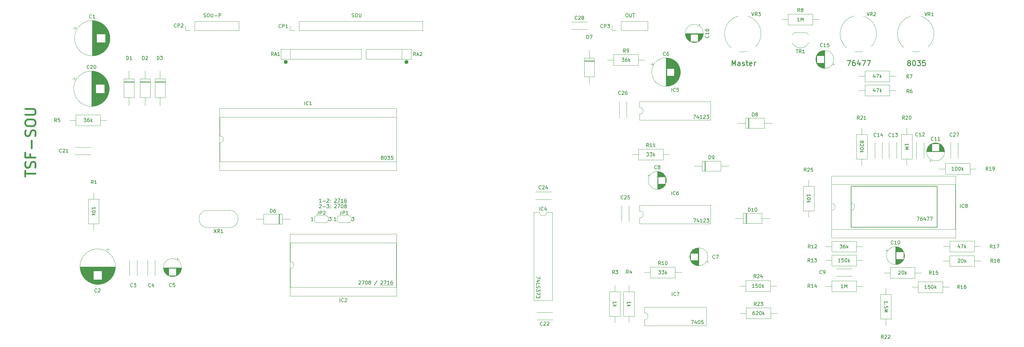
<source format=gbr>
G04 #@! TF.GenerationSoftware,KiCad,Pcbnew,(6.0.9)*
G04 #@! TF.CreationDate,2022-12-25T22:16:41-05:00*
G04 #@! TF.ProjectId,TSF_Soundboard,5453465f-536f-4756-9e64-626f6172642e,rev?*
G04 #@! TF.SameCoordinates,Original*
G04 #@! TF.FileFunction,Legend,Top*
G04 #@! TF.FilePolarity,Positive*
%FSLAX46Y46*%
G04 Gerber Fmt 4.6, Leading zero omitted, Abs format (unit mm)*
G04 Created by KiCad (PCBNEW (6.0.9)) date 2022-12-25 22:16:41*
%MOMM*%
%LPD*%
G01*
G04 APERTURE LIST*
%ADD10C,0.120000*%
%ADD11C,0.560000*%
%ADD12C,0.150000*%
%ADD13C,0.250000*%
%ADD14C,0.500000*%
G04 APERTURE END LIST*
D10*
X139510000Y-108670000D02*
X143280000Y-108670000D01*
D11*
X112560000Y-44000000D02*
G75*
G03*
X112560000Y-44000000I-280000J0D01*
G01*
D10*
X126220000Y-84790000D02*
X129870000Y-84790000D01*
D11*
X147380000Y-44000000D02*
G75*
G03*
X147380000Y-44000000I-280000J0D01*
G01*
D12*
X229881904Y-59382380D02*
X230548571Y-59382380D01*
X230120000Y-60382380D01*
X231358095Y-59715714D02*
X231358095Y-60382380D01*
X231120000Y-59334761D02*
X230881904Y-60049047D01*
X231500952Y-60049047D01*
X232405714Y-60382380D02*
X231834285Y-60382380D01*
X232120000Y-60382380D02*
X232120000Y-59382380D01*
X232024761Y-59525238D01*
X231929523Y-59620476D01*
X231834285Y-59668095D01*
X232786666Y-59477619D02*
X232834285Y-59430000D01*
X232929523Y-59382380D01*
X233167619Y-59382380D01*
X233262857Y-59430000D01*
X233310476Y-59477619D01*
X233358095Y-59572857D01*
X233358095Y-59668095D01*
X233310476Y-59810952D01*
X232739047Y-60382380D01*
X233358095Y-60382380D01*
X233691428Y-59382380D02*
X234310476Y-59382380D01*
X233977142Y-59763333D01*
X234120000Y-59763333D01*
X234215238Y-59810952D01*
X234262857Y-59858571D01*
X234310476Y-59953809D01*
X234310476Y-60191904D01*
X234262857Y-60287142D01*
X234215238Y-60334761D01*
X234120000Y-60382380D01*
X233834285Y-60382380D01*
X233739047Y-60334761D01*
X233691428Y-60287142D01*
X229891904Y-89332380D02*
X230558571Y-89332380D01*
X230130000Y-90332380D01*
X231368095Y-89665714D02*
X231368095Y-90332380D01*
X231130000Y-89284761D02*
X230891904Y-89999047D01*
X231510952Y-89999047D01*
X232415714Y-90332380D02*
X231844285Y-90332380D01*
X232130000Y-90332380D02*
X232130000Y-89332380D01*
X232034761Y-89475238D01*
X231939523Y-89570476D01*
X231844285Y-89618095D01*
X232796666Y-89427619D02*
X232844285Y-89380000D01*
X232939523Y-89332380D01*
X233177619Y-89332380D01*
X233272857Y-89380000D01*
X233320476Y-89427619D01*
X233368095Y-89522857D01*
X233368095Y-89618095D01*
X233320476Y-89760952D01*
X232749047Y-90332380D01*
X233368095Y-90332380D01*
X233701428Y-89332380D02*
X234320476Y-89332380D01*
X233987142Y-89713333D01*
X234130000Y-89713333D01*
X234225238Y-89760952D01*
X234272857Y-89808571D01*
X234320476Y-89903809D01*
X234320476Y-90141904D01*
X234272857Y-90237142D01*
X234225238Y-90284761D01*
X234130000Y-90332380D01*
X233844285Y-90332380D01*
X233749047Y-90284761D01*
X233701428Y-90237142D01*
D13*
X274202857Y-43548571D02*
X275202857Y-43548571D01*
X274560000Y-45048571D01*
X276417142Y-43548571D02*
X276131428Y-43548571D01*
X275988571Y-43620000D01*
X275917142Y-43691428D01*
X275774285Y-43905714D01*
X275702857Y-44191428D01*
X275702857Y-44762857D01*
X275774285Y-44905714D01*
X275845714Y-44977142D01*
X275988571Y-45048571D01*
X276274285Y-45048571D01*
X276417142Y-44977142D01*
X276488571Y-44905714D01*
X276560000Y-44762857D01*
X276560000Y-44405714D01*
X276488571Y-44262857D01*
X276417142Y-44191428D01*
X276274285Y-44120000D01*
X275988571Y-44120000D01*
X275845714Y-44191428D01*
X275774285Y-44262857D01*
X275702857Y-44405714D01*
X277845714Y-44048571D02*
X277845714Y-45048571D01*
X277488571Y-43477142D02*
X277131428Y-44548571D01*
X278060000Y-44548571D01*
X278488571Y-43548571D02*
X279488571Y-43548571D01*
X278845714Y-45048571D01*
X279917142Y-43548571D02*
X280917142Y-43548571D01*
X280274285Y-45048571D01*
D12*
X122546666Y-84597380D02*
X121975238Y-84597380D01*
X122260952Y-84597380D02*
X122260952Y-83597380D01*
X122165714Y-83740238D01*
X122070476Y-83835476D01*
X121975238Y-83883095D01*
X122975238Y-84216428D02*
X123737142Y-84216428D01*
X124165714Y-83692619D02*
X124213333Y-83645000D01*
X124308571Y-83597380D01*
X124546666Y-83597380D01*
X124641904Y-83645000D01*
X124689523Y-83692619D01*
X124737142Y-83787857D01*
X124737142Y-83883095D01*
X124689523Y-84025952D01*
X124118095Y-84597380D01*
X124737142Y-84597380D01*
X125165714Y-84502142D02*
X125213333Y-84549761D01*
X125165714Y-84597380D01*
X125118095Y-84549761D01*
X125165714Y-84502142D01*
X125165714Y-84597380D01*
X125165714Y-83978333D02*
X125213333Y-84025952D01*
X125165714Y-84073571D01*
X125118095Y-84025952D01*
X125165714Y-83978333D01*
X125165714Y-84073571D01*
X126356190Y-83692619D02*
X126403809Y-83645000D01*
X126499047Y-83597380D01*
X126737142Y-83597380D01*
X126832380Y-83645000D01*
X126880000Y-83692619D01*
X126927619Y-83787857D01*
X126927619Y-83883095D01*
X126880000Y-84025952D01*
X126308571Y-84597380D01*
X126927619Y-84597380D01*
X127260952Y-83597380D02*
X127927619Y-83597380D01*
X127499047Y-84597380D01*
X128832380Y-84597380D02*
X128260952Y-84597380D01*
X128546666Y-84597380D02*
X128546666Y-83597380D01*
X128451428Y-83740238D01*
X128356190Y-83835476D01*
X128260952Y-83883095D01*
X129689523Y-83597380D02*
X129499047Y-83597380D01*
X129403809Y-83645000D01*
X129356190Y-83692619D01*
X129260952Y-83835476D01*
X129213333Y-84025952D01*
X129213333Y-84406904D01*
X129260952Y-84502142D01*
X129308571Y-84549761D01*
X129403809Y-84597380D01*
X129594285Y-84597380D01*
X129689523Y-84549761D01*
X129737142Y-84502142D01*
X129784761Y-84406904D01*
X129784761Y-84168809D01*
X129737142Y-84073571D01*
X129689523Y-84025952D01*
X129594285Y-83978333D01*
X129403809Y-83978333D01*
X129308571Y-84025952D01*
X129260952Y-84073571D01*
X129213333Y-84168809D01*
X121975238Y-85302619D02*
X122022857Y-85255000D01*
X122118095Y-85207380D01*
X122356190Y-85207380D01*
X122451428Y-85255000D01*
X122499047Y-85302619D01*
X122546666Y-85397857D01*
X122546666Y-85493095D01*
X122499047Y-85635952D01*
X121927619Y-86207380D01*
X122546666Y-86207380D01*
X122975238Y-85826428D02*
X123737142Y-85826428D01*
X124118095Y-85207380D02*
X124737142Y-85207380D01*
X124403809Y-85588333D01*
X124546666Y-85588333D01*
X124641904Y-85635952D01*
X124689523Y-85683571D01*
X124737142Y-85778809D01*
X124737142Y-86016904D01*
X124689523Y-86112142D01*
X124641904Y-86159761D01*
X124546666Y-86207380D01*
X124260952Y-86207380D01*
X124165714Y-86159761D01*
X124118095Y-86112142D01*
X125165714Y-86112142D02*
X125213333Y-86159761D01*
X125165714Y-86207380D01*
X125118095Y-86159761D01*
X125165714Y-86112142D01*
X125165714Y-86207380D01*
X125165714Y-85588333D02*
X125213333Y-85635952D01*
X125165714Y-85683571D01*
X125118095Y-85635952D01*
X125165714Y-85588333D01*
X125165714Y-85683571D01*
X126356190Y-85302619D02*
X126403809Y-85255000D01*
X126499047Y-85207380D01*
X126737142Y-85207380D01*
X126832380Y-85255000D01*
X126880000Y-85302619D01*
X126927619Y-85397857D01*
X126927619Y-85493095D01*
X126880000Y-85635952D01*
X126308571Y-86207380D01*
X126927619Y-86207380D01*
X127260952Y-85207380D02*
X127927619Y-85207380D01*
X127499047Y-86207380D01*
X128499047Y-85207380D02*
X128594285Y-85207380D01*
X128689523Y-85255000D01*
X128737142Y-85302619D01*
X128784761Y-85397857D01*
X128832380Y-85588333D01*
X128832380Y-85826428D01*
X128784761Y-86016904D01*
X128737142Y-86112142D01*
X128689523Y-86159761D01*
X128594285Y-86207380D01*
X128499047Y-86207380D01*
X128403809Y-86159761D01*
X128356190Y-86112142D01*
X128308571Y-86016904D01*
X128260952Y-85826428D01*
X128260952Y-85588333D01*
X128308571Y-85397857D01*
X128356190Y-85302619D01*
X128403809Y-85255000D01*
X128499047Y-85207380D01*
X129403809Y-85635952D02*
X129308571Y-85588333D01*
X129260952Y-85540714D01*
X129213333Y-85445476D01*
X129213333Y-85397857D01*
X129260952Y-85302619D01*
X129308571Y-85255000D01*
X129403809Y-85207380D01*
X129594285Y-85207380D01*
X129689523Y-85255000D01*
X129737142Y-85302619D01*
X129784761Y-85397857D01*
X129784761Y-85445476D01*
X129737142Y-85540714D01*
X129689523Y-85588333D01*
X129594285Y-85635952D01*
X129403809Y-85635952D01*
X129308571Y-85683571D01*
X129260952Y-85731190D01*
X129213333Y-85826428D01*
X129213333Y-86016904D01*
X129260952Y-86112142D01*
X129308571Y-86159761D01*
X129403809Y-86207380D01*
X129594285Y-86207380D01*
X129689523Y-86159761D01*
X129737142Y-86112142D01*
X129784761Y-86016904D01*
X129784761Y-85826428D01*
X129737142Y-85731190D01*
X129689523Y-85683571D01*
X129594285Y-85635952D01*
X133335238Y-107387619D02*
X133382857Y-107340000D01*
X133478095Y-107292380D01*
X133716190Y-107292380D01*
X133811428Y-107340000D01*
X133859047Y-107387619D01*
X133906666Y-107482857D01*
X133906666Y-107578095D01*
X133859047Y-107720952D01*
X133287619Y-108292380D01*
X133906666Y-108292380D01*
X134240000Y-107292380D02*
X134906666Y-107292380D01*
X134478095Y-108292380D01*
X135478095Y-107292380D02*
X135573333Y-107292380D01*
X135668571Y-107340000D01*
X135716190Y-107387619D01*
X135763809Y-107482857D01*
X135811428Y-107673333D01*
X135811428Y-107911428D01*
X135763809Y-108101904D01*
X135716190Y-108197142D01*
X135668571Y-108244761D01*
X135573333Y-108292380D01*
X135478095Y-108292380D01*
X135382857Y-108244761D01*
X135335238Y-108197142D01*
X135287619Y-108101904D01*
X135240000Y-107911428D01*
X135240000Y-107673333D01*
X135287619Y-107482857D01*
X135335238Y-107387619D01*
X135382857Y-107340000D01*
X135478095Y-107292380D01*
X136382857Y-107720952D02*
X136287619Y-107673333D01*
X136240000Y-107625714D01*
X136192380Y-107530476D01*
X136192380Y-107482857D01*
X136240000Y-107387619D01*
X136287619Y-107340000D01*
X136382857Y-107292380D01*
X136573333Y-107292380D01*
X136668571Y-107340000D01*
X136716190Y-107387619D01*
X136763809Y-107482857D01*
X136763809Y-107530476D01*
X136716190Y-107625714D01*
X136668571Y-107673333D01*
X136573333Y-107720952D01*
X136382857Y-107720952D01*
X136287619Y-107768571D01*
X136240000Y-107816190D01*
X136192380Y-107911428D01*
X136192380Y-108101904D01*
X136240000Y-108197142D01*
X136287619Y-108244761D01*
X136382857Y-108292380D01*
X136573333Y-108292380D01*
X136668571Y-108244761D01*
X136716190Y-108197142D01*
X136763809Y-108101904D01*
X136763809Y-107911428D01*
X136716190Y-107816190D01*
X136668571Y-107768571D01*
X136573333Y-107720952D01*
X138668571Y-107244761D02*
X137811428Y-108530476D01*
X139716190Y-107387619D02*
X139763809Y-107340000D01*
X139859047Y-107292380D01*
X140097142Y-107292380D01*
X140192380Y-107340000D01*
X140240000Y-107387619D01*
X140287619Y-107482857D01*
X140287619Y-107578095D01*
X140240000Y-107720952D01*
X139668571Y-108292380D01*
X140287619Y-108292380D01*
X140620952Y-107292380D02*
X141287619Y-107292380D01*
X140859047Y-108292380D01*
X142192380Y-108292380D02*
X141620952Y-108292380D01*
X141906666Y-108292380D02*
X141906666Y-107292380D01*
X141811428Y-107435238D01*
X141716190Y-107530476D01*
X141620952Y-107578095D01*
X143049523Y-107292380D02*
X142859047Y-107292380D01*
X142763809Y-107340000D01*
X142716190Y-107387619D01*
X142620952Y-107530476D01*
X142573333Y-107720952D01*
X142573333Y-108101904D01*
X142620952Y-108197142D01*
X142668571Y-108244761D01*
X142763809Y-108292380D01*
X142954285Y-108292380D01*
X143049523Y-108244761D01*
X143097142Y-108197142D01*
X143144761Y-108101904D01*
X143144761Y-107863809D01*
X143097142Y-107768571D01*
X143049523Y-107720952D01*
X142954285Y-107673333D01*
X142763809Y-107673333D01*
X142668571Y-107720952D01*
X142620952Y-107768571D01*
X142573333Y-107863809D01*
X185587619Y-106070952D02*
X185587619Y-106737619D01*
X184587619Y-106309047D01*
X185254285Y-107547142D02*
X184587619Y-107547142D01*
X185635238Y-107309047D02*
X184920952Y-107070952D01*
X184920952Y-107690000D01*
X184587619Y-108547142D02*
X184587619Y-108070952D01*
X185587619Y-108070952D01*
X184635238Y-108832857D02*
X184587619Y-108975714D01*
X184587619Y-109213809D01*
X184635238Y-109309047D01*
X184682857Y-109356666D01*
X184778095Y-109404285D01*
X184873333Y-109404285D01*
X184968571Y-109356666D01*
X185016190Y-109309047D01*
X185063809Y-109213809D01*
X185111428Y-109023333D01*
X185159047Y-108928095D01*
X185206666Y-108880476D01*
X185301904Y-108832857D01*
X185397142Y-108832857D01*
X185492380Y-108880476D01*
X185540000Y-108928095D01*
X185587619Y-109023333D01*
X185587619Y-109261428D01*
X185540000Y-109404285D01*
X185587619Y-109737619D02*
X185587619Y-110356666D01*
X185206666Y-110023333D01*
X185206666Y-110166190D01*
X185159047Y-110261428D01*
X185111428Y-110309047D01*
X185016190Y-110356666D01*
X184778095Y-110356666D01*
X184682857Y-110309047D01*
X184635238Y-110261428D01*
X184587619Y-110166190D01*
X184587619Y-109880476D01*
X184635238Y-109785238D01*
X184682857Y-109737619D01*
X185587619Y-110690000D02*
X185587619Y-111356666D01*
X184587619Y-110928095D01*
X185587619Y-111642380D02*
X185587619Y-112261428D01*
X185206666Y-111928095D01*
X185206666Y-112070952D01*
X185159047Y-112166190D01*
X185111428Y-112213809D01*
X185016190Y-112261428D01*
X184778095Y-112261428D01*
X184682857Y-112213809D01*
X184635238Y-112166190D01*
X184587619Y-112070952D01*
X184587619Y-111785238D01*
X184635238Y-111690000D01*
X184682857Y-111642380D01*
D13*
X240968571Y-45048571D02*
X240968571Y-43548571D01*
X241468571Y-44620000D01*
X241968571Y-43548571D01*
X241968571Y-45048571D01*
X243325714Y-45048571D02*
X243325714Y-44262857D01*
X243254285Y-44120000D01*
X243111428Y-44048571D01*
X242825714Y-44048571D01*
X242682857Y-44120000D01*
X243325714Y-44977142D02*
X243182857Y-45048571D01*
X242825714Y-45048571D01*
X242682857Y-44977142D01*
X242611428Y-44834285D01*
X242611428Y-44691428D01*
X242682857Y-44548571D01*
X242825714Y-44477142D01*
X243182857Y-44477142D01*
X243325714Y-44405714D01*
X243968571Y-44977142D02*
X244111428Y-45048571D01*
X244397142Y-45048571D01*
X244540000Y-44977142D01*
X244611428Y-44834285D01*
X244611428Y-44762857D01*
X244540000Y-44620000D01*
X244397142Y-44548571D01*
X244182857Y-44548571D01*
X244040000Y-44477142D01*
X243968571Y-44334285D01*
X243968571Y-44262857D01*
X244040000Y-44120000D01*
X244182857Y-44048571D01*
X244397142Y-44048571D01*
X244540000Y-44120000D01*
X245040000Y-44048571D02*
X245611428Y-44048571D01*
X245254285Y-43548571D02*
X245254285Y-44834285D01*
X245325714Y-44977142D01*
X245468571Y-45048571D01*
X245611428Y-45048571D01*
X246682857Y-44977142D02*
X246540000Y-45048571D01*
X246254285Y-45048571D01*
X246111428Y-44977142D01*
X246040000Y-44834285D01*
X246040000Y-44262857D01*
X246111428Y-44120000D01*
X246254285Y-44048571D01*
X246540000Y-44048571D01*
X246682857Y-44120000D01*
X246754285Y-44262857D01*
X246754285Y-44405714D01*
X246040000Y-44548571D01*
X247397142Y-45048571D02*
X247397142Y-44048571D01*
X247397142Y-44334285D02*
X247468571Y-44191428D01*
X247540000Y-44120000D01*
X247682857Y-44048571D01*
X247825714Y-44048571D01*
D12*
X229258095Y-118742380D02*
X229924761Y-118742380D01*
X229496190Y-119742380D01*
X230734285Y-119075714D02*
X230734285Y-119742380D01*
X230496190Y-118694761D02*
X230258095Y-119409047D01*
X230877142Y-119409047D01*
X231448571Y-118742380D02*
X231543809Y-118742380D01*
X231639047Y-118790000D01*
X231686666Y-118837619D01*
X231734285Y-118932857D01*
X231781904Y-119123333D01*
X231781904Y-119361428D01*
X231734285Y-119551904D01*
X231686666Y-119647142D01*
X231639047Y-119694761D01*
X231543809Y-119742380D01*
X231448571Y-119742380D01*
X231353333Y-119694761D01*
X231305714Y-119647142D01*
X231258095Y-119551904D01*
X231210476Y-119361428D01*
X231210476Y-119123333D01*
X231258095Y-118932857D01*
X231305714Y-118837619D01*
X231353333Y-118790000D01*
X231448571Y-118742380D01*
X232686666Y-118742380D02*
X232210476Y-118742380D01*
X232162857Y-119218571D01*
X232210476Y-119170952D01*
X232305714Y-119123333D01*
X232543809Y-119123333D01*
X232639047Y-119170952D01*
X232686666Y-119218571D01*
X232734285Y-119313809D01*
X232734285Y-119551904D01*
X232686666Y-119647142D01*
X232639047Y-119694761D01*
X232543809Y-119742380D01*
X232305714Y-119742380D01*
X232210476Y-119694761D01*
X232162857Y-119647142D01*
D13*
X291904285Y-44191428D02*
X291761428Y-44120000D01*
X291690000Y-44048571D01*
X291618571Y-43905714D01*
X291618571Y-43834285D01*
X291690000Y-43691428D01*
X291761428Y-43620000D01*
X291904285Y-43548571D01*
X292190000Y-43548571D01*
X292332857Y-43620000D01*
X292404285Y-43691428D01*
X292475714Y-43834285D01*
X292475714Y-43905714D01*
X292404285Y-44048571D01*
X292332857Y-44120000D01*
X292190000Y-44191428D01*
X291904285Y-44191428D01*
X291761428Y-44262857D01*
X291690000Y-44334285D01*
X291618571Y-44477142D01*
X291618571Y-44762857D01*
X291690000Y-44905714D01*
X291761428Y-44977142D01*
X291904285Y-45048571D01*
X292190000Y-45048571D01*
X292332857Y-44977142D01*
X292404285Y-44905714D01*
X292475714Y-44762857D01*
X292475714Y-44477142D01*
X292404285Y-44334285D01*
X292332857Y-44262857D01*
X292190000Y-44191428D01*
X293404285Y-43548571D02*
X293547142Y-43548571D01*
X293690000Y-43620000D01*
X293761428Y-43691428D01*
X293832857Y-43834285D01*
X293904285Y-44120000D01*
X293904285Y-44477142D01*
X293832857Y-44762857D01*
X293761428Y-44905714D01*
X293690000Y-44977142D01*
X293547142Y-45048571D01*
X293404285Y-45048571D01*
X293261428Y-44977142D01*
X293190000Y-44905714D01*
X293118571Y-44762857D01*
X293047142Y-44477142D01*
X293047142Y-44120000D01*
X293118571Y-43834285D01*
X293190000Y-43691428D01*
X293261428Y-43620000D01*
X293404285Y-43548571D01*
X294404285Y-43548571D02*
X295332857Y-43548571D01*
X294832857Y-44120000D01*
X295047142Y-44120000D01*
X295190000Y-44191428D01*
X295261428Y-44262857D01*
X295332857Y-44405714D01*
X295332857Y-44762857D01*
X295261428Y-44905714D01*
X295190000Y-44977142D01*
X295047142Y-45048571D01*
X294618571Y-45048571D01*
X294475714Y-44977142D01*
X294404285Y-44905714D01*
X296690000Y-43548571D02*
X295975714Y-43548571D01*
X295904285Y-44262857D01*
X295975714Y-44191428D01*
X296118571Y-44120000D01*
X296475714Y-44120000D01*
X296618571Y-44191428D01*
X296690000Y-44262857D01*
X296761428Y-44405714D01*
X296761428Y-44762857D01*
X296690000Y-44905714D01*
X296618571Y-44977142D01*
X296475714Y-45048571D01*
X296118571Y-45048571D01*
X295975714Y-44977142D01*
X295904285Y-44905714D01*
D12*
X210620000Y-30012380D02*
X210810476Y-30012380D01*
X210905714Y-30060000D01*
X211000952Y-30155238D01*
X211048571Y-30345714D01*
X211048571Y-30679047D01*
X211000952Y-30869523D01*
X210905714Y-30964761D01*
X210810476Y-31012380D01*
X210620000Y-31012380D01*
X210524761Y-30964761D01*
X210429523Y-30869523D01*
X210381904Y-30679047D01*
X210381904Y-30345714D01*
X210429523Y-30155238D01*
X210524761Y-30060000D01*
X210620000Y-30012380D01*
X211477142Y-30012380D02*
X211477142Y-30821904D01*
X211524761Y-30917142D01*
X211572380Y-30964761D01*
X211667619Y-31012380D01*
X211858095Y-31012380D01*
X211953333Y-30964761D01*
X212000952Y-30917142D01*
X212048571Y-30821904D01*
X212048571Y-30012380D01*
X212381904Y-30012380D02*
X212953333Y-30012380D01*
X212667619Y-31012380D02*
X212667619Y-30012380D01*
D14*
X37127142Y-77170000D02*
X37127142Y-75455714D01*
X40127142Y-76312857D02*
X37127142Y-76312857D01*
X39984285Y-74598571D02*
X40127142Y-74170000D01*
X40127142Y-73455714D01*
X39984285Y-73170000D01*
X39841428Y-73027142D01*
X39555714Y-72884285D01*
X39270000Y-72884285D01*
X38984285Y-73027142D01*
X38841428Y-73170000D01*
X38698571Y-73455714D01*
X38555714Y-74027142D01*
X38412857Y-74312857D01*
X38270000Y-74455714D01*
X37984285Y-74598571D01*
X37698571Y-74598571D01*
X37412857Y-74455714D01*
X37270000Y-74312857D01*
X37127142Y-74027142D01*
X37127142Y-73312857D01*
X37270000Y-72884285D01*
X38555714Y-70598571D02*
X38555714Y-71598571D01*
X40127142Y-71598571D02*
X37127142Y-71598571D01*
X37127142Y-70170000D01*
X38984285Y-69027142D02*
X38984285Y-66741428D01*
X39984285Y-65455714D02*
X40127142Y-65027142D01*
X40127142Y-64312857D01*
X39984285Y-64027142D01*
X39841428Y-63884285D01*
X39555714Y-63741428D01*
X39270000Y-63741428D01*
X38984285Y-63884285D01*
X38841428Y-64027142D01*
X38698571Y-64312857D01*
X38555714Y-64884285D01*
X38412857Y-65170000D01*
X38270000Y-65312857D01*
X37984285Y-65455714D01*
X37698571Y-65455714D01*
X37412857Y-65312857D01*
X37270000Y-65170000D01*
X37127142Y-64884285D01*
X37127142Y-64170000D01*
X37270000Y-63741428D01*
X37127142Y-61884285D02*
X37127142Y-61312857D01*
X37270000Y-61027142D01*
X37555714Y-60741428D01*
X38127142Y-60598571D01*
X39127142Y-60598571D01*
X39698571Y-60741428D01*
X39984285Y-61027142D01*
X40127142Y-61312857D01*
X40127142Y-61884285D01*
X39984285Y-62170000D01*
X39698571Y-62455714D01*
X39127142Y-62598571D01*
X38127142Y-62598571D01*
X37555714Y-62455714D01*
X37270000Y-62170000D01*
X37127142Y-61884285D01*
X37127142Y-59312857D02*
X39555714Y-59312857D01*
X39841428Y-59170000D01*
X39984285Y-59027142D01*
X40127142Y-58741428D01*
X40127142Y-58170000D01*
X39984285Y-57884285D01*
X39841428Y-57741428D01*
X39555714Y-57598571D01*
X37127142Y-57598571D01*
D12*
X131386666Y-30964761D02*
X131529523Y-31012380D01*
X131767619Y-31012380D01*
X131862857Y-30964761D01*
X131910476Y-30917142D01*
X131958095Y-30821904D01*
X131958095Y-30726666D01*
X131910476Y-30631428D01*
X131862857Y-30583809D01*
X131767619Y-30536190D01*
X131577142Y-30488571D01*
X131481904Y-30440952D01*
X131434285Y-30393333D01*
X131386666Y-30298095D01*
X131386666Y-30202857D01*
X131434285Y-30107619D01*
X131481904Y-30060000D01*
X131577142Y-30012380D01*
X131815238Y-30012380D01*
X131958095Y-30060000D01*
X132577142Y-30012380D02*
X132767619Y-30012380D01*
X132862857Y-30060000D01*
X132958095Y-30155238D01*
X133005714Y-30345714D01*
X133005714Y-30679047D01*
X132958095Y-30869523D01*
X132862857Y-30964761D01*
X132767619Y-31012380D01*
X132577142Y-31012380D01*
X132481904Y-30964761D01*
X132386666Y-30869523D01*
X132339047Y-30679047D01*
X132339047Y-30345714D01*
X132386666Y-30155238D01*
X132481904Y-30060000D01*
X132577142Y-30012380D01*
X133434285Y-30012380D02*
X133434285Y-30821904D01*
X133481904Y-30917142D01*
X133529523Y-30964761D01*
X133624761Y-31012380D01*
X133815238Y-31012380D01*
X133910476Y-30964761D01*
X133958095Y-30917142D01*
X134005714Y-30821904D01*
X134005714Y-30012380D01*
X223593809Y-82432380D02*
X223593809Y-81432380D01*
X224641428Y-82337142D02*
X224593809Y-82384761D01*
X224450952Y-82432380D01*
X224355714Y-82432380D01*
X224212857Y-82384761D01*
X224117619Y-82289523D01*
X224070000Y-82194285D01*
X224022380Y-82003809D01*
X224022380Y-81860952D01*
X224070000Y-81670476D01*
X224117619Y-81575238D01*
X224212857Y-81480000D01*
X224355714Y-81432380D01*
X224450952Y-81432380D01*
X224593809Y-81480000D01*
X224641428Y-81527619D01*
X225498571Y-81432380D02*
X225308095Y-81432380D01*
X225212857Y-81480000D01*
X225165238Y-81527619D01*
X225070000Y-81670476D01*
X225022380Y-81860952D01*
X225022380Y-82241904D01*
X225070000Y-82337142D01*
X225117619Y-82384761D01*
X225212857Y-82432380D01*
X225403333Y-82432380D01*
X225498571Y-82384761D01*
X225546190Y-82337142D01*
X225593809Y-82241904D01*
X225593809Y-82003809D01*
X225546190Y-81908571D01*
X225498571Y-81860952D01*
X225403333Y-81813333D01*
X225212857Y-81813333D01*
X225117619Y-81860952D01*
X225070000Y-81908571D01*
X225022380Y-82003809D01*
X208887142Y-53327142D02*
X208839523Y-53374761D01*
X208696666Y-53422380D01*
X208601428Y-53422380D01*
X208458571Y-53374761D01*
X208363333Y-53279523D01*
X208315714Y-53184285D01*
X208268095Y-52993809D01*
X208268095Y-52850952D01*
X208315714Y-52660476D01*
X208363333Y-52565238D01*
X208458571Y-52470000D01*
X208601428Y-52422380D01*
X208696666Y-52422380D01*
X208839523Y-52470000D01*
X208887142Y-52517619D01*
X209268095Y-52517619D02*
X209315714Y-52470000D01*
X209410952Y-52422380D01*
X209649047Y-52422380D01*
X209744285Y-52470000D01*
X209791904Y-52517619D01*
X209839523Y-52612857D01*
X209839523Y-52708095D01*
X209791904Y-52850952D01*
X209220476Y-53422380D01*
X209839523Y-53422380D01*
X210696666Y-52422380D02*
X210506190Y-52422380D01*
X210410952Y-52470000D01*
X210363333Y-52517619D01*
X210268095Y-52660476D01*
X210220476Y-52850952D01*
X210220476Y-53231904D01*
X210268095Y-53327142D01*
X210315714Y-53374761D01*
X210410952Y-53422380D01*
X210601428Y-53422380D01*
X210696666Y-53374761D01*
X210744285Y-53327142D01*
X210791904Y-53231904D01*
X210791904Y-52993809D01*
X210744285Y-52898571D01*
X210696666Y-52850952D01*
X210601428Y-52803333D01*
X210410952Y-52803333D01*
X210315714Y-52850952D01*
X210268095Y-52898571D01*
X210220476Y-52993809D01*
X245725714Y-87192380D02*
X245725714Y-86192380D01*
X245963809Y-86192380D01*
X246106666Y-86240000D01*
X246201904Y-86335238D01*
X246249523Y-86430476D01*
X246297142Y-86620952D01*
X246297142Y-86763809D01*
X246249523Y-86954285D01*
X246201904Y-87049523D01*
X246106666Y-87144761D01*
X245963809Y-87192380D01*
X245725714Y-87192380D01*
X247249523Y-87192380D02*
X246678095Y-87192380D01*
X246963809Y-87192380D02*
X246963809Y-86192380D01*
X246868571Y-86335238D01*
X246773333Y-86430476D01*
X246678095Y-86478095D01*
X247868571Y-86192380D02*
X247963809Y-86192380D01*
X248059047Y-86240000D01*
X248106666Y-86287619D01*
X248154285Y-86382857D01*
X248201904Y-86573333D01*
X248201904Y-86811428D01*
X248154285Y-87001904D01*
X248106666Y-87097142D01*
X248059047Y-87144761D01*
X247963809Y-87192380D01*
X247868571Y-87192380D01*
X247773333Y-87144761D01*
X247725714Y-87097142D01*
X247678095Y-87001904D01*
X247630476Y-86811428D01*
X247630476Y-86573333D01*
X247678095Y-86382857D01*
X247725714Y-86287619D01*
X247773333Y-86240000D01*
X247868571Y-86192380D01*
X68103333Y-108977142D02*
X68055714Y-109024761D01*
X67912857Y-109072380D01*
X67817619Y-109072380D01*
X67674761Y-109024761D01*
X67579523Y-108929523D01*
X67531904Y-108834285D01*
X67484285Y-108643809D01*
X67484285Y-108500952D01*
X67531904Y-108310476D01*
X67579523Y-108215238D01*
X67674761Y-108120000D01*
X67817619Y-108072380D01*
X67912857Y-108072380D01*
X68055714Y-108120000D01*
X68103333Y-108167619D01*
X68436666Y-108072380D02*
X69055714Y-108072380D01*
X68722380Y-108453333D01*
X68865238Y-108453333D01*
X68960476Y-108500952D01*
X69008095Y-108548571D01*
X69055714Y-108643809D01*
X69055714Y-108881904D01*
X69008095Y-108977142D01*
X68960476Y-109024761D01*
X68865238Y-109072380D01*
X68579523Y-109072380D01*
X68484285Y-109024761D01*
X68436666Y-108977142D01*
X210283333Y-41212380D02*
X209950000Y-40736190D01*
X209711904Y-41212380D02*
X209711904Y-40212380D01*
X210092857Y-40212380D01*
X210188095Y-40260000D01*
X210235714Y-40307619D01*
X210283333Y-40402857D01*
X210283333Y-40545714D01*
X210235714Y-40640952D01*
X210188095Y-40688571D01*
X210092857Y-40736190D01*
X209711904Y-40736190D01*
X210759523Y-41212380D02*
X210950000Y-41212380D01*
X211045238Y-41164761D01*
X211092857Y-41117142D01*
X211188095Y-40974285D01*
X211235714Y-40783809D01*
X211235714Y-40402857D01*
X211188095Y-40307619D01*
X211140476Y-40260000D01*
X211045238Y-40212380D01*
X210854761Y-40212380D01*
X210759523Y-40260000D01*
X210711904Y-40307619D01*
X210664285Y-40402857D01*
X210664285Y-40640952D01*
X210711904Y-40736190D01*
X210759523Y-40783809D01*
X210854761Y-40831428D01*
X211045238Y-40831428D01*
X211140476Y-40783809D01*
X211188095Y-40736190D01*
X211235714Y-40640952D01*
X209235714Y-42872380D02*
X209854761Y-42872380D01*
X209521428Y-43253333D01*
X209664285Y-43253333D01*
X209759523Y-43300952D01*
X209807142Y-43348571D01*
X209854761Y-43443809D01*
X209854761Y-43681904D01*
X209807142Y-43777142D01*
X209759523Y-43824761D01*
X209664285Y-43872380D01*
X209378571Y-43872380D01*
X209283333Y-43824761D01*
X209235714Y-43777142D01*
X210711904Y-42872380D02*
X210521428Y-42872380D01*
X210426190Y-42920000D01*
X210378571Y-42967619D01*
X210283333Y-43110476D01*
X210235714Y-43300952D01*
X210235714Y-43681904D01*
X210283333Y-43777142D01*
X210330952Y-43824761D01*
X210426190Y-43872380D01*
X210616666Y-43872380D01*
X210711904Y-43824761D01*
X210759523Y-43777142D01*
X210807142Y-43681904D01*
X210807142Y-43443809D01*
X210759523Y-43348571D01*
X210711904Y-43300952D01*
X210616666Y-43253333D01*
X210426190Y-43253333D01*
X210330952Y-43300952D01*
X210283333Y-43348571D01*
X210235714Y-43443809D01*
X211235714Y-43872380D02*
X211235714Y-42872380D01*
X211330952Y-43491428D02*
X211616666Y-43872380D01*
X211616666Y-43205714D02*
X211235714Y-43586666D01*
X221823333Y-42047142D02*
X221775714Y-42094761D01*
X221632857Y-42142380D01*
X221537619Y-42142380D01*
X221394761Y-42094761D01*
X221299523Y-41999523D01*
X221251904Y-41904285D01*
X221204285Y-41713809D01*
X221204285Y-41570952D01*
X221251904Y-41380476D01*
X221299523Y-41285238D01*
X221394761Y-41190000D01*
X221537619Y-41142380D01*
X221632857Y-41142380D01*
X221775714Y-41190000D01*
X221823333Y-41237619D01*
X222680476Y-41142380D02*
X222490000Y-41142380D01*
X222394761Y-41190000D01*
X222347142Y-41237619D01*
X222251904Y-41380476D01*
X222204285Y-41570952D01*
X222204285Y-41951904D01*
X222251904Y-42047142D01*
X222299523Y-42094761D01*
X222394761Y-42142380D01*
X222585238Y-42142380D01*
X222680476Y-42094761D01*
X222728095Y-42047142D01*
X222775714Y-41951904D01*
X222775714Y-41713809D01*
X222728095Y-41618571D01*
X222680476Y-41570952D01*
X222585238Y-41523333D01*
X222394761Y-41523333D01*
X222299523Y-41570952D01*
X222251904Y-41618571D01*
X222204285Y-41713809D01*
X286847142Y-65507142D02*
X286799523Y-65554761D01*
X286656666Y-65602380D01*
X286561428Y-65602380D01*
X286418571Y-65554761D01*
X286323333Y-65459523D01*
X286275714Y-65364285D01*
X286228095Y-65173809D01*
X286228095Y-65030952D01*
X286275714Y-64840476D01*
X286323333Y-64745238D01*
X286418571Y-64650000D01*
X286561428Y-64602380D01*
X286656666Y-64602380D01*
X286799523Y-64650000D01*
X286847142Y-64697619D01*
X287799523Y-65602380D02*
X287228095Y-65602380D01*
X287513809Y-65602380D02*
X287513809Y-64602380D01*
X287418571Y-64745238D01*
X287323333Y-64840476D01*
X287228095Y-64888095D01*
X288132857Y-64602380D02*
X288751904Y-64602380D01*
X288418571Y-64983333D01*
X288561428Y-64983333D01*
X288656666Y-65030952D01*
X288704285Y-65078571D01*
X288751904Y-65173809D01*
X288751904Y-65411904D01*
X288704285Y-65507142D01*
X288656666Y-65554761D01*
X288561428Y-65602380D01*
X288275714Y-65602380D01*
X288180476Y-65554761D01*
X288132857Y-65507142D01*
X80693333Y-33867142D02*
X80645714Y-33914761D01*
X80502857Y-33962380D01*
X80407619Y-33962380D01*
X80264761Y-33914761D01*
X80169523Y-33819523D01*
X80121904Y-33724285D01*
X80074285Y-33533809D01*
X80074285Y-33390952D01*
X80121904Y-33200476D01*
X80169523Y-33105238D01*
X80264761Y-33010000D01*
X80407619Y-32962380D01*
X80502857Y-32962380D01*
X80645714Y-33010000D01*
X80693333Y-33057619D01*
X81121904Y-33962380D02*
X81121904Y-32962380D01*
X81502857Y-32962380D01*
X81598095Y-33010000D01*
X81645714Y-33057619D01*
X81693333Y-33152857D01*
X81693333Y-33295714D01*
X81645714Y-33390952D01*
X81598095Y-33438571D01*
X81502857Y-33486190D01*
X81121904Y-33486190D01*
X82074285Y-33057619D02*
X82121904Y-33010000D01*
X82217142Y-32962380D01*
X82455238Y-32962380D01*
X82550476Y-33010000D01*
X82598095Y-33057619D01*
X82645714Y-33152857D01*
X82645714Y-33248095D01*
X82598095Y-33390952D01*
X82026666Y-33962380D01*
X82645714Y-33962380D01*
X88637619Y-30964761D02*
X88780476Y-31012380D01*
X89018571Y-31012380D01*
X89113809Y-30964761D01*
X89161428Y-30917142D01*
X89209047Y-30821904D01*
X89209047Y-30726666D01*
X89161428Y-30631428D01*
X89113809Y-30583809D01*
X89018571Y-30536190D01*
X88828095Y-30488571D01*
X88732857Y-30440952D01*
X88685238Y-30393333D01*
X88637619Y-30298095D01*
X88637619Y-30202857D01*
X88685238Y-30107619D01*
X88732857Y-30060000D01*
X88828095Y-30012380D01*
X89066190Y-30012380D01*
X89209047Y-30060000D01*
X89828095Y-30012380D02*
X90018571Y-30012380D01*
X90113809Y-30060000D01*
X90209047Y-30155238D01*
X90256666Y-30345714D01*
X90256666Y-30679047D01*
X90209047Y-30869523D01*
X90113809Y-30964761D01*
X90018571Y-31012380D01*
X89828095Y-31012380D01*
X89732857Y-30964761D01*
X89637619Y-30869523D01*
X89590000Y-30679047D01*
X89590000Y-30345714D01*
X89637619Y-30155238D01*
X89732857Y-30060000D01*
X89828095Y-30012380D01*
X90685238Y-30012380D02*
X90685238Y-30821904D01*
X90732857Y-30917142D01*
X90780476Y-30964761D01*
X90875714Y-31012380D01*
X91066190Y-31012380D01*
X91161428Y-30964761D01*
X91209047Y-30917142D01*
X91256666Y-30821904D01*
X91256666Y-30012380D01*
X91732857Y-30631428D02*
X92494761Y-30631428D01*
X92970952Y-31012380D02*
X92970952Y-30012380D01*
X93351904Y-30012380D01*
X93447142Y-30060000D01*
X93494761Y-30107619D01*
X93542380Y-30202857D01*
X93542380Y-30345714D01*
X93494761Y-30440952D01*
X93447142Y-30488571D01*
X93351904Y-30536190D01*
X92970952Y-30536190D01*
X299087142Y-66597142D02*
X299039523Y-66644761D01*
X298896666Y-66692380D01*
X298801428Y-66692380D01*
X298658571Y-66644761D01*
X298563333Y-66549523D01*
X298515714Y-66454285D01*
X298468095Y-66263809D01*
X298468095Y-66120952D01*
X298515714Y-65930476D01*
X298563333Y-65835238D01*
X298658571Y-65740000D01*
X298801428Y-65692380D01*
X298896666Y-65692380D01*
X299039523Y-65740000D01*
X299087142Y-65787619D01*
X300039523Y-66692380D02*
X299468095Y-66692380D01*
X299753809Y-66692380D02*
X299753809Y-65692380D01*
X299658571Y-65835238D01*
X299563333Y-65930476D01*
X299468095Y-65978095D01*
X300991904Y-66692380D02*
X300420476Y-66692380D01*
X300706190Y-66692380D02*
X300706190Y-65692380D01*
X300610952Y-65835238D01*
X300515714Y-65930476D01*
X300420476Y-65978095D01*
X66391904Y-43342380D02*
X66391904Y-42342380D01*
X66630000Y-42342380D01*
X66772857Y-42390000D01*
X66868095Y-42485238D01*
X66915714Y-42580476D01*
X66963333Y-42770952D01*
X66963333Y-42913809D01*
X66915714Y-43104285D01*
X66868095Y-43199523D01*
X66772857Y-43294761D01*
X66630000Y-43342380D01*
X66391904Y-43342380D01*
X67915714Y-43342380D02*
X67344285Y-43342380D01*
X67630000Y-43342380D02*
X67630000Y-42342380D01*
X67534761Y-42485238D01*
X67439523Y-42580476D01*
X67344285Y-42628095D01*
X304487142Y-65407142D02*
X304439523Y-65454761D01*
X304296666Y-65502380D01*
X304201428Y-65502380D01*
X304058571Y-65454761D01*
X303963333Y-65359523D01*
X303915714Y-65264285D01*
X303868095Y-65073809D01*
X303868095Y-64930952D01*
X303915714Y-64740476D01*
X303963333Y-64645238D01*
X304058571Y-64550000D01*
X304201428Y-64502380D01*
X304296666Y-64502380D01*
X304439523Y-64550000D01*
X304487142Y-64597619D01*
X304868095Y-64597619D02*
X304915714Y-64550000D01*
X305010952Y-64502380D01*
X305249047Y-64502380D01*
X305344285Y-64550000D01*
X305391904Y-64597619D01*
X305439523Y-64692857D01*
X305439523Y-64788095D01*
X305391904Y-64930952D01*
X304820476Y-65502380D01*
X305439523Y-65502380D01*
X305772857Y-64502380D02*
X306439523Y-64502380D01*
X306010952Y-65502380D01*
X46203333Y-61312380D02*
X45870000Y-60836190D01*
X45631904Y-61312380D02*
X45631904Y-60312380D01*
X46012857Y-60312380D01*
X46108095Y-60360000D01*
X46155714Y-60407619D01*
X46203333Y-60502857D01*
X46203333Y-60645714D01*
X46155714Y-60740952D01*
X46108095Y-60788571D01*
X46012857Y-60836190D01*
X45631904Y-60836190D01*
X47108095Y-60312380D02*
X46631904Y-60312380D01*
X46584285Y-60788571D01*
X46631904Y-60740952D01*
X46727142Y-60693333D01*
X46965238Y-60693333D01*
X47060476Y-60740952D01*
X47108095Y-60788571D01*
X47155714Y-60883809D01*
X47155714Y-61121904D01*
X47108095Y-61217142D01*
X47060476Y-61264761D01*
X46965238Y-61312380D01*
X46727142Y-61312380D01*
X46631904Y-61264761D01*
X46584285Y-61217142D01*
X54065714Y-60312380D02*
X54684761Y-60312380D01*
X54351428Y-60693333D01*
X54494285Y-60693333D01*
X54589523Y-60740952D01*
X54637142Y-60788571D01*
X54684761Y-60883809D01*
X54684761Y-61121904D01*
X54637142Y-61217142D01*
X54589523Y-61264761D01*
X54494285Y-61312380D01*
X54208571Y-61312380D01*
X54113333Y-61264761D01*
X54065714Y-61217142D01*
X55541904Y-60312380D02*
X55351428Y-60312380D01*
X55256190Y-60360000D01*
X55208571Y-60407619D01*
X55113333Y-60550476D01*
X55065714Y-60740952D01*
X55065714Y-61121904D01*
X55113333Y-61217142D01*
X55160952Y-61264761D01*
X55256190Y-61312380D01*
X55446666Y-61312380D01*
X55541904Y-61264761D01*
X55589523Y-61217142D01*
X55637142Y-61121904D01*
X55637142Y-60883809D01*
X55589523Y-60788571D01*
X55541904Y-60740952D01*
X55446666Y-60693333D01*
X55256190Y-60693333D01*
X55160952Y-60740952D01*
X55113333Y-60788571D01*
X55065714Y-60883809D01*
X56065714Y-61312380D02*
X56065714Y-60312380D01*
X56160952Y-60931428D02*
X56446666Y-61312380D01*
X56446666Y-60645714D02*
X56065714Y-61026666D01*
X107831904Y-87542380D02*
X107831904Y-86542380D01*
X108070000Y-86542380D01*
X108212857Y-86590000D01*
X108308095Y-86685238D01*
X108355714Y-86780476D01*
X108403333Y-86970952D01*
X108403333Y-87113809D01*
X108355714Y-87304285D01*
X108308095Y-87399523D01*
X108212857Y-87494761D01*
X108070000Y-87542380D01*
X107831904Y-87542380D01*
X109260476Y-86542380D02*
X109070000Y-86542380D01*
X108974761Y-86590000D01*
X108927142Y-86637619D01*
X108831904Y-86780476D01*
X108784285Y-86970952D01*
X108784285Y-87351904D01*
X108831904Y-87447142D01*
X108879523Y-87494761D01*
X108974761Y-87542380D01*
X109165238Y-87542380D01*
X109260476Y-87494761D01*
X109308095Y-87447142D01*
X109355714Y-87351904D01*
X109355714Y-87113809D01*
X109308095Y-87018571D01*
X109260476Y-86970952D01*
X109165238Y-86923333D01*
X108974761Y-86923333D01*
X108879523Y-86970952D01*
X108831904Y-87018571D01*
X108784285Y-87113809D01*
X117723809Y-56432380D02*
X117723809Y-55432380D01*
X118771428Y-56337142D02*
X118723809Y-56384761D01*
X118580952Y-56432380D01*
X118485714Y-56432380D01*
X118342857Y-56384761D01*
X118247619Y-56289523D01*
X118200000Y-56194285D01*
X118152380Y-56003809D01*
X118152380Y-55860952D01*
X118200000Y-55670476D01*
X118247619Y-55575238D01*
X118342857Y-55480000D01*
X118485714Y-55432380D01*
X118580952Y-55432380D01*
X118723809Y-55480000D01*
X118771428Y-55527619D01*
X119723809Y-56432380D02*
X119152380Y-56432380D01*
X119438095Y-56432380D02*
X119438095Y-55432380D01*
X119342857Y-55575238D01*
X119247619Y-55670476D01*
X119152380Y-55718095D01*
X140006190Y-71620952D02*
X139910952Y-71573333D01*
X139863333Y-71525714D01*
X139815714Y-71430476D01*
X139815714Y-71382857D01*
X139863333Y-71287619D01*
X139910952Y-71240000D01*
X140006190Y-71192380D01*
X140196666Y-71192380D01*
X140291904Y-71240000D01*
X140339523Y-71287619D01*
X140387142Y-71382857D01*
X140387142Y-71430476D01*
X140339523Y-71525714D01*
X140291904Y-71573333D01*
X140196666Y-71620952D01*
X140006190Y-71620952D01*
X139910952Y-71668571D01*
X139863333Y-71716190D01*
X139815714Y-71811428D01*
X139815714Y-72001904D01*
X139863333Y-72097142D01*
X139910952Y-72144761D01*
X140006190Y-72192380D01*
X140196666Y-72192380D01*
X140291904Y-72144761D01*
X140339523Y-72097142D01*
X140387142Y-72001904D01*
X140387142Y-71811428D01*
X140339523Y-71716190D01*
X140291904Y-71668571D01*
X140196666Y-71620952D01*
X141006190Y-71192380D02*
X141101428Y-71192380D01*
X141196666Y-71240000D01*
X141244285Y-71287619D01*
X141291904Y-71382857D01*
X141339523Y-71573333D01*
X141339523Y-71811428D01*
X141291904Y-72001904D01*
X141244285Y-72097142D01*
X141196666Y-72144761D01*
X141101428Y-72192380D01*
X141006190Y-72192380D01*
X140910952Y-72144761D01*
X140863333Y-72097142D01*
X140815714Y-72001904D01*
X140768095Y-71811428D01*
X140768095Y-71573333D01*
X140815714Y-71382857D01*
X140863333Y-71287619D01*
X140910952Y-71240000D01*
X141006190Y-71192380D01*
X141672857Y-71192380D02*
X142291904Y-71192380D01*
X141958571Y-71573333D01*
X142101428Y-71573333D01*
X142196666Y-71620952D01*
X142244285Y-71668571D01*
X142291904Y-71763809D01*
X142291904Y-72001904D01*
X142244285Y-72097142D01*
X142196666Y-72144761D01*
X142101428Y-72192380D01*
X141815714Y-72192380D01*
X141720476Y-72144761D01*
X141672857Y-72097142D01*
X143196666Y-71192380D02*
X142720476Y-71192380D01*
X142672857Y-71668571D01*
X142720476Y-71620952D01*
X142815714Y-71573333D01*
X143053809Y-71573333D01*
X143149047Y-71620952D01*
X143196666Y-71668571D01*
X143244285Y-71763809D01*
X143244285Y-72001904D01*
X143196666Y-72097142D01*
X143149047Y-72144761D01*
X143053809Y-72192380D01*
X142815714Y-72192380D01*
X142720476Y-72144761D01*
X142672857Y-72097142D01*
X292023333Y-52932380D02*
X291690000Y-52456190D01*
X291451904Y-52932380D02*
X291451904Y-51932380D01*
X291832857Y-51932380D01*
X291928095Y-51980000D01*
X291975714Y-52027619D01*
X292023333Y-52122857D01*
X292023333Y-52265714D01*
X291975714Y-52360952D01*
X291928095Y-52408571D01*
X291832857Y-52456190D01*
X291451904Y-52456190D01*
X292880476Y-51932380D02*
X292690000Y-51932380D01*
X292594761Y-51980000D01*
X292547142Y-52027619D01*
X292451904Y-52170476D01*
X292404285Y-52360952D01*
X292404285Y-52741904D01*
X292451904Y-52837142D01*
X292499523Y-52884761D01*
X292594761Y-52932380D01*
X292785238Y-52932380D01*
X292880476Y-52884761D01*
X292928095Y-52837142D01*
X292975714Y-52741904D01*
X292975714Y-52503809D01*
X292928095Y-52408571D01*
X292880476Y-52360952D01*
X292785238Y-52313333D01*
X292594761Y-52313333D01*
X292499523Y-52360952D01*
X292451904Y-52408571D01*
X292404285Y-52503809D01*
X282239523Y-52025714D02*
X282239523Y-52692380D01*
X282001428Y-51644761D02*
X281763333Y-52359047D01*
X282382380Y-52359047D01*
X282668095Y-51692380D02*
X283334761Y-51692380D01*
X282906190Y-52692380D01*
X283715714Y-52692380D02*
X283715714Y-51692380D01*
X283810952Y-52311428D02*
X284096666Y-52692380D01*
X284096666Y-52025714D02*
X283715714Y-52406666D01*
X260573333Y-29502380D02*
X260240000Y-29026190D01*
X260001904Y-29502380D02*
X260001904Y-28502380D01*
X260382857Y-28502380D01*
X260478095Y-28550000D01*
X260525714Y-28597619D01*
X260573333Y-28692857D01*
X260573333Y-28835714D01*
X260525714Y-28930952D01*
X260478095Y-28978571D01*
X260382857Y-29026190D01*
X260001904Y-29026190D01*
X261144761Y-28930952D02*
X261049523Y-28883333D01*
X261001904Y-28835714D01*
X260954285Y-28740476D01*
X260954285Y-28692857D01*
X261001904Y-28597619D01*
X261049523Y-28550000D01*
X261144761Y-28502380D01*
X261335238Y-28502380D01*
X261430476Y-28550000D01*
X261478095Y-28597619D01*
X261525714Y-28692857D01*
X261525714Y-28740476D01*
X261478095Y-28835714D01*
X261430476Y-28883333D01*
X261335238Y-28930952D01*
X261144761Y-28930952D01*
X261049523Y-28978571D01*
X261001904Y-29026190D01*
X260954285Y-29121428D01*
X260954285Y-29311904D01*
X261001904Y-29407142D01*
X261049523Y-29454761D01*
X261144761Y-29502380D01*
X261335238Y-29502380D01*
X261430476Y-29454761D01*
X261478095Y-29407142D01*
X261525714Y-29311904D01*
X261525714Y-29121428D01*
X261478095Y-29026190D01*
X261430476Y-28978571D01*
X261335238Y-28930952D01*
X260454285Y-32162380D02*
X259882857Y-32162380D01*
X260168571Y-32162380D02*
X260168571Y-31162380D01*
X260073333Y-31305238D01*
X259978095Y-31400476D01*
X259882857Y-31448095D01*
X260882857Y-32162380D02*
X260882857Y-31162380D01*
X261216190Y-31876666D01*
X261549523Y-31162380D01*
X261549523Y-32162380D01*
X55587142Y-45837142D02*
X55539523Y-45884761D01*
X55396666Y-45932380D01*
X55301428Y-45932380D01*
X55158571Y-45884761D01*
X55063333Y-45789523D01*
X55015714Y-45694285D01*
X54968095Y-45503809D01*
X54968095Y-45360952D01*
X55015714Y-45170476D01*
X55063333Y-45075238D01*
X55158571Y-44980000D01*
X55301428Y-44932380D01*
X55396666Y-44932380D01*
X55539523Y-44980000D01*
X55587142Y-45027619D01*
X55968095Y-45027619D02*
X56015714Y-44980000D01*
X56110952Y-44932380D01*
X56349047Y-44932380D01*
X56444285Y-44980000D01*
X56491904Y-45027619D01*
X56539523Y-45122857D01*
X56539523Y-45218095D01*
X56491904Y-45360952D01*
X55920476Y-45932380D01*
X56539523Y-45932380D01*
X57158571Y-44932380D02*
X57253809Y-44932380D01*
X57349047Y-44980000D01*
X57396666Y-45027619D01*
X57444285Y-45122857D01*
X57491904Y-45313333D01*
X57491904Y-45551428D01*
X57444285Y-45741904D01*
X57396666Y-45837142D01*
X57349047Y-45884761D01*
X57253809Y-45932380D01*
X57158571Y-45932380D01*
X57063333Y-45884761D01*
X57015714Y-45837142D01*
X56968095Y-45741904D01*
X56920476Y-45551428D01*
X56920476Y-45313333D01*
X56968095Y-45122857D01*
X57015714Y-45027619D01*
X57063333Y-44980000D01*
X57158571Y-44932380D01*
X185937142Y-80657142D02*
X185889523Y-80704761D01*
X185746666Y-80752380D01*
X185651428Y-80752380D01*
X185508571Y-80704761D01*
X185413333Y-80609523D01*
X185365714Y-80514285D01*
X185318095Y-80323809D01*
X185318095Y-80180952D01*
X185365714Y-79990476D01*
X185413333Y-79895238D01*
X185508571Y-79800000D01*
X185651428Y-79752380D01*
X185746666Y-79752380D01*
X185889523Y-79800000D01*
X185937142Y-79847619D01*
X186318095Y-79847619D02*
X186365714Y-79800000D01*
X186460952Y-79752380D01*
X186699047Y-79752380D01*
X186794285Y-79800000D01*
X186841904Y-79847619D01*
X186889523Y-79942857D01*
X186889523Y-80038095D01*
X186841904Y-80180952D01*
X186270476Y-80752380D01*
X186889523Y-80752380D01*
X187746666Y-80085714D02*
X187746666Y-80752380D01*
X187508571Y-79704761D02*
X187270476Y-80419047D01*
X187889523Y-80419047D01*
X128266666Y-87092380D02*
X128266666Y-87806666D01*
X128219047Y-87949523D01*
X128123809Y-88044761D01*
X127980952Y-88092380D01*
X127885714Y-88092380D01*
X128742857Y-88092380D02*
X128742857Y-87092380D01*
X129123809Y-87092380D01*
X129219047Y-87140000D01*
X129266666Y-87187619D01*
X129314285Y-87282857D01*
X129314285Y-87425714D01*
X129266666Y-87520952D01*
X129219047Y-87568571D01*
X129123809Y-87616190D01*
X128742857Y-87616190D01*
X130266666Y-88092380D02*
X129695238Y-88092380D01*
X129980952Y-88092380D02*
X129980952Y-87092380D01*
X129885714Y-87235238D01*
X129790476Y-87330476D01*
X129695238Y-87378095D01*
X126785714Y-89892380D02*
X126214285Y-89892380D01*
X126500000Y-89892380D02*
X126500000Y-88892380D01*
X126404761Y-89035238D01*
X126309523Y-89130476D01*
X126214285Y-89178095D01*
X131366666Y-88892380D02*
X131985714Y-88892380D01*
X131652380Y-89273333D01*
X131795238Y-89273333D01*
X131890476Y-89320952D01*
X131938095Y-89368571D01*
X131985714Y-89463809D01*
X131985714Y-89701904D01*
X131938095Y-89797142D01*
X131890476Y-89844761D01*
X131795238Y-89892380D01*
X131509523Y-89892380D01*
X131414285Y-89844761D01*
X131366666Y-89797142D01*
X316267142Y-101932380D02*
X315933809Y-101456190D01*
X315695714Y-101932380D02*
X315695714Y-100932380D01*
X316076666Y-100932380D01*
X316171904Y-100980000D01*
X316219523Y-101027619D01*
X316267142Y-101122857D01*
X316267142Y-101265714D01*
X316219523Y-101360952D01*
X316171904Y-101408571D01*
X316076666Y-101456190D01*
X315695714Y-101456190D01*
X317219523Y-101932380D02*
X316648095Y-101932380D01*
X316933809Y-101932380D02*
X316933809Y-100932380D01*
X316838571Y-101075238D01*
X316743333Y-101170476D01*
X316648095Y-101218095D01*
X317790952Y-101360952D02*
X317695714Y-101313333D01*
X317648095Y-101265714D01*
X317600476Y-101170476D01*
X317600476Y-101122857D01*
X317648095Y-101027619D01*
X317695714Y-100980000D01*
X317790952Y-100932380D01*
X317981428Y-100932380D01*
X318076666Y-100980000D01*
X318124285Y-101027619D01*
X318171904Y-101122857D01*
X318171904Y-101170476D01*
X318124285Y-101265714D01*
X318076666Y-101313333D01*
X317981428Y-101360952D01*
X317790952Y-101360952D01*
X317695714Y-101408571D01*
X317648095Y-101456190D01*
X317600476Y-101551428D01*
X317600476Y-101741904D01*
X317648095Y-101837142D01*
X317695714Y-101884761D01*
X317790952Y-101932380D01*
X317981428Y-101932380D01*
X318076666Y-101884761D01*
X318124285Y-101837142D01*
X318171904Y-101741904D01*
X318171904Y-101551428D01*
X318124285Y-101456190D01*
X318076666Y-101408571D01*
X317981428Y-101360952D01*
X306203333Y-101077619D02*
X306250952Y-101030000D01*
X306346190Y-100982380D01*
X306584285Y-100982380D01*
X306679523Y-101030000D01*
X306727142Y-101077619D01*
X306774761Y-101172857D01*
X306774761Y-101268095D01*
X306727142Y-101410952D01*
X306155714Y-101982380D01*
X306774761Y-101982380D01*
X307393809Y-100982380D02*
X307489047Y-100982380D01*
X307584285Y-101030000D01*
X307631904Y-101077619D01*
X307679523Y-101172857D01*
X307727142Y-101363333D01*
X307727142Y-101601428D01*
X307679523Y-101791904D01*
X307631904Y-101887142D01*
X307584285Y-101934761D01*
X307489047Y-101982380D01*
X307393809Y-101982380D01*
X307298571Y-101934761D01*
X307250952Y-101887142D01*
X307203333Y-101791904D01*
X307155714Y-101601428D01*
X307155714Y-101363333D01*
X307203333Y-101172857D01*
X307250952Y-101077619D01*
X307298571Y-101030000D01*
X307393809Y-100982380D01*
X308155714Y-101982380D02*
X308155714Y-100982380D01*
X308250952Y-101601428D02*
X308536666Y-101982380D01*
X308536666Y-101315714D02*
X308155714Y-101696666D01*
X56283333Y-31237142D02*
X56235714Y-31284761D01*
X56092857Y-31332380D01*
X55997619Y-31332380D01*
X55854761Y-31284761D01*
X55759523Y-31189523D01*
X55711904Y-31094285D01*
X55664285Y-30903809D01*
X55664285Y-30760952D01*
X55711904Y-30570476D01*
X55759523Y-30475238D01*
X55854761Y-30380000D01*
X55997619Y-30332380D01*
X56092857Y-30332380D01*
X56235714Y-30380000D01*
X56283333Y-30427619D01*
X57235714Y-31332380D02*
X56664285Y-31332380D01*
X56950000Y-31332380D02*
X56950000Y-30332380D01*
X56854761Y-30475238D01*
X56759523Y-30570476D01*
X56664285Y-30618095D01*
X73303333Y-108977142D02*
X73255714Y-109024761D01*
X73112857Y-109072380D01*
X73017619Y-109072380D01*
X72874761Y-109024761D01*
X72779523Y-108929523D01*
X72731904Y-108834285D01*
X72684285Y-108643809D01*
X72684285Y-108500952D01*
X72731904Y-108310476D01*
X72779523Y-108215238D01*
X72874761Y-108120000D01*
X73017619Y-108072380D01*
X73112857Y-108072380D01*
X73255714Y-108120000D01*
X73303333Y-108167619D01*
X74160476Y-108405714D02*
X74160476Y-109072380D01*
X73922380Y-108024761D02*
X73684285Y-108739047D01*
X74303333Y-108739047D01*
X75201904Y-43342380D02*
X75201904Y-42342380D01*
X75440000Y-42342380D01*
X75582857Y-42390000D01*
X75678095Y-42485238D01*
X75725714Y-42580476D01*
X75773333Y-42770952D01*
X75773333Y-42913809D01*
X75725714Y-43104285D01*
X75678095Y-43199523D01*
X75582857Y-43294761D01*
X75440000Y-43342380D01*
X75201904Y-43342380D01*
X76106666Y-42342380D02*
X76725714Y-42342380D01*
X76392380Y-42723333D01*
X76535238Y-42723333D01*
X76630476Y-42770952D01*
X76678095Y-42818571D01*
X76725714Y-42913809D01*
X76725714Y-43151904D01*
X76678095Y-43247142D01*
X76630476Y-43294761D01*
X76535238Y-43342380D01*
X76249523Y-43342380D01*
X76154285Y-43294761D01*
X76106666Y-43247142D01*
X284707142Y-123952380D02*
X284373809Y-123476190D01*
X284135714Y-123952380D02*
X284135714Y-122952380D01*
X284516666Y-122952380D01*
X284611904Y-123000000D01*
X284659523Y-123047619D01*
X284707142Y-123142857D01*
X284707142Y-123285714D01*
X284659523Y-123380952D01*
X284611904Y-123428571D01*
X284516666Y-123476190D01*
X284135714Y-123476190D01*
X285088095Y-123047619D02*
X285135714Y-123000000D01*
X285230952Y-122952380D01*
X285469047Y-122952380D01*
X285564285Y-123000000D01*
X285611904Y-123047619D01*
X285659523Y-123142857D01*
X285659523Y-123238095D01*
X285611904Y-123380952D01*
X285040476Y-123952380D01*
X285659523Y-123952380D01*
X286040476Y-123047619D02*
X286088095Y-123000000D01*
X286183333Y-122952380D01*
X286421428Y-122952380D01*
X286516666Y-123000000D01*
X286564285Y-123047619D01*
X286611904Y-123142857D01*
X286611904Y-123238095D01*
X286564285Y-123380952D01*
X285992857Y-123952380D01*
X286611904Y-123952380D01*
X284917619Y-113770000D02*
X284917619Y-113198571D01*
X284917619Y-113484285D02*
X285917619Y-113484285D01*
X285774761Y-113389047D01*
X285679523Y-113293809D01*
X285631904Y-113198571D01*
X285012857Y-114198571D02*
X284965238Y-114246190D01*
X284917619Y-114198571D01*
X284965238Y-114150952D01*
X285012857Y-114198571D01*
X284917619Y-114198571D01*
X285917619Y-115150952D02*
X285917619Y-114674761D01*
X285441428Y-114627142D01*
X285489047Y-114674761D01*
X285536666Y-114770000D01*
X285536666Y-115008095D01*
X285489047Y-115103333D01*
X285441428Y-115150952D01*
X285346190Y-115198571D01*
X285108095Y-115198571D01*
X285012857Y-115150952D01*
X284965238Y-115103333D01*
X284917619Y-115008095D01*
X284917619Y-114770000D01*
X284965238Y-114674761D01*
X285012857Y-114627142D01*
X284917619Y-115627142D02*
X285917619Y-115627142D01*
X285203333Y-115960476D01*
X285917619Y-116293809D01*
X284917619Y-116293809D01*
X79343333Y-108897142D02*
X79295714Y-108944761D01*
X79152857Y-108992380D01*
X79057619Y-108992380D01*
X78914761Y-108944761D01*
X78819523Y-108849523D01*
X78771904Y-108754285D01*
X78724285Y-108563809D01*
X78724285Y-108420952D01*
X78771904Y-108230476D01*
X78819523Y-108135238D01*
X78914761Y-108040000D01*
X79057619Y-107992380D01*
X79152857Y-107992380D01*
X79295714Y-108040000D01*
X79343333Y-108087619D01*
X80248095Y-107992380D02*
X79771904Y-107992380D01*
X79724285Y-108468571D01*
X79771904Y-108420952D01*
X79867142Y-108373333D01*
X80105238Y-108373333D01*
X80200476Y-108420952D01*
X80248095Y-108468571D01*
X80295714Y-108563809D01*
X80295714Y-108801904D01*
X80248095Y-108897142D01*
X80200476Y-108944761D01*
X80105238Y-108992380D01*
X79867142Y-108992380D01*
X79771904Y-108944761D01*
X79724285Y-108897142D01*
X306903809Y-86102380D02*
X306903809Y-85102380D01*
X307951428Y-86007142D02*
X307903809Y-86054761D01*
X307760952Y-86102380D01*
X307665714Y-86102380D01*
X307522857Y-86054761D01*
X307427619Y-85959523D01*
X307380000Y-85864285D01*
X307332380Y-85673809D01*
X307332380Y-85530952D01*
X307380000Y-85340476D01*
X307427619Y-85245238D01*
X307522857Y-85150000D01*
X307665714Y-85102380D01*
X307760952Y-85102380D01*
X307903809Y-85150000D01*
X307951428Y-85197619D01*
X308522857Y-85530952D02*
X308427619Y-85483333D01*
X308380000Y-85435714D01*
X308332380Y-85340476D01*
X308332380Y-85292857D01*
X308380000Y-85197619D01*
X308427619Y-85150000D01*
X308522857Y-85102380D01*
X308713333Y-85102380D01*
X308808571Y-85150000D01*
X308856190Y-85197619D01*
X308903809Y-85292857D01*
X308903809Y-85340476D01*
X308856190Y-85435714D01*
X308808571Y-85483333D01*
X308713333Y-85530952D01*
X308522857Y-85530952D01*
X308427619Y-85578571D01*
X308380000Y-85626190D01*
X308332380Y-85721428D01*
X308332380Y-85911904D01*
X308380000Y-86007142D01*
X308427619Y-86054761D01*
X308522857Y-86102380D01*
X308713333Y-86102380D01*
X308808571Y-86054761D01*
X308856190Y-86007142D01*
X308903809Y-85911904D01*
X308903809Y-85721428D01*
X308856190Y-85626190D01*
X308808571Y-85578571D01*
X308713333Y-85530952D01*
X294371904Y-88832380D02*
X295038571Y-88832380D01*
X294610000Y-89832380D01*
X295848095Y-88832380D02*
X295657619Y-88832380D01*
X295562380Y-88880000D01*
X295514761Y-88927619D01*
X295419523Y-89070476D01*
X295371904Y-89260952D01*
X295371904Y-89641904D01*
X295419523Y-89737142D01*
X295467142Y-89784761D01*
X295562380Y-89832380D01*
X295752857Y-89832380D01*
X295848095Y-89784761D01*
X295895714Y-89737142D01*
X295943333Y-89641904D01*
X295943333Y-89403809D01*
X295895714Y-89308571D01*
X295848095Y-89260952D01*
X295752857Y-89213333D01*
X295562380Y-89213333D01*
X295467142Y-89260952D01*
X295419523Y-89308571D01*
X295371904Y-89403809D01*
X296800476Y-89165714D02*
X296800476Y-89832380D01*
X296562380Y-88784761D02*
X296324285Y-89499047D01*
X296943333Y-89499047D01*
X297229047Y-88832380D02*
X297895714Y-88832380D01*
X297467142Y-89832380D01*
X298181428Y-88832380D02*
X298848095Y-88832380D01*
X298419523Y-89832380D01*
X56773333Y-79212380D02*
X56440000Y-78736190D01*
X56201904Y-79212380D02*
X56201904Y-78212380D01*
X56582857Y-78212380D01*
X56678095Y-78260000D01*
X56725714Y-78307619D01*
X56773333Y-78402857D01*
X56773333Y-78545714D01*
X56725714Y-78640952D01*
X56678095Y-78688571D01*
X56582857Y-78736190D01*
X56201904Y-78736190D01*
X57725714Y-79212380D02*
X57154285Y-79212380D01*
X57440000Y-79212380D02*
X57440000Y-78212380D01*
X57344761Y-78355238D01*
X57249523Y-78450476D01*
X57154285Y-78498095D01*
X56397619Y-86584761D02*
X56397619Y-86013333D01*
X56397619Y-86299047D02*
X57397619Y-86299047D01*
X57254761Y-86203809D01*
X57159523Y-86108571D01*
X57111904Y-86013333D01*
X57397619Y-87203809D02*
X57397619Y-87299047D01*
X57350000Y-87394285D01*
X57302380Y-87441904D01*
X57207142Y-87489523D01*
X57016666Y-87537142D01*
X56778571Y-87537142D01*
X56588095Y-87489523D01*
X56492857Y-87441904D01*
X56445238Y-87394285D01*
X56397619Y-87299047D01*
X56397619Y-87203809D01*
X56445238Y-87108571D01*
X56492857Y-87060952D01*
X56588095Y-87013333D01*
X56778571Y-86965714D01*
X57016666Y-86965714D01*
X57207142Y-87013333D01*
X57302380Y-87060952D01*
X57350000Y-87108571D01*
X57397619Y-87203809D01*
X56397619Y-87965714D02*
X57397619Y-87965714D01*
X56778571Y-88060952D02*
X56397619Y-88346666D01*
X57064285Y-88346666D02*
X56683333Y-87965714D01*
X199131904Y-37222380D02*
X199131904Y-36222380D01*
X199370000Y-36222380D01*
X199512857Y-36270000D01*
X199608095Y-36365238D01*
X199655714Y-36460476D01*
X199703333Y-36650952D01*
X199703333Y-36793809D01*
X199655714Y-36984285D01*
X199608095Y-37079523D01*
X199512857Y-37174761D01*
X199370000Y-37222380D01*
X199131904Y-37222380D01*
X200036666Y-36222380D02*
X200703333Y-36222380D01*
X200274761Y-37222380D01*
X246700476Y-29652380D02*
X247033809Y-30652380D01*
X247367142Y-29652380D01*
X248271904Y-30652380D02*
X247938571Y-30176190D01*
X247700476Y-30652380D02*
X247700476Y-29652380D01*
X248081428Y-29652380D01*
X248176666Y-29700000D01*
X248224285Y-29747619D01*
X248271904Y-29842857D01*
X248271904Y-29985714D01*
X248224285Y-30080952D01*
X248176666Y-30128571D01*
X248081428Y-30176190D01*
X247700476Y-30176190D01*
X248605238Y-29652380D02*
X249224285Y-29652380D01*
X248890952Y-30033333D01*
X249033809Y-30033333D01*
X249129047Y-30080952D01*
X249176666Y-30128571D01*
X249224285Y-30223809D01*
X249224285Y-30461904D01*
X249176666Y-30557142D01*
X249129047Y-30604761D01*
X249033809Y-30652380D01*
X248748095Y-30652380D01*
X248652857Y-30604761D01*
X248605238Y-30557142D01*
X316097142Y-97832380D02*
X315763809Y-97356190D01*
X315525714Y-97832380D02*
X315525714Y-96832380D01*
X315906666Y-96832380D01*
X316001904Y-96880000D01*
X316049523Y-96927619D01*
X316097142Y-97022857D01*
X316097142Y-97165714D01*
X316049523Y-97260952D01*
X316001904Y-97308571D01*
X315906666Y-97356190D01*
X315525714Y-97356190D01*
X317049523Y-97832380D02*
X316478095Y-97832380D01*
X316763809Y-97832380D02*
X316763809Y-96832380D01*
X316668571Y-96975238D01*
X316573333Y-97070476D01*
X316478095Y-97118095D01*
X317382857Y-96832380D02*
X318049523Y-96832380D01*
X317620952Y-97832380D01*
X306659523Y-97105714D02*
X306659523Y-97772380D01*
X306421428Y-96724761D02*
X306183333Y-97439047D01*
X306802380Y-97439047D01*
X307088095Y-96772380D02*
X307754761Y-96772380D01*
X307326190Y-97772380D01*
X308135714Y-97772380D02*
X308135714Y-96772380D01*
X308230952Y-97391428D02*
X308516666Y-97772380D01*
X308516666Y-97105714D02*
X308135714Y-97486666D01*
X234331904Y-72082380D02*
X234331904Y-71082380D01*
X234570000Y-71082380D01*
X234712857Y-71130000D01*
X234808095Y-71225238D01*
X234855714Y-71320476D01*
X234903333Y-71510952D01*
X234903333Y-71653809D01*
X234855714Y-71844285D01*
X234808095Y-71939523D01*
X234712857Y-72034761D01*
X234570000Y-72082380D01*
X234331904Y-72082380D01*
X235379523Y-72082380D02*
X235570000Y-72082380D01*
X235665238Y-72034761D01*
X235712857Y-71987142D01*
X235808095Y-71844285D01*
X235855714Y-71653809D01*
X235855714Y-71272857D01*
X235808095Y-71177619D01*
X235760476Y-71130000D01*
X235665238Y-71082380D01*
X235474761Y-71082380D01*
X235379523Y-71130000D01*
X235331904Y-71177619D01*
X235284285Y-71272857D01*
X235284285Y-71510952D01*
X235331904Y-71606190D01*
X235379523Y-71653809D01*
X235474761Y-71701428D01*
X235665238Y-71701428D01*
X235760476Y-71653809D01*
X235808095Y-71606190D01*
X235855714Y-71510952D01*
X259498095Y-40382380D02*
X260069523Y-40382380D01*
X259783809Y-41382380D02*
X259783809Y-40382380D01*
X260974285Y-41382380D02*
X260640952Y-40906190D01*
X260402857Y-41382380D02*
X260402857Y-40382380D01*
X260783809Y-40382380D01*
X260879047Y-40430000D01*
X260926666Y-40477619D01*
X260974285Y-40572857D01*
X260974285Y-40715714D01*
X260926666Y-40810952D01*
X260879047Y-40858571D01*
X260783809Y-40906190D01*
X260402857Y-40906190D01*
X261926666Y-41382380D02*
X261355238Y-41382380D01*
X261640952Y-41382380D02*
X261640952Y-40382380D01*
X261545714Y-40525238D01*
X261450476Y-40620476D01*
X261355238Y-40668095D01*
X223753809Y-111582380D02*
X223753809Y-110582380D01*
X224801428Y-111487142D02*
X224753809Y-111534761D01*
X224610952Y-111582380D01*
X224515714Y-111582380D01*
X224372857Y-111534761D01*
X224277619Y-111439523D01*
X224230000Y-111344285D01*
X224182380Y-111153809D01*
X224182380Y-111010952D01*
X224230000Y-110820476D01*
X224277619Y-110725238D01*
X224372857Y-110630000D01*
X224515714Y-110582380D01*
X224610952Y-110582380D01*
X224753809Y-110630000D01*
X224801428Y-110677619D01*
X225134761Y-110582380D02*
X225801428Y-110582380D01*
X225372857Y-111582380D01*
X263527142Y-109252380D02*
X263193809Y-108776190D01*
X262955714Y-109252380D02*
X262955714Y-108252380D01*
X263336666Y-108252380D01*
X263431904Y-108300000D01*
X263479523Y-108347619D01*
X263527142Y-108442857D01*
X263527142Y-108585714D01*
X263479523Y-108680952D01*
X263431904Y-108728571D01*
X263336666Y-108776190D01*
X262955714Y-108776190D01*
X264479523Y-109252380D02*
X263908095Y-109252380D01*
X264193809Y-109252380D02*
X264193809Y-108252380D01*
X264098571Y-108395238D01*
X264003333Y-108490476D01*
X263908095Y-108538095D01*
X265336666Y-108585714D02*
X265336666Y-109252380D01*
X265098571Y-108204761D02*
X264860476Y-108919047D01*
X265479523Y-108919047D01*
X273054285Y-109302380D02*
X272482857Y-109302380D01*
X272768571Y-109302380D02*
X272768571Y-108302380D01*
X272673333Y-108445238D01*
X272578095Y-108540476D01*
X272482857Y-108588095D01*
X273482857Y-109302380D02*
X273482857Y-108302380D01*
X273816190Y-109016666D01*
X274149523Y-108302380D01*
X274149523Y-109302380D01*
X236073333Y-100727142D02*
X236025714Y-100774761D01*
X235882857Y-100822380D01*
X235787619Y-100822380D01*
X235644761Y-100774761D01*
X235549523Y-100679523D01*
X235501904Y-100584285D01*
X235454285Y-100393809D01*
X235454285Y-100250952D01*
X235501904Y-100060476D01*
X235549523Y-99965238D01*
X235644761Y-99870000D01*
X235787619Y-99822380D01*
X235882857Y-99822380D01*
X236025714Y-99870000D01*
X236073333Y-99917619D01*
X236406666Y-99822380D02*
X237073333Y-99822380D01*
X236644761Y-100822380D01*
X185523809Y-86922380D02*
X185523809Y-85922380D01*
X186571428Y-86827142D02*
X186523809Y-86874761D01*
X186380952Y-86922380D01*
X186285714Y-86922380D01*
X186142857Y-86874761D01*
X186047619Y-86779523D01*
X186000000Y-86684285D01*
X185952380Y-86493809D01*
X185952380Y-86350952D01*
X186000000Y-86160476D01*
X186047619Y-86065238D01*
X186142857Y-85970000D01*
X186285714Y-85922380D01*
X186380952Y-85922380D01*
X186523809Y-85970000D01*
X186571428Y-86017619D01*
X187428571Y-86255714D02*
X187428571Y-86922380D01*
X187190476Y-85874761D02*
X186952380Y-86589047D01*
X187571428Y-86589047D01*
X277737142Y-60602380D02*
X277403809Y-60126190D01*
X277165714Y-60602380D02*
X277165714Y-59602380D01*
X277546666Y-59602380D01*
X277641904Y-59650000D01*
X277689523Y-59697619D01*
X277737142Y-59792857D01*
X277737142Y-59935714D01*
X277689523Y-60030952D01*
X277641904Y-60078571D01*
X277546666Y-60126190D01*
X277165714Y-60126190D01*
X278118095Y-59697619D02*
X278165714Y-59650000D01*
X278260952Y-59602380D01*
X278499047Y-59602380D01*
X278594285Y-59650000D01*
X278641904Y-59697619D01*
X278689523Y-59792857D01*
X278689523Y-59888095D01*
X278641904Y-60030952D01*
X278070476Y-60602380D01*
X278689523Y-60602380D01*
X279641904Y-60602380D02*
X279070476Y-60602380D01*
X279356190Y-60602380D02*
X279356190Y-59602380D01*
X279260952Y-59745238D01*
X279165714Y-59840476D01*
X279070476Y-59888095D01*
X278549047Y-67037619D02*
X278596666Y-66942380D01*
X278644285Y-66894761D01*
X278739523Y-66847142D01*
X278787142Y-66847142D01*
X278882380Y-66894761D01*
X278930000Y-66942380D01*
X278977619Y-67037619D01*
X278977619Y-67228095D01*
X278930000Y-67323333D01*
X278882380Y-67370952D01*
X278787142Y-67418571D01*
X278739523Y-67418571D01*
X278644285Y-67370952D01*
X278596666Y-67323333D01*
X278549047Y-67228095D01*
X278549047Y-67037619D01*
X278501428Y-66942380D01*
X278453809Y-66894761D01*
X278358571Y-66847142D01*
X278168095Y-66847142D01*
X278072857Y-66894761D01*
X278025238Y-66942380D01*
X277977619Y-67037619D01*
X277977619Y-67228095D01*
X278025238Y-67323333D01*
X278072857Y-67370952D01*
X278168095Y-67418571D01*
X278358571Y-67418571D01*
X278453809Y-67370952D01*
X278501428Y-67323333D01*
X278549047Y-67228095D01*
X278882380Y-67799523D02*
X278930000Y-67847142D01*
X278977619Y-67942380D01*
X278977619Y-68180476D01*
X278930000Y-68275714D01*
X278882380Y-68323333D01*
X278787142Y-68370952D01*
X278691904Y-68370952D01*
X278549047Y-68323333D01*
X277977619Y-67751904D01*
X277977619Y-68370952D01*
X278977619Y-68990000D02*
X278977619Y-69085238D01*
X278930000Y-69180476D01*
X278882380Y-69228095D01*
X278787142Y-69275714D01*
X278596666Y-69323333D01*
X278358571Y-69323333D01*
X278168095Y-69275714D01*
X278072857Y-69228095D01*
X278025238Y-69180476D01*
X277977619Y-69085238D01*
X277977619Y-68990000D01*
X278025238Y-68894761D01*
X278072857Y-68847142D01*
X278168095Y-68799523D01*
X278358571Y-68751904D01*
X278596666Y-68751904D01*
X278787142Y-68799523D01*
X278882380Y-68847142D01*
X278930000Y-68894761D01*
X278977619Y-68990000D01*
X277977619Y-69751904D02*
X278977619Y-69751904D01*
X278358571Y-69847142D02*
X277977619Y-70132857D01*
X278644285Y-70132857D02*
X278263333Y-69751904D01*
X267107142Y-39517142D02*
X267059523Y-39564761D01*
X266916666Y-39612380D01*
X266821428Y-39612380D01*
X266678571Y-39564761D01*
X266583333Y-39469523D01*
X266535714Y-39374285D01*
X266488095Y-39183809D01*
X266488095Y-39040952D01*
X266535714Y-38850476D01*
X266583333Y-38755238D01*
X266678571Y-38660000D01*
X266821428Y-38612380D01*
X266916666Y-38612380D01*
X267059523Y-38660000D01*
X267107142Y-38707619D01*
X268059523Y-39612380D02*
X267488095Y-39612380D01*
X267773809Y-39612380D02*
X267773809Y-38612380D01*
X267678571Y-38755238D01*
X267583333Y-38850476D01*
X267488095Y-38898095D01*
X268964285Y-38612380D02*
X268488095Y-38612380D01*
X268440476Y-39088571D01*
X268488095Y-39040952D01*
X268583333Y-38993333D01*
X268821428Y-38993333D01*
X268916666Y-39040952D01*
X268964285Y-39088571D01*
X269011904Y-39183809D01*
X269011904Y-39421904D01*
X268964285Y-39517142D01*
X268916666Y-39564761D01*
X268821428Y-39612380D01*
X268583333Y-39612380D01*
X268488095Y-39564761D01*
X268440476Y-39517142D01*
X290767142Y-60602380D02*
X290433809Y-60126190D01*
X290195714Y-60602380D02*
X290195714Y-59602380D01*
X290576666Y-59602380D01*
X290671904Y-59650000D01*
X290719523Y-59697619D01*
X290767142Y-59792857D01*
X290767142Y-59935714D01*
X290719523Y-60030952D01*
X290671904Y-60078571D01*
X290576666Y-60126190D01*
X290195714Y-60126190D01*
X291148095Y-59697619D02*
X291195714Y-59650000D01*
X291290952Y-59602380D01*
X291529047Y-59602380D01*
X291624285Y-59650000D01*
X291671904Y-59697619D01*
X291719523Y-59792857D01*
X291719523Y-59888095D01*
X291671904Y-60030952D01*
X291100476Y-60602380D01*
X291719523Y-60602380D01*
X292338571Y-59602380D02*
X292433809Y-59602380D01*
X292529047Y-59650000D01*
X292576666Y-59697619D01*
X292624285Y-59792857D01*
X292671904Y-59983333D01*
X292671904Y-60221428D01*
X292624285Y-60411904D01*
X292576666Y-60507142D01*
X292529047Y-60554761D01*
X292433809Y-60602380D01*
X292338571Y-60602380D01*
X292243333Y-60554761D01*
X292195714Y-60507142D01*
X292148095Y-60411904D01*
X292100476Y-60221428D01*
X292100476Y-59983333D01*
X292148095Y-59792857D01*
X292195714Y-59697619D01*
X292243333Y-59650000D01*
X292338571Y-59602380D01*
X290937619Y-68204285D02*
X290937619Y-67632857D01*
X290937619Y-67918571D02*
X291937619Y-67918571D01*
X291794761Y-67823333D01*
X291699523Y-67728095D01*
X291651904Y-67632857D01*
X290937619Y-68632857D02*
X291937619Y-68632857D01*
X291223333Y-68966190D01*
X291937619Y-69299523D01*
X290937619Y-69299523D01*
X91580476Y-92357380D02*
X92247142Y-93357380D01*
X92247142Y-92357380D02*
X91580476Y-93357380D01*
X93199523Y-93357380D02*
X92866190Y-92881190D01*
X92628095Y-93357380D02*
X92628095Y-92357380D01*
X93009047Y-92357380D01*
X93104285Y-92405000D01*
X93151904Y-92452619D01*
X93199523Y-92547857D01*
X93199523Y-92690714D01*
X93151904Y-92785952D01*
X93104285Y-92833571D01*
X93009047Y-92881190D01*
X92628095Y-92881190D01*
X94151904Y-93357380D02*
X93580476Y-93357380D01*
X93866190Y-93357380D02*
X93866190Y-92357380D01*
X93770952Y-92500238D01*
X93675714Y-92595476D01*
X93580476Y-92643095D01*
X186317142Y-120047142D02*
X186269523Y-120094761D01*
X186126666Y-120142380D01*
X186031428Y-120142380D01*
X185888571Y-120094761D01*
X185793333Y-119999523D01*
X185745714Y-119904285D01*
X185698095Y-119713809D01*
X185698095Y-119570952D01*
X185745714Y-119380476D01*
X185793333Y-119285238D01*
X185888571Y-119190000D01*
X186031428Y-119142380D01*
X186126666Y-119142380D01*
X186269523Y-119190000D01*
X186317142Y-119237619D01*
X186698095Y-119237619D02*
X186745714Y-119190000D01*
X186840952Y-119142380D01*
X187079047Y-119142380D01*
X187174285Y-119190000D01*
X187221904Y-119237619D01*
X187269523Y-119332857D01*
X187269523Y-119428095D01*
X187221904Y-119570952D01*
X186650476Y-120142380D01*
X187269523Y-120142380D01*
X187650476Y-119237619D02*
X187698095Y-119190000D01*
X187793333Y-119142380D01*
X188031428Y-119142380D01*
X188126666Y-119190000D01*
X188174285Y-119237619D01*
X188221904Y-119332857D01*
X188221904Y-119428095D01*
X188174285Y-119570952D01*
X187602857Y-120142380D01*
X188221904Y-120142380D01*
X57803333Y-110457142D02*
X57755714Y-110504761D01*
X57612857Y-110552380D01*
X57517619Y-110552380D01*
X57374761Y-110504761D01*
X57279523Y-110409523D01*
X57231904Y-110314285D01*
X57184285Y-110123809D01*
X57184285Y-109980952D01*
X57231904Y-109790476D01*
X57279523Y-109695238D01*
X57374761Y-109600000D01*
X57517619Y-109552380D01*
X57612857Y-109552380D01*
X57755714Y-109600000D01*
X57803333Y-109647619D01*
X58184285Y-109647619D02*
X58231904Y-109600000D01*
X58327142Y-109552380D01*
X58565238Y-109552380D01*
X58660476Y-109600000D01*
X58708095Y-109647619D01*
X58755714Y-109742857D01*
X58755714Y-109838095D01*
X58708095Y-109980952D01*
X58136666Y-110552380D01*
X58755714Y-110552380D01*
X266903333Y-105137142D02*
X266855714Y-105184761D01*
X266712857Y-105232380D01*
X266617619Y-105232380D01*
X266474761Y-105184761D01*
X266379523Y-105089523D01*
X266331904Y-104994285D01*
X266284285Y-104803809D01*
X266284285Y-104660952D01*
X266331904Y-104470476D01*
X266379523Y-104375238D01*
X266474761Y-104280000D01*
X266617619Y-104232380D01*
X266712857Y-104232380D01*
X266855714Y-104280000D01*
X266903333Y-104327619D01*
X267379523Y-105232380D02*
X267570000Y-105232380D01*
X267665238Y-105184761D01*
X267712857Y-105137142D01*
X267808095Y-104994285D01*
X267855714Y-104803809D01*
X267855714Y-104422857D01*
X267808095Y-104327619D01*
X267760476Y-104280000D01*
X267665238Y-104232380D01*
X267474761Y-104232380D01*
X267379523Y-104280000D01*
X267331904Y-104327619D01*
X267284285Y-104422857D01*
X267284285Y-104660952D01*
X267331904Y-104756190D01*
X267379523Y-104803809D01*
X267474761Y-104851428D01*
X267665238Y-104851428D01*
X267760476Y-104803809D01*
X267808095Y-104756190D01*
X267855714Y-104660952D01*
X149744761Y-42202380D02*
X149411428Y-41726190D01*
X149173333Y-42202380D02*
X149173333Y-41202380D01*
X149554285Y-41202380D01*
X149649523Y-41250000D01*
X149697142Y-41297619D01*
X149744761Y-41392857D01*
X149744761Y-41535714D01*
X149697142Y-41630952D01*
X149649523Y-41678571D01*
X149554285Y-41726190D01*
X149173333Y-41726190D01*
X150125714Y-41916666D02*
X150601904Y-41916666D01*
X150030476Y-42202380D02*
X150363809Y-41202380D01*
X150697142Y-42202380D01*
X150982857Y-41297619D02*
X151030476Y-41250000D01*
X151125714Y-41202380D01*
X151363809Y-41202380D01*
X151459047Y-41250000D01*
X151506666Y-41297619D01*
X151554285Y-41392857D01*
X151554285Y-41488095D01*
X151506666Y-41630952D01*
X150935238Y-42202380D01*
X151554285Y-42202380D01*
X287527142Y-96587142D02*
X287479523Y-96634761D01*
X287336666Y-96682380D01*
X287241428Y-96682380D01*
X287098571Y-96634761D01*
X287003333Y-96539523D01*
X286955714Y-96444285D01*
X286908095Y-96253809D01*
X286908095Y-96110952D01*
X286955714Y-95920476D01*
X287003333Y-95825238D01*
X287098571Y-95730000D01*
X287241428Y-95682380D01*
X287336666Y-95682380D01*
X287479523Y-95730000D01*
X287527142Y-95777619D01*
X288479523Y-96682380D02*
X287908095Y-96682380D01*
X288193809Y-96682380D02*
X288193809Y-95682380D01*
X288098571Y-95825238D01*
X288003333Y-95920476D01*
X287908095Y-95968095D01*
X289098571Y-95682380D02*
X289193809Y-95682380D01*
X289289047Y-95730000D01*
X289336666Y-95777619D01*
X289384285Y-95872857D01*
X289431904Y-96063333D01*
X289431904Y-96301428D01*
X289384285Y-96491904D01*
X289336666Y-96587142D01*
X289289047Y-96634761D01*
X289193809Y-96682380D01*
X289098571Y-96682380D01*
X289003333Y-96634761D01*
X288955714Y-96587142D01*
X288908095Y-96491904D01*
X288860476Y-96301428D01*
X288860476Y-96063333D01*
X288908095Y-95872857D01*
X288955714Y-95777619D01*
X289003333Y-95730000D01*
X289098571Y-95682380D01*
X219298221Y-74847142D02*
X219250602Y-74894761D01*
X219107745Y-74942380D01*
X219012507Y-74942380D01*
X218869649Y-74894761D01*
X218774411Y-74799523D01*
X218726792Y-74704285D01*
X218679173Y-74513809D01*
X218679173Y-74370952D01*
X218726792Y-74180476D01*
X218774411Y-74085238D01*
X218869649Y-73990000D01*
X219012507Y-73942380D01*
X219107745Y-73942380D01*
X219250602Y-73990000D01*
X219298221Y-74037619D01*
X219869649Y-74370952D02*
X219774411Y-74323333D01*
X219726792Y-74275714D01*
X219679173Y-74180476D01*
X219679173Y-74132857D01*
X219726792Y-74037619D01*
X219774411Y-73990000D01*
X219869649Y-73942380D01*
X220060126Y-73942380D01*
X220155364Y-73990000D01*
X220202983Y-74037619D01*
X220250602Y-74132857D01*
X220250602Y-74180476D01*
X220202983Y-74275714D01*
X220155364Y-74323333D01*
X220060126Y-74370952D01*
X219869649Y-74370952D01*
X219774411Y-74418571D01*
X219726792Y-74466190D01*
X219679173Y-74561428D01*
X219679173Y-74751904D01*
X219726792Y-74847142D01*
X219774411Y-74894761D01*
X219869649Y-74942380D01*
X220060126Y-74942380D01*
X220155364Y-74894761D01*
X220202983Y-74847142D01*
X220250602Y-74751904D01*
X220250602Y-74561428D01*
X220202983Y-74466190D01*
X220155364Y-74418571D01*
X220060126Y-74370952D01*
X209587142Y-83557142D02*
X209539523Y-83604761D01*
X209396666Y-83652380D01*
X209301428Y-83652380D01*
X209158571Y-83604761D01*
X209063333Y-83509523D01*
X209015714Y-83414285D01*
X208968095Y-83223809D01*
X208968095Y-83080952D01*
X209015714Y-82890476D01*
X209063333Y-82795238D01*
X209158571Y-82700000D01*
X209301428Y-82652380D01*
X209396666Y-82652380D01*
X209539523Y-82700000D01*
X209587142Y-82747619D01*
X209968095Y-82747619D02*
X210015714Y-82700000D01*
X210110952Y-82652380D01*
X210349047Y-82652380D01*
X210444285Y-82700000D01*
X210491904Y-82747619D01*
X210539523Y-82842857D01*
X210539523Y-82938095D01*
X210491904Y-83080952D01*
X209920476Y-83652380D01*
X210539523Y-83652380D01*
X211444285Y-82652380D02*
X210968095Y-82652380D01*
X210920476Y-83128571D01*
X210968095Y-83080952D01*
X211063333Y-83033333D01*
X211301428Y-83033333D01*
X211396666Y-83080952D01*
X211444285Y-83128571D01*
X211491904Y-83223809D01*
X211491904Y-83461904D01*
X211444285Y-83557142D01*
X211396666Y-83604761D01*
X211301428Y-83652380D01*
X211063333Y-83652380D01*
X210968095Y-83604761D01*
X210920476Y-83557142D01*
X247917142Y-106402380D02*
X247583809Y-105926190D01*
X247345714Y-106402380D02*
X247345714Y-105402380D01*
X247726666Y-105402380D01*
X247821904Y-105450000D01*
X247869523Y-105497619D01*
X247917142Y-105592857D01*
X247917142Y-105735714D01*
X247869523Y-105830952D01*
X247821904Y-105878571D01*
X247726666Y-105926190D01*
X247345714Y-105926190D01*
X248298095Y-105497619D02*
X248345714Y-105450000D01*
X248440952Y-105402380D01*
X248679047Y-105402380D01*
X248774285Y-105450000D01*
X248821904Y-105497619D01*
X248869523Y-105592857D01*
X248869523Y-105688095D01*
X248821904Y-105830952D01*
X248250476Y-106402380D01*
X248869523Y-106402380D01*
X249726666Y-105735714D02*
X249726666Y-106402380D01*
X249488571Y-105354761D02*
X249250476Y-106069047D01*
X249869523Y-106069047D01*
X247448571Y-109252380D02*
X246877142Y-109252380D01*
X247162857Y-109252380D02*
X247162857Y-108252380D01*
X247067619Y-108395238D01*
X246972380Y-108490476D01*
X246877142Y-108538095D01*
X248353333Y-108252380D02*
X247877142Y-108252380D01*
X247829523Y-108728571D01*
X247877142Y-108680952D01*
X247972380Y-108633333D01*
X248210476Y-108633333D01*
X248305714Y-108680952D01*
X248353333Y-108728571D01*
X248400952Y-108823809D01*
X248400952Y-109061904D01*
X248353333Y-109157142D01*
X248305714Y-109204761D01*
X248210476Y-109252380D01*
X247972380Y-109252380D01*
X247877142Y-109204761D01*
X247829523Y-109157142D01*
X249020000Y-108252380D02*
X249115238Y-108252380D01*
X249210476Y-108300000D01*
X249258095Y-108347619D01*
X249305714Y-108442857D01*
X249353333Y-108633333D01*
X249353333Y-108871428D01*
X249305714Y-109061904D01*
X249258095Y-109157142D01*
X249210476Y-109204761D01*
X249115238Y-109252380D01*
X249020000Y-109252380D01*
X248924761Y-109204761D01*
X248877142Y-109157142D01*
X248829523Y-109061904D01*
X248781904Y-108871428D01*
X248781904Y-108633333D01*
X248829523Y-108442857D01*
X248877142Y-108347619D01*
X248924761Y-108300000D01*
X249020000Y-108252380D01*
X249781904Y-109252380D02*
X249781904Y-108252380D01*
X249877142Y-108871428D02*
X250162857Y-109252380D01*
X250162857Y-108585714D02*
X249781904Y-108966666D01*
X234227142Y-36402857D02*
X234274761Y-36450476D01*
X234322380Y-36593333D01*
X234322380Y-36688571D01*
X234274761Y-36831428D01*
X234179523Y-36926666D01*
X234084285Y-36974285D01*
X233893809Y-37021904D01*
X233750952Y-37021904D01*
X233560476Y-36974285D01*
X233465238Y-36926666D01*
X233370000Y-36831428D01*
X233322380Y-36688571D01*
X233322380Y-36593333D01*
X233370000Y-36450476D01*
X233417619Y-36402857D01*
X234322380Y-35450476D02*
X234322380Y-36021904D01*
X234322380Y-35736190D02*
X233322380Y-35736190D01*
X233465238Y-35831428D01*
X233560476Y-35926666D01*
X233608095Y-36021904D01*
X233322380Y-34593333D02*
X233322380Y-34783809D01*
X233370000Y-34879047D01*
X233417619Y-34926666D01*
X233560476Y-35021904D01*
X233750952Y-35069523D01*
X234131904Y-35069523D01*
X234227142Y-35021904D01*
X234274761Y-34974285D01*
X234322380Y-34879047D01*
X234322380Y-34688571D01*
X234274761Y-34593333D01*
X234227142Y-34545714D01*
X234131904Y-34498095D01*
X233893809Y-34498095D01*
X233798571Y-34545714D01*
X233750952Y-34593333D01*
X233703333Y-34688571D01*
X233703333Y-34879047D01*
X233750952Y-34974285D01*
X233798571Y-35021904D01*
X233893809Y-35069523D01*
X211093333Y-105192380D02*
X210760000Y-104716190D01*
X210521904Y-105192380D02*
X210521904Y-104192380D01*
X210902857Y-104192380D01*
X210998095Y-104240000D01*
X211045714Y-104287619D01*
X211093333Y-104382857D01*
X211093333Y-104525714D01*
X211045714Y-104620952D01*
X210998095Y-104668571D01*
X210902857Y-104716190D01*
X210521904Y-104716190D01*
X211950476Y-104525714D02*
X211950476Y-105192380D01*
X211712380Y-104144761D02*
X211474285Y-104859047D01*
X212093333Y-104859047D01*
X210807619Y-113870952D02*
X210807619Y-113299523D01*
X210807619Y-113585238D02*
X211807619Y-113585238D01*
X211664761Y-113490000D01*
X211569523Y-113394761D01*
X211521904Y-113299523D01*
X210807619Y-114299523D02*
X211807619Y-114299523D01*
X211188571Y-114394761D02*
X210807619Y-114680476D01*
X211474285Y-114680476D02*
X211093333Y-114299523D01*
X246861904Y-59682380D02*
X246861904Y-58682380D01*
X247100000Y-58682380D01*
X247242857Y-58730000D01*
X247338095Y-58825238D01*
X247385714Y-58920476D01*
X247433333Y-59110952D01*
X247433333Y-59253809D01*
X247385714Y-59444285D01*
X247338095Y-59539523D01*
X247242857Y-59634761D01*
X247100000Y-59682380D01*
X246861904Y-59682380D01*
X248004761Y-59110952D02*
X247909523Y-59063333D01*
X247861904Y-59015714D01*
X247814285Y-58920476D01*
X247814285Y-58872857D01*
X247861904Y-58777619D01*
X247909523Y-58730000D01*
X248004761Y-58682380D01*
X248195238Y-58682380D01*
X248290476Y-58730000D01*
X248338095Y-58777619D01*
X248385714Y-58872857D01*
X248385714Y-58920476D01*
X248338095Y-59015714D01*
X248290476Y-59063333D01*
X248195238Y-59110952D01*
X248004761Y-59110952D01*
X247909523Y-59158571D01*
X247861904Y-59206190D01*
X247814285Y-59301428D01*
X247814285Y-59491904D01*
X247861904Y-59587142D01*
X247909523Y-59634761D01*
X248004761Y-59682380D01*
X248195238Y-59682380D01*
X248290476Y-59634761D01*
X248338095Y-59587142D01*
X248385714Y-59491904D01*
X248385714Y-59301428D01*
X248338095Y-59206190D01*
X248290476Y-59158571D01*
X248195238Y-59110952D01*
X292003333Y-48662380D02*
X291670000Y-48186190D01*
X291431904Y-48662380D02*
X291431904Y-47662380D01*
X291812857Y-47662380D01*
X291908095Y-47710000D01*
X291955714Y-47757619D01*
X292003333Y-47852857D01*
X292003333Y-47995714D01*
X291955714Y-48090952D01*
X291908095Y-48138571D01*
X291812857Y-48186190D01*
X291431904Y-48186190D01*
X292336666Y-47662380D02*
X293003333Y-47662380D01*
X292574761Y-48662380D01*
X282239523Y-47895714D02*
X282239523Y-48562380D01*
X282001428Y-47514761D02*
X281763333Y-48229047D01*
X282382380Y-48229047D01*
X282668095Y-47562380D02*
X283334761Y-47562380D01*
X282906190Y-48562380D01*
X283715714Y-48562380D02*
X283715714Y-47562380D01*
X283810952Y-48181428D02*
X284096666Y-48562380D01*
X284096666Y-47895714D02*
X283715714Y-48276666D01*
X262417142Y-75652380D02*
X262083809Y-75176190D01*
X261845714Y-75652380D02*
X261845714Y-74652380D01*
X262226666Y-74652380D01*
X262321904Y-74700000D01*
X262369523Y-74747619D01*
X262417142Y-74842857D01*
X262417142Y-74985714D01*
X262369523Y-75080952D01*
X262321904Y-75128571D01*
X262226666Y-75176190D01*
X261845714Y-75176190D01*
X262798095Y-74747619D02*
X262845714Y-74700000D01*
X262940952Y-74652380D01*
X263179047Y-74652380D01*
X263274285Y-74700000D01*
X263321904Y-74747619D01*
X263369523Y-74842857D01*
X263369523Y-74938095D01*
X263321904Y-75080952D01*
X262750476Y-75652380D01*
X263369523Y-75652380D01*
X264274285Y-74652380D02*
X263798095Y-74652380D01*
X263750476Y-75128571D01*
X263798095Y-75080952D01*
X263893333Y-75033333D01*
X264131428Y-75033333D01*
X264226666Y-75080952D01*
X264274285Y-75128571D01*
X264321904Y-75223809D01*
X264321904Y-75461904D01*
X264274285Y-75557142D01*
X264226666Y-75604761D01*
X264131428Y-75652380D01*
X263893333Y-75652380D01*
X263798095Y-75604761D01*
X263750476Y-75557142D01*
X262677619Y-82864761D02*
X262677619Y-82293333D01*
X262677619Y-82579047D02*
X263677619Y-82579047D01*
X263534761Y-82483809D01*
X263439523Y-82388571D01*
X263391904Y-82293333D01*
X263677619Y-83483809D02*
X263677619Y-83579047D01*
X263630000Y-83674285D01*
X263582380Y-83721904D01*
X263487142Y-83769523D01*
X263296666Y-83817142D01*
X263058571Y-83817142D01*
X262868095Y-83769523D01*
X262772857Y-83721904D01*
X262725238Y-83674285D01*
X262677619Y-83579047D01*
X262677619Y-83483809D01*
X262725238Y-83388571D01*
X262772857Y-83340952D01*
X262868095Y-83293333D01*
X263058571Y-83245714D01*
X263296666Y-83245714D01*
X263487142Y-83293333D01*
X263582380Y-83340952D01*
X263630000Y-83388571D01*
X263677619Y-83483809D01*
X262677619Y-84245714D02*
X263677619Y-84245714D01*
X263058571Y-84340952D02*
X262677619Y-84626666D01*
X263344285Y-84626666D02*
X262963333Y-84245714D01*
X223633809Y-52552380D02*
X223633809Y-51552380D01*
X224681428Y-52457142D02*
X224633809Y-52504761D01*
X224490952Y-52552380D01*
X224395714Y-52552380D01*
X224252857Y-52504761D01*
X224157619Y-52409523D01*
X224110000Y-52314285D01*
X224062380Y-52123809D01*
X224062380Y-51980952D01*
X224110000Y-51790476D01*
X224157619Y-51695238D01*
X224252857Y-51600000D01*
X224395714Y-51552380D01*
X224490952Y-51552380D01*
X224633809Y-51600000D01*
X224681428Y-51647619D01*
X225586190Y-51552380D02*
X225110000Y-51552380D01*
X225062380Y-52028571D01*
X225110000Y-51980952D01*
X225205238Y-51933333D01*
X225443333Y-51933333D01*
X225538571Y-51980952D01*
X225586190Y-52028571D01*
X225633809Y-52123809D01*
X225633809Y-52361904D01*
X225586190Y-52457142D01*
X225538571Y-52504761D01*
X225443333Y-52552380D01*
X225205238Y-52552380D01*
X225110000Y-52504761D01*
X225062380Y-52457142D01*
X306657142Y-109512380D02*
X306323809Y-109036190D01*
X306085714Y-109512380D02*
X306085714Y-108512380D01*
X306466666Y-108512380D01*
X306561904Y-108560000D01*
X306609523Y-108607619D01*
X306657142Y-108702857D01*
X306657142Y-108845714D01*
X306609523Y-108940952D01*
X306561904Y-108988571D01*
X306466666Y-109036190D01*
X306085714Y-109036190D01*
X307609523Y-109512380D02*
X307038095Y-109512380D01*
X307323809Y-109512380D02*
X307323809Y-108512380D01*
X307228571Y-108655238D01*
X307133333Y-108750476D01*
X307038095Y-108798095D01*
X308466666Y-108512380D02*
X308276190Y-108512380D01*
X308180952Y-108560000D01*
X308133333Y-108607619D01*
X308038095Y-108750476D01*
X307990476Y-108940952D01*
X307990476Y-109321904D01*
X308038095Y-109417142D01*
X308085714Y-109464761D01*
X308180952Y-109512380D01*
X308371428Y-109512380D01*
X308466666Y-109464761D01*
X308514285Y-109417142D01*
X308561904Y-109321904D01*
X308561904Y-109083809D01*
X308514285Y-108988571D01*
X308466666Y-108940952D01*
X308371428Y-108893333D01*
X308180952Y-108893333D01*
X308085714Y-108940952D01*
X308038095Y-108988571D01*
X307990476Y-109083809D01*
X297178571Y-109522380D02*
X296607142Y-109522380D01*
X296892857Y-109522380D02*
X296892857Y-108522380D01*
X296797619Y-108665238D01*
X296702380Y-108760476D01*
X296607142Y-108808095D01*
X298083333Y-108522380D02*
X297607142Y-108522380D01*
X297559523Y-108998571D01*
X297607142Y-108950952D01*
X297702380Y-108903333D01*
X297940476Y-108903333D01*
X298035714Y-108950952D01*
X298083333Y-108998571D01*
X298130952Y-109093809D01*
X298130952Y-109331904D01*
X298083333Y-109427142D01*
X298035714Y-109474761D01*
X297940476Y-109522380D01*
X297702380Y-109522380D01*
X297607142Y-109474761D01*
X297559523Y-109427142D01*
X298750000Y-108522380D02*
X298845238Y-108522380D01*
X298940476Y-108570000D01*
X298988095Y-108617619D01*
X299035714Y-108712857D01*
X299083333Y-108903333D01*
X299083333Y-109141428D01*
X299035714Y-109331904D01*
X298988095Y-109427142D01*
X298940476Y-109474761D01*
X298845238Y-109522380D01*
X298750000Y-109522380D01*
X298654761Y-109474761D01*
X298607142Y-109427142D01*
X298559523Y-109331904D01*
X298511904Y-109141428D01*
X298511904Y-108903333D01*
X298559523Y-108712857D01*
X298607142Y-108617619D01*
X298654761Y-108570000D01*
X298750000Y-108522380D01*
X299511904Y-109522380D02*
X299511904Y-108522380D01*
X299607142Y-109141428D02*
X299892857Y-109522380D01*
X299892857Y-108855714D02*
X299511904Y-109236666D01*
X294637142Y-65367142D02*
X294589523Y-65414761D01*
X294446666Y-65462380D01*
X294351428Y-65462380D01*
X294208571Y-65414761D01*
X294113333Y-65319523D01*
X294065714Y-65224285D01*
X294018095Y-65033809D01*
X294018095Y-64890952D01*
X294065714Y-64700476D01*
X294113333Y-64605238D01*
X294208571Y-64510000D01*
X294351428Y-64462380D01*
X294446666Y-64462380D01*
X294589523Y-64510000D01*
X294637142Y-64557619D01*
X295589523Y-65462380D02*
X295018095Y-65462380D01*
X295303809Y-65462380D02*
X295303809Y-64462380D01*
X295208571Y-64605238D01*
X295113333Y-64700476D01*
X295018095Y-64748095D01*
X295970476Y-64557619D02*
X296018095Y-64510000D01*
X296113333Y-64462380D01*
X296351428Y-64462380D01*
X296446666Y-64510000D01*
X296494285Y-64557619D01*
X296541904Y-64652857D01*
X296541904Y-64748095D01*
X296494285Y-64890952D01*
X295922857Y-65462380D01*
X296541904Y-65462380D01*
X220407142Y-102642380D02*
X220073809Y-102166190D01*
X219835714Y-102642380D02*
X219835714Y-101642380D01*
X220216666Y-101642380D01*
X220311904Y-101690000D01*
X220359523Y-101737619D01*
X220407142Y-101832857D01*
X220407142Y-101975714D01*
X220359523Y-102070952D01*
X220311904Y-102118571D01*
X220216666Y-102166190D01*
X219835714Y-102166190D01*
X221359523Y-102642380D02*
X220788095Y-102642380D01*
X221073809Y-102642380D02*
X221073809Y-101642380D01*
X220978571Y-101785238D01*
X220883333Y-101880476D01*
X220788095Y-101928095D01*
X221978571Y-101642380D02*
X222073809Y-101642380D01*
X222169047Y-101690000D01*
X222216666Y-101737619D01*
X222264285Y-101832857D01*
X222311904Y-102023333D01*
X222311904Y-102261428D01*
X222264285Y-102451904D01*
X222216666Y-102547142D01*
X222169047Y-102594761D01*
X222073809Y-102642380D01*
X221978571Y-102642380D01*
X221883333Y-102594761D01*
X221835714Y-102547142D01*
X221788095Y-102451904D01*
X221740476Y-102261428D01*
X221740476Y-102023333D01*
X221788095Y-101832857D01*
X221835714Y-101737619D01*
X221883333Y-101690000D01*
X221978571Y-101642380D01*
X219835714Y-104302380D02*
X220454761Y-104302380D01*
X220121428Y-104683333D01*
X220264285Y-104683333D01*
X220359523Y-104730952D01*
X220407142Y-104778571D01*
X220454761Y-104873809D01*
X220454761Y-105111904D01*
X220407142Y-105207142D01*
X220359523Y-105254761D01*
X220264285Y-105302380D01*
X219978571Y-105302380D01*
X219883333Y-105254761D01*
X219835714Y-105207142D01*
X220788095Y-104302380D02*
X221407142Y-104302380D01*
X221073809Y-104683333D01*
X221216666Y-104683333D01*
X221311904Y-104730952D01*
X221359523Y-104778571D01*
X221407142Y-104873809D01*
X221407142Y-105111904D01*
X221359523Y-105207142D01*
X221311904Y-105254761D01*
X221216666Y-105302380D01*
X220930952Y-105302380D01*
X220835714Y-105254761D01*
X220788095Y-105207142D01*
X221835714Y-105302380D02*
X221835714Y-104302380D01*
X221930952Y-104921428D02*
X222216666Y-105302380D01*
X222216666Y-104635714D02*
X221835714Y-105016666D01*
X314867142Y-75332380D02*
X314533809Y-74856190D01*
X314295714Y-75332380D02*
X314295714Y-74332380D01*
X314676666Y-74332380D01*
X314771904Y-74380000D01*
X314819523Y-74427619D01*
X314867142Y-74522857D01*
X314867142Y-74665714D01*
X314819523Y-74760952D01*
X314771904Y-74808571D01*
X314676666Y-74856190D01*
X314295714Y-74856190D01*
X315819523Y-75332380D02*
X315248095Y-75332380D01*
X315533809Y-75332380D02*
X315533809Y-74332380D01*
X315438571Y-74475238D01*
X315343333Y-74570476D01*
X315248095Y-74618095D01*
X316295714Y-75332380D02*
X316486190Y-75332380D01*
X316581428Y-75284761D01*
X316629047Y-75237142D01*
X316724285Y-75094285D01*
X316771904Y-74903809D01*
X316771904Y-74522857D01*
X316724285Y-74427619D01*
X316676666Y-74380000D01*
X316581428Y-74332380D01*
X316390952Y-74332380D01*
X316295714Y-74380000D01*
X316248095Y-74427619D01*
X316200476Y-74522857D01*
X316200476Y-74760952D01*
X316248095Y-74856190D01*
X316295714Y-74903809D01*
X316390952Y-74951428D01*
X316581428Y-74951428D01*
X316676666Y-74903809D01*
X316724285Y-74856190D01*
X316771904Y-74760952D01*
X305018571Y-75352380D02*
X304447142Y-75352380D01*
X304732857Y-75352380D02*
X304732857Y-74352380D01*
X304637619Y-74495238D01*
X304542380Y-74590476D01*
X304447142Y-74638095D01*
X305637619Y-74352380D02*
X305732857Y-74352380D01*
X305828095Y-74400000D01*
X305875714Y-74447619D01*
X305923333Y-74542857D01*
X305970952Y-74733333D01*
X305970952Y-74971428D01*
X305923333Y-75161904D01*
X305875714Y-75257142D01*
X305828095Y-75304761D01*
X305732857Y-75352380D01*
X305637619Y-75352380D01*
X305542380Y-75304761D01*
X305494761Y-75257142D01*
X305447142Y-75161904D01*
X305399523Y-74971428D01*
X305399523Y-74733333D01*
X305447142Y-74542857D01*
X305494761Y-74447619D01*
X305542380Y-74400000D01*
X305637619Y-74352380D01*
X306590000Y-74352380D02*
X306685238Y-74352380D01*
X306780476Y-74400000D01*
X306828095Y-74447619D01*
X306875714Y-74542857D01*
X306923333Y-74733333D01*
X306923333Y-74971428D01*
X306875714Y-75161904D01*
X306828095Y-75257142D01*
X306780476Y-75304761D01*
X306685238Y-75352380D01*
X306590000Y-75352380D01*
X306494761Y-75304761D01*
X306447142Y-75257142D01*
X306399523Y-75161904D01*
X306351904Y-74971428D01*
X306351904Y-74733333D01*
X306399523Y-74542857D01*
X306447142Y-74447619D01*
X306494761Y-74400000D01*
X306590000Y-74352380D01*
X307351904Y-75352380D02*
X307351904Y-74352380D01*
X307447142Y-74971428D02*
X307732857Y-75352380D01*
X307732857Y-74685714D02*
X307351904Y-75066666D01*
X127903809Y-113362380D02*
X127903809Y-112362380D01*
X128951428Y-113267142D02*
X128903809Y-113314761D01*
X128760952Y-113362380D01*
X128665714Y-113362380D01*
X128522857Y-113314761D01*
X128427619Y-113219523D01*
X128380000Y-113124285D01*
X128332380Y-112933809D01*
X128332380Y-112790952D01*
X128380000Y-112600476D01*
X128427619Y-112505238D01*
X128522857Y-112410000D01*
X128665714Y-112362380D01*
X128760952Y-112362380D01*
X128903809Y-112410000D01*
X128951428Y-112457619D01*
X129332380Y-112457619D02*
X129380000Y-112410000D01*
X129475238Y-112362380D01*
X129713333Y-112362380D01*
X129808571Y-112410000D01*
X129856190Y-112457619D01*
X129903809Y-112552857D01*
X129903809Y-112648095D01*
X129856190Y-112790952D01*
X129284761Y-113362380D01*
X129903809Y-113362380D01*
X196337142Y-31617142D02*
X196289523Y-31664761D01*
X196146666Y-31712380D01*
X196051428Y-31712380D01*
X195908571Y-31664761D01*
X195813333Y-31569523D01*
X195765714Y-31474285D01*
X195718095Y-31283809D01*
X195718095Y-31140952D01*
X195765714Y-30950476D01*
X195813333Y-30855238D01*
X195908571Y-30760000D01*
X196051428Y-30712380D01*
X196146666Y-30712380D01*
X196289523Y-30760000D01*
X196337142Y-30807619D01*
X196718095Y-30807619D02*
X196765714Y-30760000D01*
X196860952Y-30712380D01*
X197099047Y-30712380D01*
X197194285Y-30760000D01*
X197241904Y-30807619D01*
X197289523Y-30902857D01*
X197289523Y-30998095D01*
X197241904Y-31140952D01*
X196670476Y-31712380D01*
X197289523Y-31712380D01*
X197860952Y-31140952D02*
X197765714Y-31093333D01*
X197718095Y-31045714D01*
X197670476Y-30950476D01*
X197670476Y-30902857D01*
X197718095Y-30807619D01*
X197765714Y-30760000D01*
X197860952Y-30712380D01*
X198051428Y-30712380D01*
X198146666Y-30760000D01*
X198194285Y-30807619D01*
X198241904Y-30902857D01*
X198241904Y-30950476D01*
X198194285Y-31045714D01*
X198146666Y-31093333D01*
X198051428Y-31140952D01*
X197860952Y-31140952D01*
X197765714Y-31188571D01*
X197718095Y-31236190D01*
X197670476Y-31331428D01*
X197670476Y-31521904D01*
X197718095Y-31617142D01*
X197765714Y-31664761D01*
X197860952Y-31712380D01*
X198051428Y-31712380D01*
X198146666Y-31664761D01*
X198194285Y-31617142D01*
X198241904Y-31521904D01*
X198241904Y-31331428D01*
X198194285Y-31236190D01*
X198146666Y-31188571D01*
X198051428Y-31140952D01*
X216947142Y-68522380D02*
X216613809Y-68046190D01*
X216375714Y-68522380D02*
X216375714Y-67522380D01*
X216756666Y-67522380D01*
X216851904Y-67570000D01*
X216899523Y-67617619D01*
X216947142Y-67712857D01*
X216947142Y-67855714D01*
X216899523Y-67950952D01*
X216851904Y-67998571D01*
X216756666Y-68046190D01*
X216375714Y-68046190D01*
X217899523Y-68522380D02*
X217328095Y-68522380D01*
X217613809Y-68522380D02*
X217613809Y-67522380D01*
X217518571Y-67665238D01*
X217423333Y-67760476D01*
X217328095Y-67808095D01*
X218851904Y-68522380D02*
X218280476Y-68522380D01*
X218566190Y-68522380D02*
X218566190Y-67522380D01*
X218470952Y-67665238D01*
X218375714Y-67760476D01*
X218280476Y-67808095D01*
X216375714Y-70182380D02*
X216994761Y-70182380D01*
X216661428Y-70563333D01*
X216804285Y-70563333D01*
X216899523Y-70610952D01*
X216947142Y-70658571D01*
X216994761Y-70753809D01*
X216994761Y-70991904D01*
X216947142Y-71087142D01*
X216899523Y-71134761D01*
X216804285Y-71182380D01*
X216518571Y-71182380D01*
X216423333Y-71134761D01*
X216375714Y-71087142D01*
X217328095Y-70182380D02*
X217947142Y-70182380D01*
X217613809Y-70563333D01*
X217756666Y-70563333D01*
X217851904Y-70610952D01*
X217899523Y-70658571D01*
X217947142Y-70753809D01*
X217947142Y-70991904D01*
X217899523Y-71087142D01*
X217851904Y-71134761D01*
X217756666Y-71182380D01*
X217470952Y-71182380D01*
X217375714Y-71134761D01*
X217328095Y-71087142D01*
X218375714Y-71182380D02*
X218375714Y-70182380D01*
X218470952Y-70801428D02*
X218756666Y-71182380D01*
X218756666Y-70515714D02*
X218375714Y-70896666D01*
X110893333Y-34027142D02*
X110845714Y-34074761D01*
X110702857Y-34122380D01*
X110607619Y-34122380D01*
X110464761Y-34074761D01*
X110369523Y-33979523D01*
X110321904Y-33884285D01*
X110274285Y-33693809D01*
X110274285Y-33550952D01*
X110321904Y-33360476D01*
X110369523Y-33265238D01*
X110464761Y-33170000D01*
X110607619Y-33122380D01*
X110702857Y-33122380D01*
X110845714Y-33170000D01*
X110893333Y-33217619D01*
X111321904Y-34122380D02*
X111321904Y-33122380D01*
X111702857Y-33122380D01*
X111798095Y-33170000D01*
X111845714Y-33217619D01*
X111893333Y-33312857D01*
X111893333Y-33455714D01*
X111845714Y-33550952D01*
X111798095Y-33598571D01*
X111702857Y-33646190D01*
X111321904Y-33646190D01*
X112845714Y-34122380D02*
X112274285Y-34122380D01*
X112560000Y-34122380D02*
X112560000Y-33122380D01*
X112464761Y-33265238D01*
X112369523Y-33360476D01*
X112274285Y-33408095D01*
X70941904Y-43342380D02*
X70941904Y-42342380D01*
X71180000Y-42342380D01*
X71322857Y-42390000D01*
X71418095Y-42485238D01*
X71465714Y-42580476D01*
X71513333Y-42770952D01*
X71513333Y-42913809D01*
X71465714Y-43104285D01*
X71418095Y-43199523D01*
X71322857Y-43294761D01*
X71180000Y-43342380D01*
X70941904Y-43342380D01*
X71894285Y-42437619D02*
X71941904Y-42390000D01*
X72037142Y-42342380D01*
X72275238Y-42342380D01*
X72370476Y-42390000D01*
X72418095Y-42437619D01*
X72465714Y-42532857D01*
X72465714Y-42628095D01*
X72418095Y-42770952D01*
X71846666Y-43342380D01*
X72465714Y-43342380D01*
X296600476Y-29652380D02*
X296933809Y-30652380D01*
X297267142Y-29652380D01*
X298171904Y-30652380D02*
X297838571Y-30176190D01*
X297600476Y-30652380D02*
X297600476Y-29652380D01*
X297981428Y-29652380D01*
X298076666Y-29700000D01*
X298124285Y-29747619D01*
X298171904Y-29842857D01*
X298171904Y-29985714D01*
X298124285Y-30080952D01*
X298076666Y-30128571D01*
X297981428Y-30176190D01*
X297600476Y-30176190D01*
X299124285Y-30652380D02*
X298552857Y-30652380D01*
X298838571Y-30652380D02*
X298838571Y-29652380D01*
X298743333Y-29795238D01*
X298648095Y-29890476D01*
X298552857Y-29938095D01*
X121686666Y-87092380D02*
X121686666Y-87806666D01*
X121639047Y-87949523D01*
X121543809Y-88044761D01*
X121400952Y-88092380D01*
X121305714Y-88092380D01*
X122162857Y-88092380D02*
X122162857Y-87092380D01*
X122543809Y-87092380D01*
X122639047Y-87140000D01*
X122686666Y-87187619D01*
X122734285Y-87282857D01*
X122734285Y-87425714D01*
X122686666Y-87520952D01*
X122639047Y-87568571D01*
X122543809Y-87616190D01*
X122162857Y-87616190D01*
X123115238Y-87187619D02*
X123162857Y-87140000D01*
X123258095Y-87092380D01*
X123496190Y-87092380D01*
X123591428Y-87140000D01*
X123639047Y-87187619D01*
X123686666Y-87282857D01*
X123686666Y-87378095D01*
X123639047Y-87520952D01*
X123067619Y-88092380D01*
X123686666Y-88092380D01*
X124786666Y-88892380D02*
X125405714Y-88892380D01*
X125072380Y-89273333D01*
X125215238Y-89273333D01*
X125310476Y-89320952D01*
X125358095Y-89368571D01*
X125405714Y-89463809D01*
X125405714Y-89701904D01*
X125358095Y-89797142D01*
X125310476Y-89844761D01*
X125215238Y-89892380D01*
X124929523Y-89892380D01*
X124834285Y-89844761D01*
X124786666Y-89797142D01*
X120205714Y-89892380D02*
X119634285Y-89892380D01*
X119920000Y-89892380D02*
X119920000Y-88892380D01*
X119824761Y-89035238D01*
X119729523Y-89130476D01*
X119634285Y-89178095D01*
X247997142Y-114442380D02*
X247663809Y-113966190D01*
X247425714Y-114442380D02*
X247425714Y-113442380D01*
X247806666Y-113442380D01*
X247901904Y-113490000D01*
X247949523Y-113537619D01*
X247997142Y-113632857D01*
X247997142Y-113775714D01*
X247949523Y-113870952D01*
X247901904Y-113918571D01*
X247806666Y-113966190D01*
X247425714Y-113966190D01*
X248378095Y-113537619D02*
X248425714Y-113490000D01*
X248520952Y-113442380D01*
X248759047Y-113442380D01*
X248854285Y-113490000D01*
X248901904Y-113537619D01*
X248949523Y-113632857D01*
X248949523Y-113728095D01*
X248901904Y-113870952D01*
X248330476Y-114442380D01*
X248949523Y-114442380D01*
X249282857Y-113442380D02*
X249901904Y-113442380D01*
X249568571Y-113823333D01*
X249711428Y-113823333D01*
X249806666Y-113870952D01*
X249854285Y-113918571D01*
X249901904Y-114013809D01*
X249901904Y-114251904D01*
X249854285Y-114347142D01*
X249806666Y-114394761D01*
X249711428Y-114442380D01*
X249425714Y-114442380D01*
X249330476Y-114394761D01*
X249282857Y-114347142D01*
X247473333Y-116102380D02*
X247282857Y-116102380D01*
X247187619Y-116150000D01*
X247140000Y-116197619D01*
X247044761Y-116340476D01*
X246997142Y-116530952D01*
X246997142Y-116911904D01*
X247044761Y-117007142D01*
X247092380Y-117054761D01*
X247187619Y-117102380D01*
X247378095Y-117102380D01*
X247473333Y-117054761D01*
X247520952Y-117007142D01*
X247568571Y-116911904D01*
X247568571Y-116673809D01*
X247520952Y-116578571D01*
X247473333Y-116530952D01*
X247378095Y-116483333D01*
X247187619Y-116483333D01*
X247092380Y-116530952D01*
X247044761Y-116578571D01*
X246997142Y-116673809D01*
X247949523Y-116197619D02*
X247997142Y-116150000D01*
X248092380Y-116102380D01*
X248330476Y-116102380D01*
X248425714Y-116150000D01*
X248473333Y-116197619D01*
X248520952Y-116292857D01*
X248520952Y-116388095D01*
X248473333Y-116530952D01*
X247901904Y-117102380D01*
X248520952Y-117102380D01*
X249140000Y-116102380D02*
X249235238Y-116102380D01*
X249330476Y-116150000D01*
X249378095Y-116197619D01*
X249425714Y-116292857D01*
X249473333Y-116483333D01*
X249473333Y-116721428D01*
X249425714Y-116911904D01*
X249378095Y-117007142D01*
X249330476Y-117054761D01*
X249235238Y-117102380D01*
X249140000Y-117102380D01*
X249044761Y-117054761D01*
X248997142Y-117007142D01*
X248949523Y-116911904D01*
X248901904Y-116721428D01*
X248901904Y-116483333D01*
X248949523Y-116292857D01*
X248997142Y-116197619D01*
X249044761Y-116150000D01*
X249140000Y-116102380D01*
X249901904Y-117102380D02*
X249901904Y-116102380D01*
X249997142Y-116721428D02*
X250282857Y-117102380D01*
X250282857Y-116435714D02*
X249901904Y-116816666D01*
X282577142Y-65477142D02*
X282529523Y-65524761D01*
X282386666Y-65572380D01*
X282291428Y-65572380D01*
X282148571Y-65524761D01*
X282053333Y-65429523D01*
X282005714Y-65334285D01*
X281958095Y-65143809D01*
X281958095Y-65000952D01*
X282005714Y-64810476D01*
X282053333Y-64715238D01*
X282148571Y-64620000D01*
X282291428Y-64572380D01*
X282386666Y-64572380D01*
X282529523Y-64620000D01*
X282577142Y-64667619D01*
X283529523Y-65572380D02*
X282958095Y-65572380D01*
X283243809Y-65572380D02*
X283243809Y-64572380D01*
X283148571Y-64715238D01*
X283053333Y-64810476D01*
X282958095Y-64858095D01*
X284386666Y-64905714D02*
X284386666Y-65572380D01*
X284148571Y-64524761D02*
X283910476Y-65239047D01*
X284529523Y-65239047D01*
X203753333Y-33997142D02*
X203705714Y-34044761D01*
X203562857Y-34092380D01*
X203467619Y-34092380D01*
X203324761Y-34044761D01*
X203229523Y-33949523D01*
X203181904Y-33854285D01*
X203134285Y-33663809D01*
X203134285Y-33520952D01*
X203181904Y-33330476D01*
X203229523Y-33235238D01*
X203324761Y-33140000D01*
X203467619Y-33092380D01*
X203562857Y-33092380D01*
X203705714Y-33140000D01*
X203753333Y-33187619D01*
X204181904Y-34092380D02*
X204181904Y-33092380D01*
X204562857Y-33092380D01*
X204658095Y-33140000D01*
X204705714Y-33187619D01*
X204753333Y-33282857D01*
X204753333Y-33425714D01*
X204705714Y-33520952D01*
X204658095Y-33568571D01*
X204562857Y-33616190D01*
X204181904Y-33616190D01*
X205086666Y-33092380D02*
X205705714Y-33092380D01*
X205372380Y-33473333D01*
X205515238Y-33473333D01*
X205610476Y-33520952D01*
X205658095Y-33568571D01*
X205705714Y-33663809D01*
X205705714Y-33901904D01*
X205658095Y-33997142D01*
X205610476Y-34044761D01*
X205515238Y-34092380D01*
X205229523Y-34092380D01*
X205134285Y-34044761D01*
X205086666Y-33997142D01*
X263507142Y-101832380D02*
X263173809Y-101356190D01*
X262935714Y-101832380D02*
X262935714Y-100832380D01*
X263316666Y-100832380D01*
X263411904Y-100880000D01*
X263459523Y-100927619D01*
X263507142Y-101022857D01*
X263507142Y-101165714D01*
X263459523Y-101260952D01*
X263411904Y-101308571D01*
X263316666Y-101356190D01*
X262935714Y-101356190D01*
X264459523Y-101832380D02*
X263888095Y-101832380D01*
X264173809Y-101832380D02*
X264173809Y-100832380D01*
X264078571Y-100975238D01*
X263983333Y-101070476D01*
X263888095Y-101118095D01*
X264792857Y-100832380D02*
X265411904Y-100832380D01*
X265078571Y-101213333D01*
X265221428Y-101213333D01*
X265316666Y-101260952D01*
X265364285Y-101308571D01*
X265411904Y-101403809D01*
X265411904Y-101641904D01*
X265364285Y-101737142D01*
X265316666Y-101784761D01*
X265221428Y-101832380D01*
X264935714Y-101832380D01*
X264840476Y-101784761D01*
X264792857Y-101737142D01*
X272268571Y-101832380D02*
X271697142Y-101832380D01*
X271982857Y-101832380D02*
X271982857Y-100832380D01*
X271887619Y-100975238D01*
X271792380Y-101070476D01*
X271697142Y-101118095D01*
X273173333Y-100832380D02*
X272697142Y-100832380D01*
X272649523Y-101308571D01*
X272697142Y-101260952D01*
X272792380Y-101213333D01*
X273030476Y-101213333D01*
X273125714Y-101260952D01*
X273173333Y-101308571D01*
X273220952Y-101403809D01*
X273220952Y-101641904D01*
X273173333Y-101737142D01*
X273125714Y-101784761D01*
X273030476Y-101832380D01*
X272792380Y-101832380D01*
X272697142Y-101784761D01*
X272649523Y-101737142D01*
X273840000Y-100832380D02*
X273935238Y-100832380D01*
X274030476Y-100880000D01*
X274078095Y-100927619D01*
X274125714Y-101022857D01*
X274173333Y-101213333D01*
X274173333Y-101451428D01*
X274125714Y-101641904D01*
X274078095Y-101737142D01*
X274030476Y-101784761D01*
X273935238Y-101832380D01*
X273840000Y-101832380D01*
X273744761Y-101784761D01*
X273697142Y-101737142D01*
X273649523Y-101641904D01*
X273601904Y-101451428D01*
X273601904Y-101213333D01*
X273649523Y-101022857D01*
X273697142Y-100927619D01*
X273744761Y-100880000D01*
X273840000Y-100832380D01*
X274601904Y-101832380D02*
X274601904Y-100832380D01*
X274697142Y-101451428D02*
X274982857Y-101832380D01*
X274982857Y-101165714D02*
X274601904Y-101546666D01*
X279940476Y-29652380D02*
X280273809Y-30652380D01*
X280607142Y-29652380D01*
X281511904Y-30652380D02*
X281178571Y-30176190D01*
X280940476Y-30652380D02*
X280940476Y-29652380D01*
X281321428Y-29652380D01*
X281416666Y-29700000D01*
X281464285Y-29747619D01*
X281511904Y-29842857D01*
X281511904Y-29985714D01*
X281464285Y-30080952D01*
X281416666Y-30128571D01*
X281321428Y-30176190D01*
X280940476Y-30176190D01*
X281892857Y-29747619D02*
X281940476Y-29700000D01*
X282035714Y-29652380D01*
X282273809Y-29652380D01*
X282369047Y-29700000D01*
X282416666Y-29747619D01*
X282464285Y-29842857D01*
X282464285Y-29938095D01*
X282416666Y-30080952D01*
X281845238Y-30652380D01*
X282464285Y-30652380D01*
X47597142Y-70057142D02*
X47549523Y-70104761D01*
X47406666Y-70152380D01*
X47311428Y-70152380D01*
X47168571Y-70104761D01*
X47073333Y-70009523D01*
X47025714Y-69914285D01*
X46978095Y-69723809D01*
X46978095Y-69580952D01*
X47025714Y-69390476D01*
X47073333Y-69295238D01*
X47168571Y-69200000D01*
X47311428Y-69152380D01*
X47406666Y-69152380D01*
X47549523Y-69200000D01*
X47597142Y-69247619D01*
X47978095Y-69247619D02*
X48025714Y-69200000D01*
X48120952Y-69152380D01*
X48359047Y-69152380D01*
X48454285Y-69200000D01*
X48501904Y-69247619D01*
X48549523Y-69342857D01*
X48549523Y-69438095D01*
X48501904Y-69580952D01*
X47930476Y-70152380D01*
X48549523Y-70152380D01*
X49501904Y-70152380D02*
X48930476Y-70152380D01*
X49216190Y-70152380D02*
X49216190Y-69152380D01*
X49120952Y-69295238D01*
X49025714Y-69390476D01*
X48930476Y-69438095D01*
X207093333Y-105232380D02*
X206760000Y-104756190D01*
X206521904Y-105232380D02*
X206521904Y-104232380D01*
X206902857Y-104232380D01*
X206998095Y-104280000D01*
X207045714Y-104327619D01*
X207093333Y-104422857D01*
X207093333Y-104565714D01*
X207045714Y-104660952D01*
X206998095Y-104708571D01*
X206902857Y-104756190D01*
X206521904Y-104756190D01*
X207426666Y-104232380D02*
X208045714Y-104232380D01*
X207712380Y-104613333D01*
X207855238Y-104613333D01*
X207950476Y-104660952D01*
X207998095Y-104708571D01*
X208045714Y-104803809D01*
X208045714Y-105041904D01*
X207998095Y-105137142D01*
X207950476Y-105184761D01*
X207855238Y-105232380D01*
X207569523Y-105232380D01*
X207474285Y-105184761D01*
X207426666Y-105137142D01*
X206737619Y-113870952D02*
X206737619Y-113299523D01*
X206737619Y-113585238D02*
X207737619Y-113585238D01*
X207594761Y-113490000D01*
X207499523Y-113394761D01*
X207451904Y-113299523D01*
X206737619Y-114299523D02*
X207737619Y-114299523D01*
X207118571Y-114394761D02*
X206737619Y-114680476D01*
X207404285Y-114680476D02*
X207023333Y-114299523D01*
X298527142Y-105422380D02*
X298193809Y-104946190D01*
X297955714Y-105422380D02*
X297955714Y-104422380D01*
X298336666Y-104422380D01*
X298431904Y-104470000D01*
X298479523Y-104517619D01*
X298527142Y-104612857D01*
X298527142Y-104755714D01*
X298479523Y-104850952D01*
X298431904Y-104898571D01*
X298336666Y-104946190D01*
X297955714Y-104946190D01*
X299479523Y-105422380D02*
X298908095Y-105422380D01*
X299193809Y-105422380D02*
X299193809Y-104422380D01*
X299098571Y-104565238D01*
X299003333Y-104660476D01*
X298908095Y-104708095D01*
X300384285Y-104422380D02*
X299908095Y-104422380D01*
X299860476Y-104898571D01*
X299908095Y-104850952D01*
X300003333Y-104803333D01*
X300241428Y-104803333D01*
X300336666Y-104850952D01*
X300384285Y-104898571D01*
X300431904Y-104993809D01*
X300431904Y-105231904D01*
X300384285Y-105327142D01*
X300336666Y-105374761D01*
X300241428Y-105422380D01*
X300003333Y-105422380D01*
X299908095Y-105374761D01*
X299860476Y-105327142D01*
X289043333Y-104507619D02*
X289090952Y-104460000D01*
X289186190Y-104412380D01*
X289424285Y-104412380D01*
X289519523Y-104460000D01*
X289567142Y-104507619D01*
X289614761Y-104602857D01*
X289614761Y-104698095D01*
X289567142Y-104840952D01*
X288995714Y-105412380D01*
X289614761Y-105412380D01*
X290233809Y-104412380D02*
X290329047Y-104412380D01*
X290424285Y-104460000D01*
X290471904Y-104507619D01*
X290519523Y-104602857D01*
X290567142Y-104793333D01*
X290567142Y-105031428D01*
X290519523Y-105221904D01*
X290471904Y-105317142D01*
X290424285Y-105364761D01*
X290329047Y-105412380D01*
X290233809Y-105412380D01*
X290138571Y-105364761D01*
X290090952Y-105317142D01*
X290043333Y-105221904D01*
X289995714Y-105031428D01*
X289995714Y-104793333D01*
X290043333Y-104602857D01*
X290090952Y-104507619D01*
X290138571Y-104460000D01*
X290233809Y-104412380D01*
X290995714Y-105412380D02*
X290995714Y-104412380D01*
X291090952Y-105031428D02*
X291376666Y-105412380D01*
X291376666Y-104745714D02*
X290995714Y-105126666D01*
X263567142Y-97832380D02*
X263233809Y-97356190D01*
X262995714Y-97832380D02*
X262995714Y-96832380D01*
X263376666Y-96832380D01*
X263471904Y-96880000D01*
X263519523Y-96927619D01*
X263567142Y-97022857D01*
X263567142Y-97165714D01*
X263519523Y-97260952D01*
X263471904Y-97308571D01*
X263376666Y-97356190D01*
X262995714Y-97356190D01*
X264519523Y-97832380D02*
X263948095Y-97832380D01*
X264233809Y-97832380D02*
X264233809Y-96832380D01*
X264138571Y-96975238D01*
X264043333Y-97070476D01*
X263948095Y-97118095D01*
X264900476Y-96927619D02*
X264948095Y-96880000D01*
X265043333Y-96832380D01*
X265281428Y-96832380D01*
X265376666Y-96880000D01*
X265424285Y-96927619D01*
X265471904Y-97022857D01*
X265471904Y-97118095D01*
X265424285Y-97260952D01*
X264852857Y-97832380D01*
X265471904Y-97832380D01*
X272125714Y-96832380D02*
X272744761Y-96832380D01*
X272411428Y-97213333D01*
X272554285Y-97213333D01*
X272649523Y-97260952D01*
X272697142Y-97308571D01*
X272744761Y-97403809D01*
X272744761Y-97641904D01*
X272697142Y-97737142D01*
X272649523Y-97784761D01*
X272554285Y-97832380D01*
X272268571Y-97832380D01*
X272173333Y-97784761D01*
X272125714Y-97737142D01*
X273601904Y-96832380D02*
X273411428Y-96832380D01*
X273316190Y-96880000D01*
X273268571Y-96927619D01*
X273173333Y-97070476D01*
X273125714Y-97260952D01*
X273125714Y-97641904D01*
X273173333Y-97737142D01*
X273220952Y-97784761D01*
X273316190Y-97832380D01*
X273506666Y-97832380D01*
X273601904Y-97784761D01*
X273649523Y-97737142D01*
X273697142Y-97641904D01*
X273697142Y-97403809D01*
X273649523Y-97308571D01*
X273601904Y-97260952D01*
X273506666Y-97213333D01*
X273316190Y-97213333D01*
X273220952Y-97260952D01*
X273173333Y-97308571D01*
X273125714Y-97403809D01*
X274125714Y-97832380D02*
X274125714Y-96832380D01*
X274220952Y-97451428D02*
X274506666Y-97832380D01*
X274506666Y-97165714D02*
X274125714Y-97546666D01*
X108724761Y-42192380D02*
X108391428Y-41716190D01*
X108153333Y-42192380D02*
X108153333Y-41192380D01*
X108534285Y-41192380D01*
X108629523Y-41240000D01*
X108677142Y-41287619D01*
X108724761Y-41382857D01*
X108724761Y-41525714D01*
X108677142Y-41620952D01*
X108629523Y-41668571D01*
X108534285Y-41716190D01*
X108153333Y-41716190D01*
X109105714Y-41906666D02*
X109581904Y-41906666D01*
X109010476Y-42192380D02*
X109343809Y-41192380D01*
X109677142Y-42192380D01*
X110534285Y-42192380D02*
X109962857Y-42192380D01*
X110248571Y-42192380D02*
X110248571Y-41192380D01*
X110153333Y-41335238D01*
X110058095Y-41430476D01*
X109962857Y-41478095D01*
D10*
X234810000Y-85460000D02*
X214370000Y-85460000D01*
X214370000Y-90760000D02*
X234810000Y-90760000D01*
X214370000Y-89110000D02*
X214370000Y-90760000D01*
X234810000Y-90760000D02*
X234810000Y-85460000D01*
X214370000Y-85460000D02*
X214370000Y-87110000D01*
X214370000Y-89110000D02*
G75*
G03*
X214370000Y-87110000I0J1000000D01*
G01*
X210610000Y-60110000D02*
X210595000Y-60110000D01*
X208485000Y-55570000D02*
X208470000Y-55570000D01*
X210610000Y-55570000D02*
X210610000Y-60110000D01*
X210610000Y-55570000D02*
X210595000Y-55570000D01*
X208485000Y-60110000D02*
X208470000Y-60110000D01*
X208470000Y-55570000D02*
X208470000Y-60110000D01*
X244220000Y-90680000D02*
X249660000Y-90680000D01*
X245240000Y-87740000D02*
X245240000Y-90680000D01*
X249660000Y-87740000D02*
X244220000Y-87740000D01*
X245120000Y-87740000D02*
X245120000Y-90680000D01*
X241930000Y-89210000D02*
X244220000Y-89210000D01*
X245000000Y-87740000D02*
X245000000Y-90680000D01*
X249660000Y-90680000D02*
X249660000Y-87740000D01*
X251950000Y-89210000D02*
X249660000Y-89210000D01*
X244220000Y-87740000D02*
X244220000Y-90680000D01*
X69350000Y-105770000D02*
X69335000Y-105770000D01*
X67210000Y-101230000D02*
X67210000Y-105770000D01*
X69350000Y-101230000D02*
X69350000Y-105770000D01*
X69350000Y-101230000D02*
X69335000Y-101230000D01*
X67225000Y-105770000D02*
X67210000Y-105770000D01*
X67225000Y-101230000D02*
X67210000Y-101230000D01*
X206890000Y-44980000D02*
X214010000Y-44980000D01*
X206890000Y-41860000D02*
X206890000Y-44980000D01*
X214010000Y-44980000D02*
X214010000Y-41860000D01*
X214010000Y-41860000D02*
X206890000Y-41860000D01*
X205080000Y-43420000D02*
X206890000Y-43420000D01*
X215820000Y-43420000D02*
X214010000Y-43420000D01*
X223351000Y-47980000D02*
X223351000Y-50790000D01*
X223591000Y-43183000D02*
X223591000Y-45900000D01*
X223191000Y-43038000D02*
X223191000Y-45900000D01*
X222991000Y-42983000D02*
X222991000Y-45900000D01*
X223591000Y-47980000D02*
X223591000Y-50697000D01*
X222230000Y-42866000D02*
X222230000Y-45900000D01*
X224111000Y-47980000D02*
X224111000Y-50433000D01*
X223271000Y-47980000D02*
X223271000Y-50817000D01*
X224471000Y-43690000D02*
X224471000Y-50190000D01*
X223111000Y-47980000D02*
X223111000Y-50865000D01*
X225591000Y-44976000D02*
X225591000Y-48904000D01*
X225111000Y-44289000D02*
X225111000Y-49591000D01*
X222510000Y-47980000D02*
X222510000Y-50988000D01*
X223391000Y-43105000D02*
X223391000Y-45900000D01*
X223511000Y-43150000D02*
X223511000Y-45900000D01*
X223271000Y-43063000D02*
X223271000Y-45900000D01*
X223871000Y-43313000D02*
X223871000Y-45900000D01*
X223391000Y-47980000D02*
X223391000Y-50775000D01*
X225671000Y-45127000D02*
X225671000Y-48753000D01*
X222310000Y-42872000D02*
X222310000Y-45900000D01*
X224831000Y-43995000D02*
X224831000Y-49885000D01*
X223791000Y-47980000D02*
X223791000Y-50606000D01*
X222390000Y-42879000D02*
X222390000Y-45900000D01*
X226031000Y-46172000D02*
X226031000Y-47708000D01*
X222070000Y-42860000D02*
X222070000Y-51020000D01*
X222670000Y-42916000D02*
X222670000Y-45900000D01*
X225471000Y-44774000D02*
X225471000Y-49106000D01*
X223151000Y-43026000D02*
X223151000Y-45900000D01*
X225951000Y-45842000D02*
X225951000Y-48038000D01*
X217580302Y-44625000D02*
X218380302Y-44625000D01*
X225071000Y-44243000D02*
X225071000Y-49637000D01*
X223631000Y-47980000D02*
X223631000Y-50680000D01*
X225391000Y-44653000D02*
X225391000Y-49227000D01*
X225711000Y-45209000D02*
X225711000Y-48671000D01*
X222991000Y-47980000D02*
X222991000Y-50897000D01*
X224591000Y-43784000D02*
X224591000Y-50096000D01*
X225231000Y-44435000D02*
X225231000Y-49445000D01*
X224991000Y-44156000D02*
X224991000Y-49724000D01*
X223431000Y-47980000D02*
X223431000Y-50761000D01*
X222310000Y-47980000D02*
X222310000Y-51008000D01*
X224191000Y-47980000D02*
X224191000Y-50384000D01*
X223871000Y-47980000D02*
X223871000Y-50567000D01*
X225831000Y-45487000D02*
X225831000Y-48393000D01*
X222510000Y-42892000D02*
X222510000Y-45900000D01*
X223751000Y-47980000D02*
X223751000Y-50626000D01*
X222831000Y-42946000D02*
X222831000Y-45900000D01*
X223671000Y-43218000D02*
X223671000Y-45900000D01*
X223031000Y-42993000D02*
X223031000Y-45900000D01*
X225751000Y-45295000D02*
X225751000Y-48585000D01*
X222470000Y-47980000D02*
X222470000Y-50992000D01*
X225431000Y-44712000D02*
X225431000Y-49168000D01*
X222751000Y-47980000D02*
X222751000Y-50950000D01*
X223311000Y-43077000D02*
X223311000Y-45900000D01*
X225551000Y-44906000D02*
X225551000Y-48974000D01*
X222030000Y-42860000D02*
X222030000Y-51020000D01*
X222711000Y-42923000D02*
X222711000Y-45900000D01*
X223471000Y-43135000D02*
X223471000Y-45900000D01*
X224151000Y-47980000D02*
X224151000Y-50409000D01*
X222470000Y-42888000D02*
X222470000Y-45900000D01*
X222630000Y-42910000D02*
X222630000Y-45900000D01*
X222190000Y-42864000D02*
X222190000Y-51016000D01*
X222751000Y-42930000D02*
X222751000Y-45900000D01*
X222831000Y-47980000D02*
X222831000Y-50934000D01*
X223911000Y-47980000D02*
X223911000Y-50546000D01*
X223951000Y-47980000D02*
X223951000Y-50524000D01*
X224391000Y-43631000D02*
X224391000Y-50249000D01*
X224231000Y-43522000D02*
X224231000Y-45900000D01*
X221990000Y-42860000D02*
X221990000Y-51020000D01*
X223911000Y-43334000D02*
X223911000Y-45900000D01*
X222951000Y-42973000D02*
X222951000Y-45900000D01*
X222430000Y-47980000D02*
X222430000Y-50997000D01*
X225631000Y-45050000D02*
X225631000Y-48830000D01*
X225031000Y-44199000D02*
X225031000Y-49681000D01*
X223071000Y-43004000D02*
X223071000Y-45900000D01*
X223831000Y-47980000D02*
X223831000Y-50587000D01*
X225271000Y-44486000D02*
X225271000Y-49394000D01*
X224031000Y-47980000D02*
X224031000Y-50480000D01*
X222270000Y-42869000D02*
X222270000Y-45900000D01*
X223231000Y-47980000D02*
X223231000Y-50829000D01*
X223231000Y-43051000D02*
X223231000Y-45900000D01*
X224951000Y-44114000D02*
X224951000Y-49766000D01*
X224431000Y-43660000D02*
X224431000Y-50220000D01*
X224071000Y-47980000D02*
X224071000Y-50457000D01*
X217980302Y-44225000D02*
X217980302Y-45025000D01*
X224551000Y-43751000D02*
X224551000Y-50129000D01*
X223511000Y-47980000D02*
X223511000Y-50730000D01*
X223431000Y-43119000D02*
X223431000Y-45900000D01*
X222350000Y-47980000D02*
X222350000Y-51005000D01*
X223991000Y-47980000D02*
X223991000Y-50502000D01*
X223711000Y-43236000D02*
X223711000Y-45900000D01*
X224711000Y-43885000D02*
X224711000Y-49995000D01*
X223191000Y-47980000D02*
X223191000Y-50842000D01*
X223031000Y-47980000D02*
X223031000Y-50887000D01*
X223351000Y-43090000D02*
X223351000Y-45900000D01*
X222911000Y-42964000D02*
X222911000Y-45900000D01*
X225511000Y-44838000D02*
X225511000Y-49042000D01*
X222871000Y-42955000D02*
X222871000Y-45900000D01*
X223631000Y-43200000D02*
X223631000Y-45900000D01*
X222110000Y-42861000D02*
X222110000Y-51019000D01*
X225871000Y-45594000D02*
X225871000Y-48286000D01*
X223311000Y-47980000D02*
X223311000Y-50803000D01*
X224191000Y-43496000D02*
X224191000Y-45900000D01*
X222150000Y-42863000D02*
X222150000Y-51017000D01*
X223831000Y-43293000D02*
X223831000Y-45900000D01*
X223671000Y-47980000D02*
X223671000Y-50662000D01*
X222550000Y-42898000D02*
X222550000Y-45900000D01*
X222550000Y-47980000D02*
X222550000Y-50982000D01*
X222230000Y-47980000D02*
X222230000Y-51014000D01*
X225911000Y-45711000D02*
X225911000Y-48169000D01*
X224631000Y-43816000D02*
X224631000Y-50064000D01*
X225191000Y-44384000D02*
X225191000Y-49496000D01*
X224271000Y-43548000D02*
X224271000Y-45900000D01*
X223991000Y-43378000D02*
X223991000Y-45900000D01*
X222791000Y-42938000D02*
X222791000Y-45900000D01*
X224311000Y-43575000D02*
X224311000Y-50305000D01*
X224871000Y-44033000D02*
X224871000Y-49847000D01*
X225991000Y-45992000D02*
X225991000Y-47888000D01*
X222430000Y-42883000D02*
X222430000Y-45900000D01*
X224791000Y-43957000D02*
X224791000Y-49923000D01*
X223751000Y-43254000D02*
X223751000Y-45900000D01*
X224231000Y-47980000D02*
X224231000Y-50358000D01*
X222270000Y-47980000D02*
X222270000Y-51011000D01*
X225351000Y-44595000D02*
X225351000Y-49285000D01*
X224351000Y-43602000D02*
X224351000Y-50278000D01*
X224271000Y-47980000D02*
X224271000Y-50332000D01*
X222911000Y-47980000D02*
X222911000Y-50916000D01*
X222350000Y-42875000D02*
X222350000Y-45900000D01*
X223151000Y-47980000D02*
X223151000Y-50854000D01*
X225311000Y-44540000D02*
X225311000Y-49340000D01*
X223951000Y-43356000D02*
X223951000Y-45900000D01*
X222590000Y-47980000D02*
X222590000Y-50977000D01*
X222590000Y-42903000D02*
X222590000Y-45900000D01*
X224911000Y-44073000D02*
X224911000Y-49807000D01*
X224511000Y-43720000D02*
X224511000Y-50160000D01*
X223111000Y-43015000D02*
X223111000Y-45900000D01*
X223471000Y-47980000D02*
X223471000Y-50745000D01*
X222630000Y-47980000D02*
X222630000Y-50970000D01*
X223711000Y-47980000D02*
X223711000Y-50644000D01*
X224031000Y-43400000D02*
X224031000Y-45900000D01*
X223551000Y-43166000D02*
X223551000Y-45900000D01*
X222791000Y-47980000D02*
X222791000Y-50942000D01*
X222711000Y-47980000D02*
X222711000Y-50957000D01*
X222390000Y-47980000D02*
X222390000Y-51001000D01*
X224111000Y-43447000D02*
X224111000Y-45900000D01*
X222951000Y-47980000D02*
X222951000Y-50907000D01*
X225151000Y-44336000D02*
X225151000Y-49544000D01*
X224151000Y-43471000D02*
X224151000Y-45900000D01*
X223551000Y-47980000D02*
X223551000Y-50714000D01*
X226071000Y-46407000D02*
X226071000Y-47473000D01*
X225791000Y-45388000D02*
X225791000Y-48492000D01*
X222670000Y-47980000D02*
X222670000Y-50964000D01*
X223791000Y-43274000D02*
X223791000Y-45900000D01*
X224071000Y-43423000D02*
X224071000Y-45900000D01*
X224671000Y-43850000D02*
X224671000Y-50030000D01*
X224751000Y-43921000D02*
X224751000Y-49959000D01*
X222871000Y-47980000D02*
X222871000Y-50925000D01*
X223071000Y-47980000D02*
X223071000Y-50876000D01*
X226110000Y-46940000D02*
G75*
G03*
X226110000Y-46940000I-4120000J0D01*
G01*
X286320000Y-71770000D02*
X286320000Y-67230000D01*
X286320000Y-67230000D02*
X286335000Y-67230000D01*
X286320000Y-71770000D02*
X286335000Y-71770000D01*
X288445000Y-67230000D02*
X288460000Y-67230000D01*
X288445000Y-71770000D02*
X288460000Y-71770000D01*
X288460000Y-71770000D02*
X288460000Y-67230000D01*
X85980000Y-34890000D02*
X98740000Y-34890000D01*
X98740000Y-34890000D02*
X98740000Y-32230000D01*
X84710000Y-34890000D02*
X83380000Y-34890000D01*
X85980000Y-32230000D02*
X98740000Y-32230000D01*
X83380000Y-34890000D02*
X83380000Y-33560000D01*
X85980000Y-34890000D02*
X85980000Y-32230000D01*
X297665000Y-68419000D02*
X298690000Y-68419000D01*
X297302000Y-69099000D02*
X298690000Y-69099000D01*
X297194000Y-69500000D02*
X298690000Y-69500000D01*
X300770000Y-67779000D02*
X301113000Y-67779000D01*
X300770000Y-68459000D02*
X301825000Y-68459000D01*
X300770000Y-69540000D02*
X302273000Y-69540000D01*
X300770000Y-68339000D02*
X301734000Y-68339000D01*
X299446000Y-67379000D02*
X300014000Y-67379000D01*
X300770000Y-68099000D02*
X301515000Y-68099000D01*
X297150000Y-69940000D02*
X302310000Y-69940000D01*
X297483000Y-68699000D02*
X298690000Y-68699000D01*
X297288000Y-69139000D02*
X298690000Y-69139000D01*
X298411000Y-67739000D02*
X298690000Y-67739000D01*
X297945000Y-68099000D02*
X298690000Y-68099000D01*
X300770000Y-68179000D02*
X301594000Y-68179000D01*
X297202000Y-69460000D02*
X298690000Y-69460000D01*
X297219000Y-69380000D02*
X298690000Y-69380000D01*
X297759000Y-68299000D02*
X298690000Y-68299000D01*
X298005000Y-72534775D02*
X298505000Y-72534775D01*
X297365000Y-68939000D02*
X298690000Y-68939000D01*
X297904000Y-68139000D02*
X298690000Y-68139000D01*
X300770000Y-68019000D02*
X301429000Y-68019000D01*
X300770000Y-68859000D02*
X302059000Y-68859000D01*
X300770000Y-69740000D02*
X302299000Y-69740000D01*
X300770000Y-67739000D02*
X301049000Y-67739000D01*
X300770000Y-68539000D02*
X301879000Y-68539000D01*
X298632000Y-67619000D02*
X300828000Y-67619000D01*
X297382000Y-68899000D02*
X298690000Y-68899000D01*
X297332000Y-69019000D02*
X298690000Y-69019000D01*
X299053000Y-67459000D02*
X300407000Y-67459000D01*
X300770000Y-68379000D02*
X301765000Y-68379000D01*
X298719000Y-67579000D02*
X300741000Y-67579000D01*
X297250000Y-69259000D02*
X298690000Y-69259000D01*
X300770000Y-68939000D02*
X302095000Y-68939000D01*
X297275000Y-69179000D02*
X298690000Y-69179000D01*
X300770000Y-68659000D02*
X301954000Y-68659000D01*
X297152000Y-69860000D02*
X302308000Y-69860000D01*
X298347000Y-67779000D02*
X298690000Y-67779000D01*
X297401000Y-68859000D02*
X298690000Y-68859000D01*
X300770000Y-69460000D02*
X302258000Y-69460000D01*
X300770000Y-68139000D02*
X301556000Y-68139000D01*
X297420000Y-68819000D02*
X298690000Y-68819000D01*
X297316000Y-69059000D02*
X298690000Y-69059000D01*
X297829000Y-68219000D02*
X298690000Y-68219000D01*
X300770000Y-68579000D02*
X301905000Y-68579000D01*
X297169000Y-69660000D02*
X298690000Y-69660000D01*
X300770000Y-69059000D02*
X302144000Y-69059000D01*
X300770000Y-69700000D02*
X302295000Y-69700000D01*
X298479000Y-67699000D02*
X298690000Y-67699000D01*
X297180000Y-69580000D02*
X298690000Y-69580000D01*
X300770000Y-69300000D02*
X302221000Y-69300000D01*
X300770000Y-69099000D02*
X302158000Y-69099000D01*
X300770000Y-67699000D02*
X300981000Y-67699000D01*
X297348000Y-68979000D02*
X298690000Y-68979000D01*
X297157000Y-69780000D02*
X302303000Y-69780000D01*
X297161000Y-69740000D02*
X298690000Y-69740000D01*
X300770000Y-68219000D02*
X301631000Y-68219000D01*
X300770000Y-68819000D02*
X302040000Y-68819000D01*
X297174000Y-69620000D02*
X298690000Y-69620000D01*
X298176000Y-67899000D02*
X298690000Y-67899000D01*
X297793000Y-68259000D02*
X298690000Y-68259000D01*
X297154000Y-69820000D02*
X302306000Y-69820000D01*
X297187000Y-69540000D02*
X298690000Y-69540000D01*
X297150000Y-69980000D02*
X302310000Y-69980000D01*
X298552000Y-67659000D02*
X300908000Y-67659000D01*
X300770000Y-69340000D02*
X302231000Y-69340000D01*
X300770000Y-68299000D02*
X301701000Y-68299000D01*
X300770000Y-69019000D02*
X302128000Y-69019000D01*
X298287000Y-67819000D02*
X298690000Y-67819000D01*
X298077000Y-67979000D02*
X298690000Y-67979000D01*
X300770000Y-67819000D02*
X301173000Y-67819000D01*
X297635000Y-68459000D02*
X298690000Y-68459000D01*
X298230000Y-67859000D02*
X298690000Y-67859000D01*
X298925000Y-67499000D02*
X300535000Y-67499000D01*
X297581000Y-68539000D02*
X298690000Y-68539000D01*
X297440000Y-68779000D02*
X298690000Y-68779000D01*
X297239000Y-69300000D02*
X298690000Y-69300000D01*
X297262000Y-69219000D02*
X298690000Y-69219000D01*
X300770000Y-69660000D02*
X302291000Y-69660000D01*
X297726000Y-68339000D02*
X298690000Y-68339000D01*
X300770000Y-67859000D02*
X301230000Y-67859000D01*
X300770000Y-67899000D02*
X301284000Y-67899000D01*
X300770000Y-69380000D02*
X302241000Y-69380000D01*
X300770000Y-68899000D02*
X302078000Y-68899000D01*
X297608000Y-68499000D02*
X298690000Y-68499000D01*
X300770000Y-68259000D02*
X301667000Y-68259000D01*
X300770000Y-68619000D02*
X301930000Y-68619000D01*
X300770000Y-68499000D02*
X301852000Y-68499000D01*
X297987000Y-68059000D02*
X298690000Y-68059000D01*
X297866000Y-68179000D02*
X298690000Y-68179000D01*
X300770000Y-69620000D02*
X302286000Y-69620000D01*
X297530000Y-68619000D02*
X298690000Y-68619000D01*
X300770000Y-69580000D02*
X302280000Y-69580000D01*
X298031000Y-68019000D02*
X298690000Y-68019000D01*
X300770000Y-68779000D02*
X302020000Y-68779000D01*
X300770000Y-69219000D02*
X302198000Y-69219000D01*
X300770000Y-69179000D02*
X302185000Y-69179000D01*
X299212000Y-67419000D02*
X300248000Y-67419000D01*
X300770000Y-68419000D02*
X301795000Y-68419000D01*
X300770000Y-68699000D02*
X301977000Y-68699000D01*
X297165000Y-69700000D02*
X298690000Y-69700000D01*
X297210000Y-69420000D02*
X298690000Y-69420000D01*
X297462000Y-68739000D02*
X298690000Y-68739000D01*
X300770000Y-69139000D02*
X302172000Y-69139000D01*
X300770000Y-69259000D02*
X302210000Y-69259000D01*
X297506000Y-68659000D02*
X298690000Y-68659000D01*
X300770000Y-68059000D02*
X301473000Y-68059000D01*
X297151000Y-69900000D02*
X302309000Y-69900000D01*
X300770000Y-67939000D02*
X301335000Y-67939000D01*
X300770000Y-69420000D02*
X302250000Y-69420000D01*
X300770000Y-68739000D02*
X301998000Y-68739000D01*
X297555000Y-68579000D02*
X298690000Y-68579000D01*
X298125000Y-67939000D02*
X298690000Y-67939000D01*
X298815000Y-67539000D02*
X300645000Y-67539000D01*
X300770000Y-69500000D02*
X302266000Y-69500000D01*
X300770000Y-67979000D02*
X301383000Y-67979000D01*
X297695000Y-68379000D02*
X298690000Y-68379000D01*
X300770000Y-68979000D02*
X302112000Y-68979000D01*
X298255000Y-72784775D02*
X298255000Y-72284775D01*
X297229000Y-69340000D02*
X298690000Y-69340000D01*
X302350000Y-69980000D02*
G75*
G03*
X302350000Y-69980000I-2620000J0D01*
G01*
X68520000Y-49900000D02*
X65580000Y-49900000D01*
X65580000Y-54320000D02*
X68520000Y-54320000D01*
X65580000Y-48880000D02*
X65580000Y-54320000D01*
X68520000Y-49780000D02*
X65580000Y-49780000D01*
X68520000Y-54320000D02*
X68520000Y-48880000D01*
X68520000Y-48880000D02*
X65580000Y-48880000D01*
X67050000Y-56610000D02*
X67050000Y-54320000D01*
X68520000Y-49660000D02*
X65580000Y-49660000D01*
X67050000Y-46590000D02*
X67050000Y-48880000D01*
X306230000Y-71770000D02*
X306230000Y-67230000D01*
X304090000Y-71770000D02*
X304090000Y-67230000D01*
X306215000Y-71770000D02*
X306230000Y-71770000D01*
X306215000Y-67230000D02*
X306230000Y-67230000D01*
X304090000Y-67230000D02*
X304105000Y-67230000D01*
X304090000Y-71770000D02*
X304105000Y-71770000D01*
X51720000Y-62420000D02*
X58840000Y-62420000D01*
X49910000Y-60860000D02*
X51720000Y-60860000D01*
X58840000Y-59300000D02*
X51720000Y-59300000D01*
X60650000Y-60860000D02*
X58840000Y-60860000D01*
X51720000Y-59300000D02*
X51720000Y-62420000D01*
X58840000Y-62420000D02*
X58840000Y-59300000D01*
X103550000Y-89420000D02*
X105840000Y-89420000D01*
X110380000Y-90890000D02*
X110380000Y-87950000D01*
X110500000Y-90890000D02*
X110500000Y-87950000D01*
X105840000Y-90890000D02*
X111280000Y-90890000D01*
X105840000Y-87950000D02*
X105840000Y-90890000D01*
X111280000Y-87950000D02*
X105840000Y-87950000D01*
X111280000Y-90890000D02*
X111280000Y-87950000D01*
X113570000Y-89420000D02*
X111280000Y-89420000D01*
X110260000Y-90890000D02*
X110260000Y-87950000D01*
X93265000Y-67385000D02*
X93265000Y-72845000D01*
X144185000Y-72845000D02*
X144185000Y-59925000D01*
X93265000Y-72845000D02*
X144185000Y-72845000D01*
X93265000Y-59925000D02*
X93265000Y-65385000D01*
X93205000Y-75335000D02*
X144245000Y-75335000D01*
X93205000Y-57435000D02*
X93205000Y-75335000D01*
X144245000Y-57435000D02*
X93205000Y-57435000D01*
X144185000Y-59925000D02*
X93265000Y-59925000D01*
X144245000Y-75335000D02*
X144245000Y-57435000D01*
X93265000Y-67385000D02*
G75*
G03*
X93265000Y-65385000I0J1000000D01*
G01*
X286490000Y-50680000D02*
X279370000Y-50680000D01*
X288300000Y-52240000D02*
X286490000Y-52240000D01*
X279370000Y-50680000D02*
X279370000Y-53800000D01*
X279370000Y-53800000D02*
X286490000Y-53800000D01*
X277560000Y-52240000D02*
X279370000Y-52240000D01*
X286490000Y-53800000D02*
X286490000Y-50680000D01*
X266110000Y-31710000D02*
X264300000Y-31710000D01*
X264300000Y-30150000D02*
X257180000Y-30150000D01*
X257180000Y-30150000D02*
X257180000Y-33270000D01*
X255370000Y-31710000D02*
X257180000Y-31710000D01*
X257180000Y-33270000D02*
X264300000Y-33270000D01*
X264300000Y-33270000D02*
X264300000Y-30150000D01*
X59871000Y-48169000D02*
X59871000Y-50489000D01*
X57551000Y-52971000D02*
X57551000Y-56637000D01*
X50750354Y-48855000D02*
X51750354Y-48855000D01*
X59151000Y-52971000D02*
X59151000Y-55896000D01*
X59431000Y-47773000D02*
X59431000Y-50489000D01*
X58671000Y-47268000D02*
X58671000Y-50489000D01*
X59671000Y-52971000D02*
X59671000Y-55483000D01*
X58431000Y-47146000D02*
X58431000Y-50489000D01*
X59511000Y-52971000D02*
X59511000Y-55622000D01*
X61271000Y-50868000D02*
X61271000Y-52592000D01*
X60911000Y-49693000D02*
X60911000Y-53767000D01*
X58711000Y-52971000D02*
X58711000Y-56170000D01*
X58751000Y-47313000D02*
X58751000Y-50489000D01*
X57831000Y-52971000D02*
X57831000Y-56554000D01*
X60831000Y-49521000D02*
X60831000Y-53939000D01*
X59751000Y-52971000D02*
X59751000Y-55409000D01*
X58231000Y-52971000D02*
X58231000Y-56404000D01*
X57631000Y-52971000D02*
X57631000Y-56615000D01*
X58631000Y-47247000D02*
X58631000Y-50489000D01*
X57431000Y-46792000D02*
X57431000Y-56668000D01*
X58591000Y-47226000D02*
X58591000Y-50489000D01*
X58471000Y-47166000D02*
X58471000Y-50489000D01*
X57231000Y-46748000D02*
X57231000Y-56712000D01*
X56270000Y-46650000D02*
X56270000Y-56810000D01*
X59831000Y-48129000D02*
X59831000Y-50489000D01*
X59911000Y-52971000D02*
X59911000Y-55250000D01*
X56510000Y-46657000D02*
X56510000Y-56803000D01*
X56991000Y-46706000D02*
X56991000Y-56754000D01*
X56630000Y-46665000D02*
X56630000Y-56795000D01*
X57071000Y-46719000D02*
X57071000Y-56741000D01*
X60991000Y-49884000D02*
X60991000Y-53576000D01*
X59031000Y-52971000D02*
X59031000Y-55977000D01*
X60151000Y-48476000D02*
X60151000Y-54984000D01*
X56390000Y-46652000D02*
X56390000Y-56808000D01*
X58191000Y-52971000D02*
X58191000Y-56420000D01*
X58671000Y-52971000D02*
X58671000Y-56192000D01*
X56590000Y-46662000D02*
X56590000Y-56798000D01*
X60391000Y-48785000D02*
X60391000Y-54675000D01*
X58831000Y-47359000D02*
X58831000Y-50489000D01*
X60471000Y-48900000D02*
X60471000Y-54560000D01*
X57791000Y-52971000D02*
X57791000Y-56567000D01*
X59911000Y-48210000D02*
X59911000Y-50489000D01*
X61231000Y-50668000D02*
X61231000Y-52792000D01*
X57871000Y-46919000D02*
X57871000Y-50489000D01*
X56951000Y-46700000D02*
X56951000Y-56760000D01*
X59431000Y-52971000D02*
X59431000Y-55687000D01*
X59191000Y-52971000D02*
X59191000Y-55868000D01*
X60311000Y-48676000D02*
X60311000Y-54784000D01*
X58071000Y-46992000D02*
X58071000Y-50489000D01*
X58111000Y-47007000D02*
X58111000Y-50489000D01*
X57471000Y-46802000D02*
X57471000Y-56658000D01*
X58991000Y-52971000D02*
X58991000Y-56003000D01*
X58351000Y-47109000D02*
X58351000Y-50489000D01*
X58151000Y-52971000D02*
X58151000Y-56437000D01*
X59351000Y-47710000D02*
X59351000Y-50489000D01*
X59111000Y-52971000D02*
X59111000Y-55924000D01*
X57991000Y-52971000D02*
X57991000Y-56498000D01*
X58471000Y-52971000D02*
X58471000Y-56294000D01*
X58911000Y-52971000D02*
X58911000Y-56053000D01*
X57911000Y-52971000D02*
X57911000Y-56527000D01*
X58311000Y-52971000D02*
X58311000Y-56369000D01*
X59271000Y-52971000D02*
X59271000Y-55810000D01*
X59311000Y-47680000D02*
X59311000Y-50489000D01*
X56790000Y-46680000D02*
X56790000Y-56780000D01*
X60071000Y-48383000D02*
X60071000Y-55077000D01*
X57551000Y-46823000D02*
X57551000Y-50489000D01*
X58551000Y-52971000D02*
X58551000Y-56255000D01*
X60511000Y-48960000D02*
X60511000Y-54500000D01*
X58071000Y-52971000D02*
X58071000Y-56468000D01*
X61111000Y-50220000D02*
X61111000Y-53240000D01*
X59591000Y-47906000D02*
X59591000Y-50489000D01*
X61191000Y-50500000D02*
X61191000Y-52960000D01*
X60711000Y-49291000D02*
X60711000Y-54169000D01*
X58951000Y-52971000D02*
X58951000Y-56028000D01*
X57991000Y-46962000D02*
X57991000Y-50489000D01*
X59671000Y-47977000D02*
X59671000Y-50489000D01*
X61071000Y-50100000D02*
X61071000Y-53360000D01*
X58431000Y-52971000D02*
X58431000Y-56314000D01*
X59311000Y-52971000D02*
X59311000Y-55780000D01*
X57631000Y-46845000D02*
X57631000Y-50489000D01*
X58791000Y-47335000D02*
X58791000Y-50489000D01*
X57151000Y-46733000D02*
X57151000Y-56727000D01*
X56230000Y-46650000D02*
X56230000Y-56810000D01*
X59471000Y-47805000D02*
X59471000Y-50489000D01*
X58271000Y-52971000D02*
X58271000Y-56387000D01*
X58591000Y-52971000D02*
X58591000Y-56234000D01*
X56910000Y-46695000D02*
X56910000Y-56765000D01*
X60271000Y-48624000D02*
X60271000Y-54836000D01*
X60111000Y-48429000D02*
X60111000Y-55031000D01*
X58391000Y-52971000D02*
X58391000Y-56333000D01*
X57951000Y-52971000D02*
X57951000Y-56513000D01*
X57511000Y-52971000D02*
X57511000Y-56648000D01*
X59391000Y-52971000D02*
X59391000Y-55719000D01*
X60191000Y-48524000D02*
X60191000Y-54936000D01*
X59191000Y-47592000D02*
X59191000Y-50489000D01*
X58791000Y-52971000D02*
X58791000Y-56125000D01*
X60431000Y-48841000D02*
X60431000Y-54619000D01*
X57391000Y-46783000D02*
X57391000Y-56677000D01*
X59791000Y-52971000D02*
X59791000Y-55370000D01*
X59271000Y-47650000D02*
X59271000Y-50489000D01*
X56550000Y-46660000D02*
X56550000Y-56800000D01*
X58871000Y-52971000D02*
X58871000Y-56077000D01*
X56310000Y-46650000D02*
X56310000Y-56810000D01*
X58031000Y-52971000D02*
X58031000Y-56484000D01*
X59951000Y-52971000D02*
X59951000Y-55208000D01*
X58751000Y-52971000D02*
X58751000Y-56147000D01*
X57191000Y-46740000D02*
X57191000Y-56720000D01*
X59711000Y-52971000D02*
X59711000Y-55446000D01*
X59071000Y-47509000D02*
X59071000Y-50489000D01*
X61151000Y-50352000D02*
X61151000Y-53108000D01*
X57831000Y-46906000D02*
X57831000Y-50489000D01*
X58311000Y-47091000D02*
X58311000Y-50489000D01*
X57311000Y-46765000D02*
X57311000Y-56695000D01*
X59511000Y-47838000D02*
X59511000Y-50489000D01*
X59231000Y-52971000D02*
X59231000Y-55840000D01*
X59631000Y-47941000D02*
X59631000Y-50489000D01*
X60951000Y-49786000D02*
X60951000Y-53674000D01*
X59071000Y-52971000D02*
X59071000Y-55951000D01*
X59991000Y-48294000D02*
X59991000Y-55166000D01*
X60351000Y-48730000D02*
X60351000Y-54730000D01*
X58871000Y-47383000D02*
X58871000Y-50489000D01*
X56710000Y-46672000D02*
X56710000Y-56788000D01*
X58511000Y-47185000D02*
X58511000Y-50489000D01*
X60031000Y-48338000D02*
X60031000Y-55122000D01*
X59111000Y-47536000D02*
X59111000Y-50489000D01*
X58191000Y-47040000D02*
X58191000Y-50489000D01*
X56470000Y-46655000D02*
X56470000Y-56805000D01*
X59791000Y-48090000D02*
X59791000Y-50489000D01*
X56430000Y-46653000D02*
X56430000Y-56807000D01*
X58551000Y-47205000D02*
X58551000Y-50489000D01*
X59151000Y-47564000D02*
X59151000Y-50489000D01*
X61311000Y-51131000D02*
X61311000Y-52329000D01*
X58111000Y-52971000D02*
X58111000Y-56453000D01*
X56830000Y-46685000D02*
X56830000Y-56775000D01*
X57351000Y-46774000D02*
X57351000Y-56686000D01*
X57751000Y-52971000D02*
X57751000Y-56580000D01*
X59711000Y-48014000D02*
X59711000Y-50489000D01*
X58991000Y-47457000D02*
X58991000Y-50489000D01*
X60751000Y-49365000D02*
X60751000Y-54095000D01*
X57671000Y-52971000D02*
X57671000Y-56604000D01*
X58831000Y-52971000D02*
X58831000Y-56101000D01*
X58911000Y-47407000D02*
X58911000Y-50489000D01*
X58031000Y-46976000D02*
X58031000Y-50489000D01*
X61031000Y-49988000D02*
X61031000Y-53472000D01*
X59391000Y-47741000D02*
X59391000Y-50489000D01*
X60631000Y-49151000D02*
X60631000Y-54309000D01*
X57591000Y-46833000D02*
X57591000Y-50489000D01*
X59551000Y-47872000D02*
X59551000Y-50489000D01*
X59751000Y-48051000D02*
X59751000Y-50489000D01*
X59871000Y-52971000D02*
X59871000Y-55291000D01*
X57511000Y-46812000D02*
X57511000Y-50489000D01*
X59351000Y-52971000D02*
X59351000Y-55750000D01*
X51250354Y-48355000D02*
X51250354Y-49355000D01*
X57711000Y-46868000D02*
X57711000Y-50489000D01*
X58711000Y-47290000D02*
X58711000Y-50489000D01*
X59591000Y-52971000D02*
X59591000Y-55554000D01*
X56350000Y-46651000D02*
X56350000Y-56809000D01*
X56750000Y-46676000D02*
X56750000Y-56784000D01*
X60791000Y-49441000D02*
X60791000Y-54019000D01*
X56870000Y-46690000D02*
X56870000Y-56770000D01*
X59471000Y-52971000D02*
X59471000Y-55655000D01*
X58631000Y-52971000D02*
X58631000Y-56213000D01*
X57271000Y-46756000D02*
X57271000Y-56704000D01*
X58951000Y-47432000D02*
X58951000Y-50489000D01*
X59551000Y-52971000D02*
X59551000Y-55588000D01*
X59831000Y-52971000D02*
X59831000Y-55331000D01*
X59231000Y-47620000D02*
X59231000Y-50489000D01*
X58271000Y-47073000D02*
X58271000Y-50489000D01*
X57031000Y-46712000D02*
X57031000Y-56748000D01*
X57911000Y-46933000D02*
X57911000Y-50489000D01*
X60231000Y-48574000D02*
X60231000Y-54886000D01*
X57871000Y-52971000D02*
X57871000Y-56541000D01*
X58231000Y-47056000D02*
X58231000Y-50489000D01*
X57751000Y-46880000D02*
X57751000Y-50489000D01*
X57791000Y-46893000D02*
X57791000Y-50489000D01*
X56670000Y-46668000D02*
X56670000Y-56792000D01*
X57591000Y-52971000D02*
X57591000Y-56627000D01*
X58151000Y-47023000D02*
X58151000Y-50489000D01*
X57111000Y-46726000D02*
X57111000Y-56734000D01*
X59031000Y-47483000D02*
X59031000Y-50489000D01*
X60551000Y-49021000D02*
X60551000Y-54439000D01*
X59631000Y-52971000D02*
X59631000Y-55519000D01*
X58391000Y-47127000D02*
X58391000Y-50489000D01*
X60591000Y-49085000D02*
X60591000Y-54375000D01*
X59951000Y-48252000D02*
X59951000Y-50489000D01*
X57951000Y-46947000D02*
X57951000Y-50489000D01*
X58351000Y-52971000D02*
X58351000Y-56351000D01*
X60871000Y-49605000D02*
X60871000Y-53855000D01*
X60671000Y-49220000D02*
X60671000Y-54240000D01*
X57711000Y-52971000D02*
X57711000Y-56592000D01*
X57671000Y-46856000D02*
X57671000Y-50489000D01*
X58511000Y-52971000D02*
X58511000Y-56275000D01*
X61350000Y-51730000D02*
G75*
G03*
X61350000Y-51730000I-5120000J0D01*
G01*
X188860000Y-81595000D02*
X188860000Y-81580000D01*
X184320000Y-81595000D02*
X184320000Y-81580000D01*
X188860000Y-83720000D02*
X184320000Y-83720000D01*
X184320000Y-83720000D02*
X184320000Y-83705000D01*
X188860000Y-81580000D02*
X184320000Y-81580000D01*
X188860000Y-83720000D02*
X188860000Y-83705000D01*
X127700000Y-88440000D02*
X130500000Y-88440000D01*
X131150000Y-89140000D02*
X131150000Y-89740000D01*
X127050000Y-89740000D02*
X127050000Y-89140000D01*
X130500000Y-90440000D02*
X127700000Y-90440000D01*
X131150000Y-89140000D02*
G75*
G03*
X130450000Y-88440000I-700000J0D01*
G01*
X130450000Y-90440000D02*
G75*
G03*
X131150000Y-89740000I0J700000D01*
G01*
X127050000Y-89740000D02*
G75*
G03*
X127750000Y-90440000I699999J-1D01*
G01*
X127750000Y-88440000D02*
G75*
G03*
X127050000Y-89140000I-1J-699999D01*
G01*
X312740000Y-101530000D02*
X310930000Y-101530000D01*
X303810000Y-99970000D02*
X303810000Y-103090000D01*
X310930000Y-99970000D02*
X303810000Y-99970000D01*
X302000000Y-101530000D02*
X303810000Y-101530000D01*
X310930000Y-103090000D02*
X310930000Y-99970000D01*
X303810000Y-103090000D02*
X310930000Y-103090000D01*
X58211000Y-32362000D02*
X58211000Y-35889000D01*
X59491000Y-33050000D02*
X59491000Y-35889000D01*
X56930000Y-32072000D02*
X56930000Y-42188000D01*
X59091000Y-32783000D02*
X59091000Y-35889000D01*
X58651000Y-38371000D02*
X58651000Y-41714000D01*
X57211000Y-32106000D02*
X57211000Y-42154000D01*
X57851000Y-38371000D02*
X57851000Y-42015000D01*
X60451000Y-33974000D02*
X60451000Y-40286000D01*
X59491000Y-38371000D02*
X59491000Y-41210000D01*
X57851000Y-32245000D02*
X57851000Y-35889000D01*
X58891000Y-38371000D02*
X58891000Y-41592000D01*
X57651000Y-32192000D02*
X57651000Y-42068000D01*
X58531000Y-32491000D02*
X58531000Y-35889000D01*
X58611000Y-38371000D02*
X58611000Y-41733000D01*
X56610000Y-32052000D02*
X56610000Y-42208000D01*
X58051000Y-32306000D02*
X58051000Y-35889000D01*
X57891000Y-38371000D02*
X57891000Y-42004000D01*
X58451000Y-32456000D02*
X58451000Y-35889000D01*
X57531000Y-32165000D02*
X57531000Y-42095000D01*
X58851000Y-32647000D02*
X58851000Y-35889000D01*
X60131000Y-38371000D02*
X60131000Y-40650000D01*
X56570000Y-32051000D02*
X56570000Y-42209000D01*
X60851000Y-34551000D02*
X60851000Y-39709000D01*
X60331000Y-33829000D02*
X60331000Y-40431000D01*
X61211000Y-35284000D02*
X61211000Y-38976000D01*
X58131000Y-38371000D02*
X58131000Y-41927000D01*
X59411000Y-32992000D02*
X59411000Y-35889000D01*
X58491000Y-32473000D02*
X58491000Y-35889000D01*
X59011000Y-38371000D02*
X59011000Y-41525000D01*
X56690000Y-32055000D02*
X56690000Y-42205000D01*
X60211000Y-33694000D02*
X60211000Y-40566000D01*
X59571000Y-33110000D02*
X59571000Y-35889000D01*
X61371000Y-35752000D02*
X61371000Y-38508000D01*
X57691000Y-32202000D02*
X57691000Y-42058000D01*
X59291000Y-38371000D02*
X59291000Y-41351000D01*
X56730000Y-32057000D02*
X56730000Y-42203000D01*
X60091000Y-38371000D02*
X60091000Y-40691000D01*
X59051000Y-32759000D02*
X59051000Y-35889000D01*
X58651000Y-32546000D02*
X58651000Y-35889000D01*
X57971000Y-32280000D02*
X57971000Y-35889000D01*
X59371000Y-32964000D02*
X59371000Y-35889000D01*
X61531000Y-36531000D02*
X61531000Y-37729000D01*
X58211000Y-38371000D02*
X58211000Y-41898000D01*
X58251000Y-32376000D02*
X58251000Y-35889000D01*
X58971000Y-38371000D02*
X58971000Y-41547000D01*
X58811000Y-38371000D02*
X58811000Y-41634000D01*
X59371000Y-38371000D02*
X59371000Y-41296000D01*
X61491000Y-36268000D02*
X61491000Y-37992000D01*
X61051000Y-34921000D02*
X61051000Y-39339000D01*
X60691000Y-34300000D02*
X60691000Y-39960000D01*
X60291000Y-33783000D02*
X60291000Y-40477000D01*
X58771000Y-38371000D02*
X58771000Y-41655000D01*
X58971000Y-32713000D02*
X58971000Y-35889000D01*
X51470354Y-33755000D02*
X51470354Y-34755000D01*
X58731000Y-38371000D02*
X58731000Y-41675000D01*
X57731000Y-38371000D02*
X57731000Y-42048000D01*
X57251000Y-32112000D02*
X57251000Y-42148000D01*
X57611000Y-32183000D02*
X57611000Y-42077000D01*
X57491000Y-32156000D02*
X57491000Y-42104000D01*
X61331000Y-35620000D02*
X61331000Y-38640000D01*
X61291000Y-35500000D02*
X61291000Y-38760000D01*
X59611000Y-33141000D02*
X59611000Y-35889000D01*
X61251000Y-35388000D02*
X61251000Y-38872000D01*
X59251000Y-38371000D02*
X59251000Y-41377000D01*
X57571000Y-32174000D02*
X57571000Y-42086000D01*
X57811000Y-32233000D02*
X57811000Y-35889000D01*
X58891000Y-32668000D02*
X58891000Y-35889000D01*
X59131000Y-38371000D02*
X59131000Y-41453000D01*
X58451000Y-38371000D02*
X58451000Y-41804000D01*
X59651000Y-38371000D02*
X59651000Y-41087000D01*
X57931000Y-32268000D02*
X57931000Y-35889000D01*
X58571000Y-32509000D02*
X58571000Y-35889000D01*
X58771000Y-32605000D02*
X58771000Y-35889000D01*
X57771000Y-38371000D02*
X57771000Y-42037000D01*
X59011000Y-32735000D02*
X59011000Y-35889000D01*
X58251000Y-38371000D02*
X58251000Y-41884000D01*
X60411000Y-33924000D02*
X60411000Y-40336000D01*
X60811000Y-34485000D02*
X60811000Y-39775000D01*
X56810000Y-32062000D02*
X56810000Y-42198000D01*
X56530000Y-32050000D02*
X56530000Y-42210000D01*
X60251000Y-33738000D02*
X60251000Y-40522000D01*
X59691000Y-33205000D02*
X59691000Y-35889000D01*
X50970354Y-34255000D02*
X51970354Y-34255000D01*
X57891000Y-32256000D02*
X57891000Y-35889000D01*
X58091000Y-32319000D02*
X58091000Y-35889000D01*
X60011000Y-33490000D02*
X60011000Y-35889000D01*
X56850000Y-32065000D02*
X56850000Y-42195000D01*
X58171000Y-38371000D02*
X58171000Y-41913000D01*
X58691000Y-38371000D02*
X58691000Y-41694000D01*
X59891000Y-38371000D02*
X59891000Y-40883000D01*
X59171000Y-32832000D02*
X59171000Y-35889000D01*
X59651000Y-33173000D02*
X59651000Y-35889000D01*
X60771000Y-34421000D02*
X60771000Y-39839000D01*
X61411000Y-35900000D02*
X61411000Y-38360000D01*
X60371000Y-33876000D02*
X60371000Y-40384000D01*
X58411000Y-38371000D02*
X58411000Y-41820000D01*
X58611000Y-32527000D02*
X58611000Y-35889000D01*
X59731000Y-38371000D02*
X59731000Y-41022000D01*
X56970000Y-32076000D02*
X56970000Y-42184000D01*
X56890000Y-32068000D02*
X56890000Y-42192000D01*
X58931000Y-32690000D02*
X58931000Y-35889000D01*
X60131000Y-33610000D02*
X60131000Y-35889000D01*
X57371000Y-32133000D02*
X57371000Y-42127000D01*
X59931000Y-38371000D02*
X59931000Y-40846000D01*
X58131000Y-32333000D02*
X58131000Y-35889000D01*
X57811000Y-38371000D02*
X57811000Y-42027000D01*
X59971000Y-38371000D02*
X59971000Y-40809000D01*
X61091000Y-35005000D02*
X61091000Y-39255000D01*
X57451000Y-32148000D02*
X57451000Y-42112000D01*
X59211000Y-38371000D02*
X59211000Y-41403000D01*
X58291000Y-38371000D02*
X58291000Y-41868000D01*
X59891000Y-33377000D02*
X59891000Y-35889000D01*
X58571000Y-38371000D02*
X58571000Y-41751000D01*
X61451000Y-36068000D02*
X61451000Y-38192000D01*
X59091000Y-38371000D02*
X59091000Y-41477000D01*
X59811000Y-38371000D02*
X59811000Y-40954000D01*
X59051000Y-38371000D02*
X59051000Y-41501000D01*
X57971000Y-38371000D02*
X57971000Y-41980000D01*
X58731000Y-32585000D02*
X58731000Y-35889000D01*
X58371000Y-38371000D02*
X58371000Y-41837000D01*
X60531000Y-34076000D02*
X60531000Y-40184000D01*
X58171000Y-32347000D02*
X58171000Y-35889000D01*
X60171000Y-33652000D02*
X60171000Y-35889000D01*
X58691000Y-32566000D02*
X58691000Y-35889000D01*
X60611000Y-34185000D02*
X60611000Y-40075000D01*
X56650000Y-32053000D02*
X56650000Y-42207000D01*
X60571000Y-34130000D02*
X60571000Y-40130000D01*
X56770000Y-32060000D02*
X56770000Y-42200000D01*
X58531000Y-38371000D02*
X58531000Y-41769000D01*
X59171000Y-38371000D02*
X59171000Y-41428000D01*
X58011000Y-32293000D02*
X58011000Y-35889000D01*
X59571000Y-38371000D02*
X59571000Y-41150000D01*
X56490000Y-32050000D02*
X56490000Y-42210000D01*
X59531000Y-38371000D02*
X59531000Y-41180000D01*
X58491000Y-38371000D02*
X58491000Y-41787000D01*
X59331000Y-32936000D02*
X59331000Y-35889000D01*
X59971000Y-33451000D02*
X59971000Y-35889000D01*
X57411000Y-32140000D02*
X57411000Y-42120000D01*
X58331000Y-38371000D02*
X58331000Y-41853000D01*
X58811000Y-32626000D02*
X58811000Y-35889000D01*
X58411000Y-32440000D02*
X58411000Y-35889000D01*
X56450000Y-32050000D02*
X56450000Y-42210000D01*
X58331000Y-32407000D02*
X58331000Y-35889000D01*
X59451000Y-38371000D02*
X59451000Y-41240000D01*
X57931000Y-38371000D02*
X57931000Y-41992000D01*
X59811000Y-33306000D02*
X59811000Y-35889000D01*
X58091000Y-38371000D02*
X58091000Y-41941000D01*
X59411000Y-38371000D02*
X59411000Y-41268000D01*
X59731000Y-33238000D02*
X59731000Y-35889000D01*
X58051000Y-38371000D02*
X58051000Y-41954000D01*
X60091000Y-33569000D02*
X60091000Y-35889000D01*
X59331000Y-38371000D02*
X59331000Y-41324000D01*
X59251000Y-32883000D02*
X59251000Y-35889000D01*
X59531000Y-33080000D02*
X59531000Y-35889000D01*
X59451000Y-33020000D02*
X59451000Y-35889000D01*
X59291000Y-32909000D02*
X59291000Y-35889000D01*
X57731000Y-32212000D02*
X57731000Y-35889000D01*
X59851000Y-38371000D02*
X59851000Y-40919000D01*
X60491000Y-34024000D02*
X60491000Y-40236000D01*
X59691000Y-38371000D02*
X59691000Y-41055000D01*
X57130000Y-32095000D02*
X57130000Y-42165000D01*
X61011000Y-34841000D02*
X61011000Y-39419000D01*
X57010000Y-32080000D02*
X57010000Y-42180000D01*
X58931000Y-38371000D02*
X58931000Y-41570000D01*
X58291000Y-32392000D02*
X58291000Y-35889000D01*
X60171000Y-38371000D02*
X60171000Y-40608000D01*
X59211000Y-32857000D02*
X59211000Y-35889000D01*
X60051000Y-33529000D02*
X60051000Y-35889000D01*
X61171000Y-35186000D02*
X61171000Y-39074000D01*
X57090000Y-32090000D02*
X57090000Y-42170000D01*
X57291000Y-32119000D02*
X57291000Y-42141000D01*
X60011000Y-38371000D02*
X60011000Y-40770000D01*
X58851000Y-38371000D02*
X58851000Y-41613000D01*
X57771000Y-32223000D02*
X57771000Y-35889000D01*
X58371000Y-32423000D02*
X58371000Y-35889000D01*
X59611000Y-38371000D02*
X59611000Y-41119000D01*
X57171000Y-32100000D02*
X57171000Y-42160000D01*
X59131000Y-32807000D02*
X59131000Y-35889000D01*
X60651000Y-34241000D02*
X60651000Y-40019000D01*
X59931000Y-33414000D02*
X59931000Y-35889000D01*
X60971000Y-34765000D02*
X60971000Y-39495000D01*
X61131000Y-35093000D02*
X61131000Y-39167000D01*
X60891000Y-34620000D02*
X60891000Y-39640000D01*
X59771000Y-33272000D02*
X59771000Y-35889000D01*
X59851000Y-33341000D02*
X59851000Y-35889000D01*
X60731000Y-34360000D02*
X60731000Y-39900000D01*
X58011000Y-38371000D02*
X58011000Y-41967000D01*
X59771000Y-38371000D02*
X59771000Y-40988000D01*
X57331000Y-32126000D02*
X57331000Y-42134000D01*
X60051000Y-38371000D02*
X60051000Y-40731000D01*
X60931000Y-34691000D02*
X60931000Y-39569000D01*
X57050000Y-32085000D02*
X57050000Y-42175000D01*
X61570000Y-37130000D02*
G75*
G03*
X61570000Y-37130000I-5120000J0D01*
G01*
X72420000Y-101250000D02*
X72420000Y-105790000D01*
X74560000Y-105790000D02*
X74545000Y-105790000D01*
X74560000Y-101250000D02*
X74560000Y-105790000D01*
X72435000Y-105790000D02*
X72420000Y-105790000D01*
X74560000Y-101250000D02*
X74545000Y-101250000D01*
X72435000Y-101250000D02*
X72420000Y-101250000D01*
X77470000Y-48880000D02*
X74530000Y-48880000D01*
X76000000Y-56610000D02*
X76000000Y-54320000D01*
X77470000Y-49660000D02*
X74530000Y-49660000D01*
X76000000Y-46590000D02*
X76000000Y-48880000D01*
X74530000Y-54320000D02*
X77470000Y-54320000D01*
X77470000Y-49780000D02*
X74530000Y-49780000D01*
X77470000Y-54320000D02*
X77470000Y-48880000D01*
X77470000Y-49900000D02*
X74530000Y-49900000D01*
X74530000Y-48880000D02*
X74530000Y-54320000D01*
X283810000Y-111210000D02*
X283810000Y-118330000D01*
X286930000Y-118330000D02*
X286930000Y-111210000D01*
X285370000Y-109400000D02*
X285370000Y-111210000D01*
X286930000Y-111210000D02*
X283810000Y-111210000D01*
X283810000Y-118330000D02*
X286930000Y-118330000D01*
X285370000Y-120140000D02*
X285370000Y-118330000D01*
X78550000Y-105691000D02*
X78271000Y-105691000D01*
X82018000Y-104331000D02*
X80630000Y-104331000D01*
X82170000Y-103450000D02*
X77010000Y-103450000D01*
X82101000Y-104050000D02*
X80630000Y-104050000D01*
X82091000Y-104090000D02*
X80630000Y-104090000D01*
X81837000Y-104731000D02*
X80630000Y-104731000D01*
X82168000Y-103570000D02*
X77012000Y-103570000D01*
X78550000Y-104251000D02*
X77135000Y-104251000D01*
X82166000Y-103610000D02*
X77014000Y-103610000D01*
X78550000Y-105251000D02*
X77726000Y-105251000D01*
X81090000Y-105571000D02*
X80630000Y-105571000D01*
X82070000Y-104171000D02*
X80630000Y-104171000D01*
X82133000Y-103890000D02*
X80630000Y-103890000D01*
X81033000Y-105611000D02*
X80630000Y-105611000D01*
X78550000Y-104291000D02*
X77148000Y-104291000D01*
X78550000Y-105571000D02*
X78090000Y-105571000D01*
X82151000Y-103770000D02*
X80630000Y-103770000D01*
X81144000Y-105531000D02*
X80630000Y-105531000D01*
X80973000Y-105651000D02*
X80630000Y-105651000D01*
X81333000Y-105371000D02*
X80630000Y-105371000D01*
X81972000Y-104451000D02*
X80630000Y-104451000D01*
X78550000Y-105131000D02*
X77619000Y-105131000D01*
X78550000Y-105331000D02*
X77805000Y-105331000D01*
X81375000Y-105331000D02*
X80630000Y-105331000D01*
X80768000Y-105771000D02*
X78412000Y-105771000D01*
X81454000Y-105251000D02*
X80630000Y-105251000D01*
X78550000Y-105731000D02*
X78339000Y-105731000D01*
X81900000Y-104611000D02*
X80630000Y-104611000D01*
X82032000Y-104291000D02*
X80630000Y-104291000D01*
X81685000Y-104971000D02*
X80630000Y-104971000D01*
X78550000Y-104371000D02*
X77176000Y-104371000D01*
X81988000Y-104411000D02*
X80630000Y-104411000D01*
X78550000Y-104411000D02*
X77192000Y-104411000D01*
X81243000Y-105451000D02*
X80630000Y-105451000D01*
X81561000Y-105131000D02*
X80630000Y-105131000D01*
X81594000Y-105091000D02*
X80630000Y-105091000D01*
X82081000Y-104130000D02*
X80630000Y-104130000D01*
X78550000Y-103890000D02*
X77047000Y-103890000D01*
X78550000Y-104451000D02*
X77208000Y-104451000D01*
X78550000Y-104771000D02*
X77366000Y-104771000D01*
X78550000Y-104211000D02*
X77122000Y-104211000D01*
X82140000Y-103850000D02*
X80630000Y-103850000D01*
X81625000Y-105051000D02*
X80630000Y-105051000D01*
X82045000Y-104251000D02*
X80630000Y-104251000D01*
X81880000Y-104651000D02*
X80630000Y-104651000D01*
X81765000Y-104851000D02*
X80630000Y-104851000D01*
X78550000Y-103770000D02*
X77029000Y-103770000D01*
X80909000Y-105691000D02*
X80630000Y-105691000D01*
X78550000Y-104171000D02*
X77110000Y-104171000D01*
X81858000Y-104691000D02*
X80630000Y-104691000D01*
X78550000Y-104851000D02*
X77415000Y-104851000D01*
X78550000Y-105211000D02*
X77689000Y-105211000D01*
X78550000Y-105411000D02*
X77891000Y-105411000D01*
X78550000Y-103810000D02*
X77034000Y-103810000D01*
X81938000Y-104531000D02*
X80630000Y-104531000D01*
X78550000Y-105611000D02*
X78147000Y-105611000D01*
X81527000Y-105171000D02*
X80630000Y-105171000D01*
X81790000Y-104811000D02*
X80630000Y-104811000D01*
X78550000Y-104571000D02*
X77261000Y-104571000D01*
X78550000Y-104090000D02*
X77089000Y-104090000D01*
X78550000Y-104971000D02*
X77495000Y-104971000D01*
X80395000Y-105931000D02*
X78785000Y-105931000D01*
X81195000Y-105491000D02*
X80630000Y-105491000D01*
X82170000Y-103490000D02*
X77010000Y-103490000D01*
X78550000Y-104010000D02*
X77070000Y-104010000D01*
X80505000Y-105891000D02*
X78675000Y-105891000D01*
X78550000Y-103970000D02*
X77062000Y-103970000D01*
X78550000Y-105451000D02*
X77937000Y-105451000D01*
X81315000Y-100895225D02*
X80815000Y-100895225D01*
X78550000Y-105291000D02*
X77764000Y-105291000D01*
X82155000Y-103730000D02*
X80630000Y-103730000D01*
X78550000Y-103930000D02*
X77054000Y-103930000D01*
X78550000Y-104331000D02*
X77162000Y-104331000D01*
X81955000Y-104491000D02*
X80630000Y-104491000D01*
X78550000Y-104130000D02*
X77099000Y-104130000D01*
X82159000Y-103690000D02*
X80630000Y-103690000D01*
X82118000Y-103970000D02*
X80630000Y-103970000D01*
X78550000Y-104731000D02*
X77343000Y-104731000D01*
X78550000Y-104531000D02*
X77242000Y-104531000D01*
X78550000Y-103690000D02*
X77021000Y-103690000D01*
X78550000Y-105011000D02*
X77525000Y-105011000D01*
X82146000Y-103810000D02*
X80630000Y-103810000D01*
X79874000Y-106051000D02*
X79306000Y-106051000D01*
X82004000Y-104371000D02*
X80630000Y-104371000D01*
X82126000Y-103930000D02*
X80630000Y-103930000D01*
X80601000Y-105851000D02*
X78579000Y-105851000D01*
X80688000Y-105811000D02*
X78492000Y-105811000D01*
X81712000Y-104931000D02*
X80630000Y-104931000D01*
X78550000Y-104491000D02*
X77225000Y-104491000D01*
X81919000Y-104571000D02*
X80630000Y-104571000D01*
X81416000Y-105291000D02*
X80630000Y-105291000D01*
X78550000Y-104811000D02*
X77390000Y-104811000D01*
X81655000Y-105011000D02*
X80630000Y-105011000D01*
X82058000Y-104211000D02*
X80630000Y-104211000D01*
X78550000Y-105371000D02*
X77847000Y-105371000D01*
X80841000Y-105731000D02*
X80630000Y-105731000D01*
X78550000Y-103850000D02*
X77040000Y-103850000D01*
X78550000Y-104050000D02*
X77079000Y-104050000D01*
X82169000Y-103530000D02*
X77011000Y-103530000D01*
X81491000Y-105211000D02*
X80630000Y-105211000D01*
X82163000Y-103650000D02*
X77017000Y-103650000D01*
X78550000Y-104651000D02*
X77300000Y-104651000D01*
X81739000Y-104891000D02*
X80630000Y-104891000D01*
X81289000Y-105411000D02*
X80630000Y-105411000D01*
X78550000Y-105091000D02*
X77586000Y-105091000D01*
X78550000Y-104691000D02*
X77322000Y-104691000D01*
X78550000Y-104931000D02*
X77468000Y-104931000D01*
X81065000Y-100645225D02*
X81065000Y-101145225D01*
X80108000Y-106011000D02*
X79072000Y-106011000D01*
X82110000Y-104010000D02*
X80630000Y-104010000D01*
X78550000Y-103730000D02*
X77025000Y-103730000D01*
X78550000Y-105651000D02*
X78207000Y-105651000D01*
X78550000Y-105491000D02*
X77985000Y-105491000D01*
X81814000Y-104771000D02*
X80630000Y-104771000D01*
X78550000Y-105051000D02*
X77555000Y-105051000D01*
X78550000Y-104891000D02*
X77441000Y-104891000D01*
X78550000Y-104611000D02*
X77280000Y-104611000D01*
X78550000Y-105531000D02*
X78036000Y-105531000D01*
X78550000Y-105171000D02*
X77653000Y-105171000D01*
X80267000Y-105971000D02*
X78913000Y-105971000D01*
X82210000Y-103450000D02*
G75*
G03*
X82210000Y-103450000I-2620000J0D01*
G01*
X305420000Y-92360000D02*
X305420000Y-79440000D01*
X305480000Y-76950000D02*
X269680000Y-76950000D01*
X269740000Y-86900000D02*
X269740000Y-92360000D01*
X269740000Y-92360000D02*
X305420000Y-92360000D01*
X269680000Y-94850000D02*
X305480000Y-94850000D01*
X269740000Y-79440000D02*
X269740000Y-84900000D01*
X305420000Y-79440000D02*
X269740000Y-79440000D01*
X305480000Y-94850000D02*
X305480000Y-76950000D01*
X269680000Y-76950000D02*
X269680000Y-94850000D01*
D12*
X275370000Y-91770000D02*
X300170000Y-91770000D01*
X300170000Y-91770000D02*
X300170000Y-79970000D01*
X300170000Y-79970000D02*
X275370000Y-79970000D01*
X275370000Y-79970000D02*
X275370000Y-91770000D01*
D10*
X275370000Y-86870000D02*
G75*
G03*
X275370000Y-84870000I0J1000000D01*
G01*
X269740000Y-86900000D02*
G75*
G03*
X269740000Y-84900000I0J1000000D01*
G01*
X55290000Y-90740000D02*
X58410000Y-90740000D01*
X55290000Y-83620000D02*
X55290000Y-90740000D01*
X58410000Y-90740000D02*
X58410000Y-83620000D01*
X56850000Y-81810000D02*
X56850000Y-83620000D01*
X58410000Y-83620000D02*
X55290000Y-83620000D01*
X56850000Y-92550000D02*
X56850000Y-90740000D01*
X198390000Y-48260000D02*
X201330000Y-48260000D01*
X201330000Y-43840000D02*
X198390000Y-43840000D01*
X198390000Y-42820000D02*
X198390000Y-48260000D01*
X201330000Y-42820000D02*
X198390000Y-42820000D01*
X199860000Y-40530000D02*
X199860000Y-42820000D01*
X201330000Y-43720000D02*
X198390000Y-43720000D01*
X199860000Y-50550000D02*
X199860000Y-48260000D01*
X201330000Y-48260000D02*
X201330000Y-42820000D01*
X201330000Y-43600000D02*
X198390000Y-43600000D01*
X249390000Y-35830000D02*
G75*
G03*
X245660799Y-30790274I-5270000J0D01*
G01*
X243114000Y-41003999D02*
G75*
G03*
X245394881Y-40944390I1006000J5173999D01*
G01*
X247781000Y-39621000D02*
G75*
G03*
X249389358Y-35737970I-3661000J3791000D01*
G01*
X242846000Y-30716001D02*
G75*
G03*
X240731526Y-39866621I1274000J-5113999D01*
G01*
X301980000Y-97320000D02*
X303790000Y-97320000D01*
X312720000Y-97320000D02*
X310910000Y-97320000D01*
X303790000Y-98880000D02*
X310910000Y-98880000D01*
X310910000Y-98880000D02*
X310910000Y-95760000D01*
X303790000Y-95760000D02*
X303790000Y-98880000D01*
X310910000Y-95760000D02*
X303790000Y-95760000D01*
X237790000Y-75570000D02*
X237790000Y-72630000D01*
X237790000Y-72630000D02*
X232350000Y-72630000D01*
X230060000Y-74100000D02*
X232350000Y-74100000D01*
X233370000Y-72630000D02*
X233370000Y-75570000D01*
X233250000Y-72630000D02*
X233250000Y-75570000D01*
X232350000Y-75570000D02*
X237790000Y-75570000D01*
X232350000Y-72630000D02*
X232350000Y-75570000D01*
X233130000Y-72630000D02*
X233130000Y-75570000D01*
X240080000Y-74100000D02*
X237790000Y-74100000D01*
X262560000Y-35520000D02*
X258960000Y-35520000D01*
X258403600Y-38468807D02*
G75*
G03*
X260760000Y-39970000I2356400J1098807D01*
G01*
X258960000Y-35520000D02*
G75*
G03*
X258435816Y-36247205I1800000J-1850000D01*
G01*
X263084184Y-36247205D02*
G75*
G03*
X262560000Y-35520000I-2324184J-1122795D01*
G01*
X260760000Y-39970000D02*
G75*
G03*
X263116400Y-38468807I0J2600000D01*
G01*
X215745000Y-114900000D02*
X215745000Y-116550000D01*
X233645000Y-114900000D02*
X215745000Y-114900000D01*
X215745000Y-120200000D02*
X233645000Y-120200000D01*
X233645000Y-120200000D02*
X233645000Y-114900000D01*
X215745000Y-118550000D02*
X215745000Y-120200000D01*
X215745000Y-118550000D02*
G75*
G03*
X215745000Y-116550000I0J1000000D01*
G01*
X267970000Y-108850000D02*
X269780000Y-108850000D01*
X269780000Y-107290000D02*
X269780000Y-110410000D01*
X269780000Y-110410000D02*
X276900000Y-110410000D01*
X278710000Y-108850000D02*
X276900000Y-108850000D01*
X276900000Y-107290000D02*
X269780000Y-107290000D01*
X276900000Y-110410000D02*
X276900000Y-107290000D01*
X229894112Y-99300000D02*
X229894112Y-98245000D01*
X230815112Y-99300000D02*
X230815112Y-97829000D01*
X230094112Y-102564000D02*
X230094112Y-101380000D01*
X229334112Y-99300000D02*
X229334112Y-98786000D01*
X230534112Y-99300000D02*
X230534112Y-97912000D01*
X231055112Y-102896000D02*
X231055112Y-101380000D01*
X229894112Y-102435000D02*
X229894112Y-101380000D01*
X230815112Y-102851000D02*
X230815112Y-101380000D01*
X229254112Y-101783000D02*
X229254112Y-101380000D01*
X231335112Y-102919000D02*
X231335112Y-97761000D01*
X230935112Y-99300000D02*
X230935112Y-97804000D01*
X230054112Y-99300000D02*
X230054112Y-98140000D01*
X229534112Y-99300000D02*
X229534112Y-98555000D01*
X231015112Y-99300000D02*
X231015112Y-97790000D01*
X229614112Y-102204000D02*
X229614112Y-101380000D01*
X231415112Y-102920000D02*
X231415112Y-97760000D01*
X230454112Y-102738000D02*
X230454112Y-101380000D01*
X229814112Y-102375000D02*
X229814112Y-101380000D01*
X234219887Y-101815000D02*
X233719887Y-101815000D01*
X229374112Y-99300000D02*
X229374112Y-98735000D01*
X230214112Y-99300000D02*
X230214112Y-98050000D01*
X229574112Y-102166000D02*
X229574112Y-101380000D01*
X230895112Y-99300000D02*
X230895112Y-97812000D01*
X230014112Y-102515000D02*
X230014112Y-101380000D01*
X231055112Y-99300000D02*
X231055112Y-97784000D01*
X231015112Y-102890000D02*
X231015112Y-101380000D01*
X230334112Y-99300000D02*
X230334112Y-97992000D01*
X230174112Y-99300000D02*
X230174112Y-98072000D01*
X229934112Y-102462000D02*
X229934112Y-101380000D01*
X229454112Y-102039000D02*
X229454112Y-101380000D01*
X230654112Y-102808000D02*
X230654112Y-101380000D01*
X231095112Y-102901000D02*
X231095112Y-101380000D01*
X231095112Y-99300000D02*
X231095112Y-97779000D01*
X233969887Y-102065000D02*
X233969887Y-101565000D01*
X230534112Y-102768000D02*
X230534112Y-101380000D01*
X229614112Y-99300000D02*
X229614112Y-98476000D01*
X230975112Y-102883000D02*
X230975112Y-101380000D01*
X229214112Y-99300000D02*
X229214112Y-98957000D01*
X228974112Y-101255000D02*
X228974112Y-99425000D01*
X229014112Y-101351000D02*
X229014112Y-99329000D01*
X230174112Y-102608000D02*
X230174112Y-101380000D01*
X229294112Y-101840000D02*
X229294112Y-101380000D01*
X231175112Y-102909000D02*
X231175112Y-101380000D01*
X230374112Y-99300000D02*
X230374112Y-97975000D01*
X229054112Y-101438000D02*
X229054112Y-99242000D01*
X230574112Y-102782000D02*
X230574112Y-101380000D01*
X230254112Y-99300000D02*
X230254112Y-98030000D01*
X228934112Y-101145000D02*
X228934112Y-99535000D01*
X229254112Y-99300000D02*
X229254112Y-98897000D01*
X230134112Y-102587000D02*
X230134112Y-101380000D01*
X229694112Y-99300000D02*
X229694112Y-98403000D01*
X230374112Y-102705000D02*
X230374112Y-101380000D01*
X230574112Y-99300000D02*
X230574112Y-97898000D01*
X229974112Y-99300000D02*
X229974112Y-98191000D01*
X230294112Y-102669000D02*
X230294112Y-101380000D01*
X231255112Y-102916000D02*
X231255112Y-97764000D01*
X230694112Y-102820000D02*
X230694112Y-101380000D01*
X228814112Y-100624000D02*
X228814112Y-100056000D01*
X229774112Y-99300000D02*
X229774112Y-98336000D01*
X229174112Y-99300000D02*
X229174112Y-99021000D01*
X230414112Y-102722000D02*
X230414112Y-101380000D01*
X231135112Y-99300000D02*
X231135112Y-97775000D01*
X229734112Y-102311000D02*
X229734112Y-101380000D01*
X230775112Y-99300000D02*
X230775112Y-97839000D01*
X229334112Y-101894000D02*
X229334112Y-101380000D01*
X230134112Y-99300000D02*
X230134112Y-98093000D01*
X229814112Y-99300000D02*
X229814112Y-98305000D01*
X231295112Y-102918000D02*
X231295112Y-97762000D01*
X230494112Y-99300000D02*
X230494112Y-97926000D01*
X229934112Y-99300000D02*
X229934112Y-98218000D01*
X230014112Y-99300000D02*
X230014112Y-98165000D01*
X229134112Y-99300000D02*
X229134112Y-99089000D01*
X230694112Y-99300000D02*
X230694112Y-97860000D01*
X231375112Y-102920000D02*
X231375112Y-97760000D01*
X230775112Y-102841000D02*
X230775112Y-101380000D01*
X230654112Y-99300000D02*
X230654112Y-97872000D01*
X228894112Y-101017000D02*
X228894112Y-99663000D01*
X230334112Y-102688000D02*
X230334112Y-101380000D01*
X230975112Y-99300000D02*
X230975112Y-97797000D01*
X229134112Y-101591000D02*
X229134112Y-101380000D01*
X229854112Y-99300000D02*
X229854112Y-98275000D01*
X229534112Y-102125000D02*
X229534112Y-101380000D01*
X229854112Y-102405000D02*
X229854112Y-101380000D01*
X230855112Y-102860000D02*
X230855112Y-101380000D01*
X230614112Y-99300000D02*
X230614112Y-97885000D01*
X230735112Y-99300000D02*
X230735112Y-97849000D01*
X229454112Y-99300000D02*
X229454112Y-98641000D01*
X230614112Y-102795000D02*
X230614112Y-101380000D01*
X230454112Y-99300000D02*
X230454112Y-97942000D01*
X229654112Y-99300000D02*
X229654112Y-98439000D01*
X230935112Y-102876000D02*
X230935112Y-101380000D01*
X229294112Y-99300000D02*
X229294112Y-98840000D01*
X229414112Y-99300000D02*
X229414112Y-98687000D01*
X229734112Y-99300000D02*
X229734112Y-98369000D01*
X231175112Y-99300000D02*
X231175112Y-97771000D01*
X231135112Y-102905000D02*
X231135112Y-101380000D01*
X229174112Y-101659000D02*
X229174112Y-101380000D01*
X229974112Y-102489000D02*
X229974112Y-101380000D01*
X230294112Y-99300000D02*
X230294112Y-98011000D01*
X229214112Y-101723000D02*
X229214112Y-101380000D01*
X230494112Y-102754000D02*
X230494112Y-101380000D01*
X229574112Y-99300000D02*
X229574112Y-98514000D01*
X230254112Y-102650000D02*
X230254112Y-101380000D01*
X230214112Y-102630000D02*
X230214112Y-101380000D01*
X231215112Y-102913000D02*
X231215112Y-97767000D01*
X229094112Y-101518000D02*
X229094112Y-99162000D01*
X230054112Y-102540000D02*
X230054112Y-101380000D01*
X230414112Y-99300000D02*
X230414112Y-97958000D01*
X228854112Y-100858000D02*
X228854112Y-99822000D01*
X230895112Y-102868000D02*
X230895112Y-101380000D01*
X230855112Y-99300000D02*
X230855112Y-97820000D01*
X230735112Y-102831000D02*
X230735112Y-101380000D01*
X229374112Y-101945000D02*
X229374112Y-101380000D01*
X229494112Y-102083000D02*
X229494112Y-101380000D01*
X230094112Y-99300000D02*
X230094112Y-98116000D01*
X229414112Y-101993000D02*
X229414112Y-101380000D01*
X229694112Y-102277000D02*
X229694112Y-101380000D01*
X229654112Y-102241000D02*
X229654112Y-101380000D01*
X229774112Y-102344000D02*
X229774112Y-101380000D01*
X229494112Y-99300000D02*
X229494112Y-98597000D01*
X234035112Y-100340000D02*
G75*
G03*
X234035112Y-100340000I-2620000J0D01*
G01*
X183850000Y-112990000D02*
X189150000Y-112990000D01*
X185500000Y-87470000D02*
X183850000Y-87470000D01*
X189150000Y-112990000D02*
X189150000Y-87470000D01*
X189150000Y-87470000D02*
X187500000Y-87470000D01*
X183850000Y-87470000D02*
X183850000Y-112990000D01*
X185500000Y-87470000D02*
G75*
G03*
X187500000Y-87470000I1000000J0D01*
G01*
X278430000Y-73860000D02*
X278430000Y-72050000D01*
X276870000Y-64930000D02*
X276870000Y-72050000D01*
X279990000Y-72050000D02*
X279990000Y-64930000D01*
X279990000Y-64930000D02*
X276870000Y-64930000D01*
X278430000Y-63120000D02*
X278430000Y-64930000D01*
X276870000Y-72050000D02*
X279990000Y-72050000D01*
X267390000Y-42210000D02*
X267390000Y-40694000D01*
X266509000Y-45518000D02*
X266509000Y-44290000D01*
X266469000Y-45497000D02*
X266469000Y-44290000D01*
X266109000Y-45254000D02*
X266109000Y-44290000D01*
X266589000Y-45560000D02*
X266589000Y-44290000D01*
X266069000Y-45221000D02*
X266069000Y-44290000D01*
X265269000Y-44055000D02*
X265269000Y-42445000D01*
X265629000Y-42210000D02*
X265629000Y-41750000D01*
X265589000Y-44693000D02*
X265589000Y-44290000D01*
X266709000Y-42210000D02*
X266709000Y-40885000D01*
X266069000Y-42210000D02*
X266069000Y-41279000D01*
X265669000Y-44804000D02*
X265669000Y-44290000D01*
X267310000Y-42210000D02*
X267310000Y-40707000D01*
X267390000Y-45806000D02*
X267390000Y-44290000D01*
X267190000Y-42210000D02*
X267190000Y-40730000D01*
X267310000Y-45793000D02*
X267310000Y-44290000D01*
X270554775Y-44725000D02*
X270054775Y-44725000D01*
X265709000Y-44855000D02*
X265709000Y-44290000D01*
X267070000Y-42210000D02*
X267070000Y-40759000D01*
X267150000Y-42210000D02*
X267150000Y-40739000D01*
X266589000Y-42210000D02*
X266589000Y-40940000D01*
X266829000Y-45664000D02*
X266829000Y-44290000D01*
X265909000Y-42210000D02*
X265909000Y-41424000D01*
X267630000Y-45828000D02*
X267630000Y-40672000D01*
X267510000Y-42210000D02*
X267510000Y-40681000D01*
X267230000Y-42210000D02*
X267230000Y-40722000D01*
X267550000Y-45823000D02*
X267550000Y-40677000D01*
X265469000Y-44501000D02*
X265469000Y-44290000D01*
X265789000Y-42210000D02*
X265789000Y-41551000D01*
X265509000Y-42210000D02*
X265509000Y-41931000D01*
X266029000Y-42210000D02*
X266029000Y-41313000D01*
X266749000Y-42210000D02*
X266749000Y-40868000D01*
X266949000Y-42210000D02*
X266949000Y-40795000D01*
X266229000Y-42210000D02*
X266229000Y-41155000D01*
X266389000Y-45450000D02*
X266389000Y-44290000D01*
X266189000Y-45315000D02*
X266189000Y-44290000D01*
X266629000Y-45579000D02*
X266629000Y-44290000D01*
X266429000Y-45474000D02*
X266429000Y-44290000D01*
X267510000Y-45819000D02*
X267510000Y-44290000D01*
X266989000Y-42210000D02*
X266989000Y-40782000D01*
X267110000Y-45751000D02*
X267110000Y-44290000D01*
X266149000Y-45285000D02*
X266149000Y-44290000D01*
X267070000Y-45741000D02*
X267070000Y-44290000D01*
X266749000Y-45632000D02*
X266749000Y-44290000D01*
X265949000Y-42210000D02*
X265949000Y-41386000D01*
X266269000Y-45372000D02*
X266269000Y-44290000D01*
X267750000Y-45830000D02*
X267750000Y-40670000D01*
X265829000Y-44993000D02*
X265829000Y-44290000D01*
X265709000Y-42210000D02*
X265709000Y-41645000D01*
X265789000Y-44949000D02*
X265789000Y-44290000D01*
X265429000Y-44428000D02*
X265429000Y-42072000D01*
X266549000Y-45540000D02*
X266549000Y-44290000D01*
X267029000Y-42210000D02*
X267029000Y-40770000D01*
X266949000Y-45705000D02*
X266949000Y-44290000D01*
X265629000Y-44750000D02*
X265629000Y-44290000D01*
X266669000Y-45598000D02*
X266669000Y-44290000D01*
X267270000Y-42210000D02*
X267270000Y-40714000D01*
X267470000Y-42210000D02*
X267470000Y-40685000D01*
X265589000Y-42210000D02*
X265589000Y-41807000D01*
X265749000Y-42210000D02*
X265749000Y-41597000D01*
X267430000Y-45811000D02*
X267430000Y-44290000D01*
X265909000Y-45076000D02*
X265909000Y-44290000D01*
X267670000Y-45829000D02*
X267670000Y-40671000D01*
X265509000Y-44569000D02*
X265509000Y-44290000D01*
X266909000Y-42210000D02*
X266909000Y-40808000D01*
X265549000Y-44633000D02*
X265549000Y-44290000D01*
X267110000Y-42210000D02*
X267110000Y-40749000D01*
X266669000Y-42210000D02*
X266669000Y-40902000D01*
X265989000Y-42210000D02*
X265989000Y-41349000D01*
X266429000Y-42210000D02*
X266429000Y-41026000D01*
X266549000Y-42210000D02*
X266549000Y-40960000D01*
X266349000Y-42210000D02*
X266349000Y-41075000D01*
X267150000Y-45761000D02*
X267150000Y-44290000D01*
X265829000Y-42210000D02*
X265829000Y-41507000D01*
X266709000Y-45615000D02*
X266709000Y-44290000D01*
X267710000Y-45830000D02*
X267710000Y-40670000D01*
X266109000Y-42210000D02*
X266109000Y-41246000D01*
X266509000Y-42210000D02*
X266509000Y-40982000D01*
X266189000Y-42210000D02*
X266189000Y-41185000D01*
X265949000Y-45114000D02*
X265949000Y-44290000D01*
X267029000Y-45730000D02*
X267029000Y-44290000D01*
X265549000Y-42210000D02*
X265549000Y-41867000D01*
X266349000Y-45425000D02*
X266349000Y-44290000D01*
X266909000Y-45692000D02*
X266909000Y-44290000D01*
X266869000Y-42210000D02*
X266869000Y-40822000D01*
X265469000Y-42210000D02*
X265469000Y-41999000D01*
X266789000Y-42210000D02*
X266789000Y-40852000D01*
X265189000Y-43768000D02*
X265189000Y-42732000D01*
X270304775Y-44975000D02*
X270304775Y-44475000D01*
X266789000Y-45648000D02*
X266789000Y-44290000D01*
X267470000Y-45815000D02*
X267470000Y-44290000D01*
X265229000Y-43927000D02*
X265229000Y-42573000D01*
X265869000Y-45035000D02*
X265869000Y-44290000D01*
X265309000Y-44165000D02*
X265309000Y-42335000D01*
X267590000Y-45826000D02*
X267590000Y-40674000D01*
X267230000Y-45778000D02*
X267230000Y-44290000D01*
X266309000Y-42210000D02*
X266309000Y-41101000D01*
X265869000Y-42210000D02*
X265869000Y-41465000D01*
X265349000Y-44261000D02*
X265349000Y-42239000D01*
X266029000Y-45187000D02*
X266029000Y-44290000D01*
X266869000Y-45678000D02*
X266869000Y-44290000D01*
X266989000Y-45718000D02*
X266989000Y-44290000D01*
X266149000Y-42210000D02*
X266149000Y-41215000D01*
X266309000Y-45399000D02*
X266309000Y-44290000D01*
X267350000Y-45800000D02*
X267350000Y-44290000D01*
X265669000Y-42210000D02*
X265669000Y-41696000D01*
X267270000Y-45786000D02*
X267270000Y-44290000D01*
X265749000Y-44903000D02*
X265749000Y-44290000D01*
X265389000Y-44348000D02*
X265389000Y-42152000D01*
X266269000Y-42210000D02*
X266269000Y-41128000D01*
X265989000Y-45151000D02*
X265989000Y-44290000D01*
X266629000Y-42210000D02*
X266629000Y-40921000D01*
X265149000Y-43534000D02*
X265149000Y-42966000D01*
X266829000Y-42210000D02*
X266829000Y-40836000D01*
X267350000Y-42210000D02*
X267350000Y-40700000D01*
X266229000Y-45345000D02*
X266229000Y-44290000D01*
X267430000Y-42210000D02*
X267430000Y-40689000D01*
X266389000Y-42210000D02*
X266389000Y-41050000D01*
X267190000Y-45770000D02*
X267190000Y-44290000D01*
X266469000Y-42210000D02*
X266469000Y-41003000D01*
X270370000Y-43250000D02*
G75*
G03*
X270370000Y-43250000I-2620000J0D01*
G01*
X289830000Y-64930000D02*
X289830000Y-72050000D01*
X289830000Y-72050000D02*
X292950000Y-72050000D01*
X292950000Y-64930000D02*
X289830000Y-64930000D01*
X291390000Y-73860000D02*
X291390000Y-72050000D01*
X291390000Y-63120000D02*
X291390000Y-64930000D01*
X292950000Y-72050000D02*
X292950000Y-64930000D01*
X96015000Y-91905000D02*
X89765000Y-91905000D01*
X96015000Y-86855000D02*
X89765000Y-86855000D01*
X89765000Y-86855000D02*
G75*
G03*
X89765000Y-91905000I0J-2525000D01*
G01*
X96015000Y-91905000D02*
G75*
G03*
X96015000Y-86855000I0J2525000D01*
G01*
X184690000Y-116435000D02*
X184690000Y-116420000D01*
X189230000Y-118560000D02*
X184690000Y-118560000D01*
X189230000Y-116435000D02*
X189230000Y-116420000D01*
X189230000Y-118560000D02*
X189230000Y-118545000D01*
X189230000Y-116420000D02*
X184690000Y-116420000D01*
X184690000Y-118560000D02*
X184690000Y-118545000D01*
X60385000Y-107701000D02*
X55655000Y-107701000D01*
X62948000Y-104421000D02*
X53092000Y-104421000D01*
X56779000Y-106861000D02*
X54500000Y-106861000D01*
X60965000Y-107341000D02*
X55075000Y-107341000D01*
X62186000Y-106101000D02*
X59261000Y-106101000D01*
X62367000Y-105821000D02*
X59261000Y-105821000D01*
X62659000Y-105261000D02*
X59261000Y-105261000D01*
X56779000Y-104821000D02*
X53209000Y-104821000D01*
X63100000Y-103220000D02*
X52940000Y-103220000D01*
X56779000Y-106741000D02*
X54380000Y-106741000D01*
X61844000Y-106541000D02*
X59261000Y-106541000D01*
X62938000Y-104461000D02*
X59261000Y-104461000D01*
X63050000Y-103901000D02*
X52990000Y-103901000D01*
X63100000Y-103260000D02*
X52940000Y-103260000D01*
X61456000Y-106941000D02*
X54584000Y-106941000D01*
X56779000Y-105621000D02*
X53558000Y-105621000D01*
X61274000Y-107101000D02*
X54766000Y-107101000D01*
X56779000Y-104781000D02*
X53196000Y-104781000D01*
X56779000Y-106181000D02*
X53910000Y-106181000D01*
X56779000Y-106541000D02*
X54196000Y-106541000D01*
X56779000Y-104461000D02*
X53102000Y-104461000D01*
X61412000Y-106981000D02*
X54628000Y-106981000D01*
X56779000Y-104581000D02*
X53135000Y-104581000D01*
X63031000Y-104021000D02*
X53009000Y-104021000D01*
X61498000Y-106901000D02*
X59261000Y-106901000D01*
X59398000Y-108101000D02*
X56642000Y-108101000D01*
X56779000Y-106621000D02*
X54267000Y-106621000D01*
X59530000Y-108061000D02*
X56510000Y-108061000D01*
X62437000Y-105701000D02*
X59261000Y-105701000D01*
X63010000Y-104141000D02*
X53030000Y-104141000D01*
X62318000Y-105901000D02*
X59261000Y-105901000D01*
X56779000Y-106141000D02*
X53882000Y-106141000D01*
X61699000Y-106701000D02*
X59261000Y-106701000D01*
X62070000Y-106261000D02*
X59261000Y-106261000D01*
X63055000Y-103860000D02*
X52985000Y-103860000D01*
X63088000Y-103540000D02*
X52952000Y-103540000D01*
X62545000Y-105501000D02*
X59261000Y-105501000D01*
X62293000Y-105941000D02*
X59261000Y-105941000D01*
X60895000Y-97700354D02*
X60895000Y-98700354D01*
X60909000Y-107381000D02*
X55131000Y-107381000D01*
X56779000Y-105181000D02*
X53346000Y-105181000D01*
X62460000Y-105661000D02*
X59261000Y-105661000D01*
X56779000Y-105061000D02*
X53297000Y-105061000D01*
X59650000Y-108021000D02*
X56390000Y-108021000D01*
X63093000Y-103460000D02*
X52947000Y-103460000D01*
X60790000Y-107461000D02*
X55250000Y-107461000D01*
X59250000Y-108141000D02*
X56790000Y-108141000D01*
X56779000Y-104741000D02*
X53183000Y-104741000D01*
X62803000Y-104901000D02*
X59261000Y-104901000D01*
X56779000Y-105781000D02*
X53649000Y-105781000D01*
X56779000Y-105981000D02*
X53773000Y-105981000D01*
X62415000Y-105741000D02*
X59261000Y-105741000D01*
X56779000Y-106661000D02*
X54304000Y-106661000D01*
X63090000Y-103500000D02*
X52950000Y-103500000D01*
X62976000Y-104301000D02*
X53064000Y-104301000D01*
X60530000Y-107621000D02*
X55510000Y-107621000D01*
X62758000Y-105021000D02*
X59261000Y-105021000D01*
X56779000Y-104501000D02*
X53113000Y-104501000D01*
X61176000Y-107181000D02*
X54864000Y-107181000D01*
X58882000Y-108221000D02*
X57158000Y-108221000D01*
X59762000Y-107981000D02*
X56278000Y-107981000D01*
X62130000Y-106181000D02*
X59261000Y-106181000D01*
X62482000Y-105621000D02*
X59261000Y-105621000D01*
X56779000Y-106461000D02*
X54128000Y-106461000D01*
X61912000Y-106461000D02*
X59261000Y-106461000D01*
X63017000Y-104101000D02*
X53023000Y-104101000D01*
X63044000Y-103941000D02*
X52996000Y-103941000D01*
X62009000Y-106341000D02*
X59261000Y-106341000D01*
X60145000Y-107821000D02*
X55895000Y-107821000D01*
X63097000Y-103380000D02*
X52943000Y-103380000D01*
X56779000Y-104701000D02*
X53170000Y-104701000D01*
X62267000Y-105981000D02*
X59261000Y-105981000D01*
X62894000Y-104621000D02*
X59261000Y-104621000D01*
X63100000Y-103180000D02*
X52940000Y-103180000D01*
X63099000Y-103300000D02*
X52941000Y-103300000D01*
X59964000Y-107901000D02*
X56076000Y-107901000D01*
X62503000Y-105581000D02*
X59261000Y-105581000D01*
X63085000Y-103580000D02*
X52955000Y-103580000D01*
X60459000Y-107661000D02*
X55581000Y-107661000D01*
X63074000Y-103700000D02*
X52966000Y-103700000D01*
X56779000Y-106301000D02*
X54000000Y-106301000D01*
X63095000Y-103420000D02*
X52945000Y-103420000D01*
X60850000Y-107421000D02*
X55190000Y-107421000D01*
X56779000Y-104621000D02*
X53146000Y-104621000D01*
X56779000Y-106501000D02*
X54162000Y-106501000D01*
X62694000Y-105181000D02*
X59261000Y-105181000D01*
X63078000Y-103660000D02*
X52962000Y-103660000D01*
X56779000Y-106901000D02*
X54542000Y-106901000D01*
X56779000Y-106221000D02*
X53940000Y-106221000D01*
X62870000Y-104701000D02*
X59261000Y-104701000D01*
X62604000Y-105381000D02*
X59261000Y-105381000D01*
X56779000Y-105141000D02*
X53330000Y-105141000D01*
X62391000Y-105781000D02*
X59261000Y-105781000D01*
X56779000Y-104541000D02*
X53123000Y-104541000D01*
X61581000Y-106821000D02*
X59261000Y-106821000D01*
X61621000Y-106781000D02*
X59261000Y-106781000D01*
X56779000Y-105221000D02*
X53363000Y-105221000D01*
X63024000Y-104061000D02*
X53016000Y-104061000D01*
X60665000Y-107541000D02*
X55375000Y-107541000D01*
X62100000Y-106221000D02*
X59261000Y-106221000D01*
X56779000Y-105701000D02*
X53603000Y-105701000D01*
X63065000Y-103780000D02*
X52975000Y-103780000D01*
X56779000Y-105901000D02*
X53722000Y-105901000D01*
X62158000Y-106141000D02*
X59261000Y-106141000D01*
X63038000Y-103981000D02*
X53002000Y-103981000D01*
X62844000Y-104781000D02*
X59261000Y-104781000D01*
X61660000Y-106741000D02*
X59261000Y-106741000D01*
X56779000Y-106061000D02*
X53826000Y-106061000D01*
X56779000Y-105861000D02*
X53697000Y-105861000D01*
X56779000Y-105301000D02*
X53399000Y-105301000D01*
X60229000Y-107781000D02*
X55811000Y-107781000D01*
X56779000Y-105541000D02*
X53516000Y-105541000D01*
X62817000Y-104861000D02*
X59261000Y-104861000D01*
X56779000Y-106341000D02*
X54031000Y-106341000D01*
X62917000Y-104541000D02*
X59261000Y-104541000D01*
X56779000Y-106421000D02*
X54095000Y-106421000D01*
X62958000Y-104381000D02*
X53082000Y-104381000D01*
X62214000Y-106061000D02*
X59261000Y-106061000D01*
X56779000Y-105341000D02*
X53417000Y-105341000D01*
X61736000Y-106661000D02*
X59261000Y-106661000D01*
X62774000Y-104981000D02*
X59261000Y-104981000D01*
X62623000Y-105341000D02*
X59261000Y-105341000D01*
X62710000Y-105141000D02*
X59261000Y-105141000D01*
X56779000Y-106781000D02*
X54419000Y-106781000D01*
X56779000Y-105381000D02*
X53436000Y-105381000D01*
X58619000Y-108261000D02*
X57421000Y-108261000D01*
X63082000Y-103620000D02*
X52958000Y-103620000D01*
X61074000Y-107261000D02*
X54966000Y-107261000D01*
X60729000Y-107501000D02*
X55311000Y-107501000D01*
X62727000Y-105101000D02*
X59261000Y-105101000D01*
X62040000Y-106301000D02*
X59261000Y-106301000D01*
X56779000Y-105421000D02*
X53456000Y-105421000D01*
X61773000Y-106621000D02*
X59261000Y-106621000D01*
X60309000Y-107741000D02*
X55731000Y-107741000D01*
X61878000Y-106501000D02*
X59261000Y-106501000D01*
X62905000Y-104581000D02*
X59261000Y-104581000D01*
X62831000Y-104821000D02*
X59261000Y-104821000D01*
X56779000Y-106381000D02*
X54063000Y-106381000D01*
X62343000Y-105861000D02*
X59261000Y-105861000D01*
X56779000Y-104861000D02*
X53223000Y-104861000D01*
X56779000Y-106821000D02*
X54459000Y-106821000D01*
X63070000Y-103740000D02*
X52970000Y-103740000D01*
X56779000Y-106581000D02*
X54231000Y-106581000D01*
X56779000Y-104661000D02*
X53158000Y-104661000D01*
X62641000Y-105301000D02*
X59261000Y-105301000D01*
X62994000Y-104221000D02*
X53046000Y-104221000D01*
X56779000Y-105461000D02*
X53475000Y-105461000D01*
X56779000Y-106261000D02*
X53970000Y-106261000D01*
X62967000Y-104341000D02*
X53073000Y-104341000D01*
X60057000Y-107861000D02*
X55983000Y-107861000D01*
X62927000Y-104501000D02*
X59261000Y-104501000D01*
X56779000Y-105101000D02*
X53313000Y-105101000D01*
X56779000Y-105941000D02*
X53747000Y-105941000D01*
X56779000Y-105021000D02*
X53282000Y-105021000D01*
X61126000Y-107221000D02*
X54914000Y-107221000D01*
X61977000Y-106381000D02*
X59261000Y-106381000D01*
X56779000Y-105581000D02*
X53537000Y-105581000D01*
X62985000Y-104261000D02*
X53055000Y-104261000D01*
X56779000Y-105261000D02*
X53381000Y-105261000D01*
X56779000Y-104901000D02*
X53237000Y-104901000D01*
X56779000Y-105501000D02*
X53495000Y-105501000D01*
X56779000Y-106101000D02*
X53854000Y-106101000D01*
X56779000Y-104941000D02*
X53252000Y-104941000D01*
X61395000Y-98200354D02*
X60395000Y-98200354D01*
X56779000Y-106021000D02*
X53799000Y-106021000D01*
X61020000Y-107301000D02*
X55020000Y-107301000D01*
X61321000Y-107061000D02*
X54719000Y-107061000D01*
X62565000Y-105461000D02*
X59261000Y-105461000D01*
X63060000Y-103820000D02*
X52980000Y-103820000D01*
X62857000Y-104741000D02*
X59261000Y-104741000D01*
X62524000Y-105541000D02*
X59261000Y-105541000D01*
X60599000Y-107581000D02*
X55441000Y-107581000D01*
X63098000Y-103340000D02*
X52942000Y-103340000D01*
X63002000Y-104181000D02*
X53038000Y-104181000D01*
X56779000Y-105821000D02*
X53673000Y-105821000D01*
X62584000Y-105421000D02*
X59261000Y-105421000D01*
X62788000Y-104941000D02*
X59261000Y-104941000D01*
X59866000Y-107941000D02*
X56174000Y-107941000D01*
X62677000Y-105221000D02*
X59261000Y-105221000D01*
X62241000Y-106021000D02*
X59261000Y-106021000D01*
X61945000Y-106421000D02*
X59261000Y-106421000D01*
X61540000Y-106861000D02*
X59261000Y-106861000D01*
X61226000Y-107141000D02*
X54814000Y-107141000D01*
X56779000Y-104981000D02*
X53266000Y-104981000D01*
X56779000Y-105741000D02*
X53625000Y-105741000D01*
X61809000Y-106581000D02*
X59261000Y-106581000D01*
X61367000Y-107021000D02*
X54673000Y-107021000D01*
X56779000Y-106701000D02*
X54341000Y-106701000D01*
X62882000Y-104661000D02*
X59261000Y-104661000D01*
X56779000Y-105661000D02*
X53580000Y-105661000D01*
X59082000Y-108181000D02*
X56958000Y-108181000D01*
X62743000Y-105061000D02*
X59261000Y-105061000D01*
X63140000Y-103180000D02*
G75*
G03*
X63140000Y-103180000I-5120000J0D01*
G01*
X271110000Y-105920000D02*
X275650000Y-105920000D01*
X275650000Y-103780000D02*
X275650000Y-103795000D01*
X271110000Y-103780000D02*
X271110000Y-103795000D01*
X271110000Y-103780000D02*
X275650000Y-103780000D01*
X271110000Y-105905000D02*
X271110000Y-105920000D01*
X275650000Y-105905000D02*
X275650000Y-105920000D01*
X135430000Y-43150000D02*
X148470000Y-43150000D01*
X148470000Y-43150000D02*
X148470000Y-40350000D01*
X145760000Y-43150000D02*
X145760000Y-40350000D01*
X135430000Y-40350000D02*
X135430000Y-43150000D01*
X148470000Y-40350000D02*
X135430000Y-40350000D01*
X289451000Y-101020000D02*
X289451000Y-102227000D01*
X289651000Y-101020000D02*
X289651000Y-102102000D01*
X288170000Y-97400000D02*
X288170000Y-102560000D01*
X288610000Y-97437000D02*
X288610000Y-98940000D01*
X288570000Y-101020000D02*
X288570000Y-102530000D01*
X290651000Y-99175000D02*
X290651000Y-100785000D01*
X289731000Y-101020000D02*
X289731000Y-102045000D01*
X290251000Y-98426000D02*
X290251000Y-98940000D01*
X289651000Y-97858000D02*
X289651000Y-98940000D01*
X288490000Y-97419000D02*
X288490000Y-98940000D01*
X288530000Y-101020000D02*
X288530000Y-102536000D01*
X289411000Y-101020000D02*
X289411000Y-102248000D01*
X290611000Y-99065000D02*
X290611000Y-100895000D01*
X290531000Y-98882000D02*
X290531000Y-101078000D01*
X288650000Y-101020000D02*
X288650000Y-102516000D01*
X289571000Y-97805000D02*
X289571000Y-98940000D01*
X289491000Y-97756000D02*
X289491000Y-98940000D01*
X290291000Y-101020000D02*
X290291000Y-101480000D01*
X288850000Y-101020000D02*
X288850000Y-102471000D01*
X290411000Y-101020000D02*
X290411000Y-101299000D01*
X289251000Y-101020000D02*
X289251000Y-102328000D01*
X288250000Y-97401000D02*
X288250000Y-102559000D01*
X288971000Y-97525000D02*
X288971000Y-98940000D01*
X288931000Y-101020000D02*
X288931000Y-102448000D01*
X289251000Y-97632000D02*
X289251000Y-98940000D01*
X289851000Y-98009000D02*
X289851000Y-98940000D01*
X290411000Y-98661000D02*
X290411000Y-98940000D01*
X290131000Y-101020000D02*
X290131000Y-101679000D01*
X290731000Y-99462000D02*
X290731000Y-100498000D01*
X288610000Y-101020000D02*
X288610000Y-102523000D01*
X290331000Y-98537000D02*
X290331000Y-98940000D01*
X290491000Y-98802000D02*
X290491000Y-101158000D01*
X289051000Y-97552000D02*
X289051000Y-98940000D01*
X289931000Y-98079000D02*
X289931000Y-98940000D01*
X290211000Y-101020000D02*
X290211000Y-101585000D01*
X290011000Y-101020000D02*
X290011000Y-101806000D01*
X290331000Y-101020000D02*
X290331000Y-101423000D01*
X288370000Y-97407000D02*
X288370000Y-102553000D01*
X288410000Y-97411000D02*
X288410000Y-98940000D01*
X290371000Y-101020000D02*
X290371000Y-101363000D01*
X288450000Y-97415000D02*
X288450000Y-98940000D01*
X289211000Y-101020000D02*
X289211000Y-102345000D01*
X289931000Y-101020000D02*
X289931000Y-101881000D01*
X289891000Y-98043000D02*
X289891000Y-98940000D01*
X288730000Y-97460000D02*
X288730000Y-98940000D01*
X288770000Y-97469000D02*
X288770000Y-98940000D01*
X288570000Y-97430000D02*
X288570000Y-98940000D01*
X289411000Y-97712000D02*
X289411000Y-98940000D01*
X290091000Y-98237000D02*
X290091000Y-98940000D01*
X288850000Y-97489000D02*
X288850000Y-98940000D01*
X290451000Y-101020000D02*
X290451000Y-101231000D01*
X285615225Y-98255000D02*
X285615225Y-98755000D01*
X288810000Y-97479000D02*
X288810000Y-98940000D01*
X289811000Y-101020000D02*
X289811000Y-101984000D01*
X288730000Y-101020000D02*
X288730000Y-102500000D01*
X288650000Y-97444000D02*
X288650000Y-98940000D01*
X290771000Y-99696000D02*
X290771000Y-100264000D01*
X290571000Y-98969000D02*
X290571000Y-100991000D01*
X289131000Y-101020000D02*
X289131000Y-102378000D01*
X288690000Y-97452000D02*
X288690000Y-98940000D01*
X290051000Y-101020000D02*
X290051000Y-101765000D01*
X285365225Y-98505000D02*
X285865225Y-98505000D01*
X289531000Y-101020000D02*
X289531000Y-102180000D01*
X289171000Y-101020000D02*
X289171000Y-102362000D01*
X289771000Y-101020000D02*
X289771000Y-102015000D01*
X290171000Y-101020000D02*
X290171000Y-101633000D01*
X290171000Y-98327000D02*
X290171000Y-98940000D01*
X289771000Y-97945000D02*
X289771000Y-98940000D01*
X289091000Y-97566000D02*
X289091000Y-98940000D01*
X288971000Y-101020000D02*
X288971000Y-102435000D01*
X289611000Y-101020000D02*
X289611000Y-102129000D01*
X289851000Y-101020000D02*
X289851000Y-101951000D01*
X290691000Y-99303000D02*
X290691000Y-100657000D01*
X290251000Y-101020000D02*
X290251000Y-101534000D01*
X288810000Y-101020000D02*
X288810000Y-102481000D01*
X289331000Y-97670000D02*
X289331000Y-98940000D01*
X288891000Y-101020000D02*
X288891000Y-102460000D01*
X290051000Y-98195000D02*
X290051000Y-98940000D01*
X289051000Y-101020000D02*
X289051000Y-102408000D01*
X289091000Y-101020000D02*
X289091000Y-102394000D01*
X288210000Y-97400000D02*
X288210000Y-102560000D01*
X290371000Y-98597000D02*
X290371000Y-98940000D01*
X288330000Y-97404000D02*
X288330000Y-102556000D01*
X289691000Y-101020000D02*
X289691000Y-102075000D01*
X288690000Y-101020000D02*
X288690000Y-102508000D01*
X289291000Y-101020000D02*
X289291000Y-102309000D01*
X289531000Y-97780000D02*
X289531000Y-98940000D01*
X290131000Y-98281000D02*
X290131000Y-98940000D01*
X288931000Y-97512000D02*
X288931000Y-98940000D01*
X288891000Y-97500000D02*
X288891000Y-98940000D01*
X289691000Y-97885000D02*
X289691000Y-98940000D01*
X289611000Y-97831000D02*
X289611000Y-98940000D01*
X289011000Y-101020000D02*
X289011000Y-102422000D01*
X288290000Y-97402000D02*
X288290000Y-102558000D01*
X289971000Y-101020000D02*
X289971000Y-101844000D01*
X288770000Y-101020000D02*
X288770000Y-102491000D01*
X289291000Y-97651000D02*
X289291000Y-98940000D01*
X289331000Y-101020000D02*
X289331000Y-102290000D01*
X289811000Y-97976000D02*
X289811000Y-98940000D01*
X290211000Y-98375000D02*
X290211000Y-98940000D01*
X289011000Y-97538000D02*
X289011000Y-98940000D01*
X290091000Y-101020000D02*
X290091000Y-101723000D01*
X289371000Y-97690000D02*
X289371000Y-98940000D01*
X288490000Y-101020000D02*
X288490000Y-102541000D01*
X289451000Y-97733000D02*
X289451000Y-98940000D01*
X289131000Y-97582000D02*
X289131000Y-98940000D01*
X289731000Y-97915000D02*
X289731000Y-98940000D01*
X289491000Y-101020000D02*
X289491000Y-102204000D01*
X288450000Y-101020000D02*
X288450000Y-102545000D01*
X289211000Y-97615000D02*
X289211000Y-98940000D01*
X289971000Y-98116000D02*
X289971000Y-98940000D01*
X288410000Y-101020000D02*
X288410000Y-102549000D01*
X290011000Y-98154000D02*
X290011000Y-98940000D01*
X289371000Y-101020000D02*
X289371000Y-102270000D01*
X289571000Y-101020000D02*
X289571000Y-102155000D01*
X289891000Y-101020000D02*
X289891000Y-101917000D01*
X289171000Y-97598000D02*
X289171000Y-98940000D01*
X288530000Y-97424000D02*
X288530000Y-98940000D01*
X290451000Y-98729000D02*
X290451000Y-98940000D01*
X290291000Y-98480000D02*
X290291000Y-98940000D01*
X290790000Y-99980000D02*
G75*
G03*
X290790000Y-99980000I-2620000J0D01*
G01*
X220905888Y-76091000D02*
X220905888Y-77200000D01*
X220064888Y-75729000D02*
X220064888Y-77200000D01*
X221505888Y-76635000D02*
X221505888Y-77200000D01*
X219904888Y-75697000D02*
X219904888Y-77200000D01*
X216910113Y-76515000D02*
X216910113Y-77015000D01*
X220985888Y-79280000D02*
X220985888Y-80335000D01*
X221145888Y-79280000D02*
X221145888Y-80211000D01*
X219744888Y-79280000D02*
X219744888Y-80805000D01*
X221065888Y-79280000D02*
X221065888Y-80275000D01*
X219984888Y-75712000D02*
X219984888Y-77200000D01*
X220385888Y-79280000D02*
X220385888Y-80654000D01*
X220144888Y-75749000D02*
X220144888Y-77200000D01*
X221865888Y-77229000D02*
X221865888Y-79251000D01*
X221265888Y-79280000D02*
X221265888Y-80104000D01*
X220144888Y-79280000D02*
X220144888Y-80731000D01*
X220705888Y-75972000D02*
X220705888Y-77200000D01*
X221025888Y-79280000D02*
X221025888Y-80305000D01*
X220305888Y-75798000D02*
X220305888Y-77200000D01*
X221385888Y-76497000D02*
X221385888Y-77200000D01*
X219784888Y-75679000D02*
X219784888Y-77200000D01*
X220785888Y-79280000D02*
X220785888Y-80464000D01*
X219704888Y-79280000D02*
X219704888Y-80809000D01*
X219784888Y-79280000D02*
X219784888Y-80801000D01*
X220104888Y-75739000D02*
X220104888Y-77200000D01*
X219904888Y-79280000D02*
X219904888Y-80783000D01*
X220905888Y-79280000D02*
X220905888Y-80389000D01*
X220425888Y-75842000D02*
X220425888Y-77200000D01*
X220345888Y-79280000D02*
X220345888Y-80668000D01*
X220265888Y-79280000D02*
X220265888Y-80695000D01*
X221385888Y-79280000D02*
X221385888Y-79983000D01*
X221185888Y-79280000D02*
X221185888Y-80177000D01*
X220745888Y-79280000D02*
X220745888Y-80487000D01*
X221225888Y-76339000D02*
X221225888Y-77200000D01*
X221305888Y-76414000D02*
X221305888Y-77200000D01*
X220385888Y-75826000D02*
X220385888Y-77200000D01*
X222065888Y-77956000D02*
X222065888Y-78524000D01*
X220665888Y-79280000D02*
X220665888Y-80530000D01*
X221665888Y-79280000D02*
X221665888Y-79623000D01*
X221105888Y-76236000D02*
X221105888Y-77200000D01*
X219864888Y-79280000D02*
X219864888Y-80790000D01*
X221705888Y-79280000D02*
X221705888Y-79559000D01*
X220225888Y-79280000D02*
X220225888Y-80708000D01*
X220505888Y-75875000D02*
X220505888Y-77200000D01*
X220745888Y-75993000D02*
X220745888Y-77200000D01*
X221785888Y-77062000D02*
X221785888Y-79418000D01*
X220705888Y-79280000D02*
X220705888Y-80508000D01*
X220825888Y-79280000D02*
X220825888Y-80440000D01*
X220064888Y-79280000D02*
X220064888Y-80751000D01*
X220465888Y-79280000D02*
X220465888Y-80622000D01*
X221145888Y-76269000D02*
X221145888Y-77200000D01*
X221305888Y-79280000D02*
X221305888Y-80066000D01*
X220505888Y-79280000D02*
X220505888Y-80605000D01*
X221425888Y-79280000D02*
X221425888Y-79939000D01*
X219944888Y-75704000D02*
X219944888Y-77200000D01*
X220465888Y-75858000D02*
X220465888Y-77200000D01*
X220985888Y-76145000D02*
X220985888Y-77200000D01*
X219624888Y-75664000D02*
X219624888Y-80816000D01*
X220865888Y-79280000D02*
X220865888Y-80415000D01*
X220585888Y-75911000D02*
X220585888Y-77200000D01*
X221185888Y-76303000D02*
X221185888Y-77200000D01*
X220625888Y-79280000D02*
X220625888Y-80550000D01*
X221465888Y-76587000D02*
X221465888Y-77200000D01*
X2
... [19030 chars truncated]
</source>
